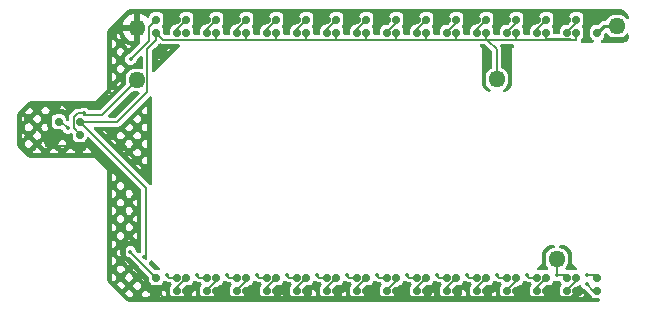
<source format=gtl>
%TF.GenerationSoftware,KiCad,Pcbnew,7.0.5-0*%
%TF.CreationDate,2023-06-16T22:13:25-07:00*%
%TF.ProjectId,JumperlessLEDboard,4a756d70-6572-46c6-9573-734c4544626f,rev?*%
%TF.SameCoordinates,Original*%
%TF.FileFunction,Copper,L1,Top*%
%TF.FilePolarity,Positive*%
%FSLAX46Y46*%
G04 Gerber Fmt 4.6, Leading zero omitted, Abs format (unit mm)*
G04 Created by KiCad (PCBNEW 7.0.5-0) date 2023-06-16 22:13:25*
%MOMM*%
%LPD*%
G01*
G04 APERTURE LIST*
G04 Aperture macros list*
%AMRoundRect*
0 Rectangle with rounded corners*
0 $1 Rounding radius*
0 $2 $3 $4 $5 $6 $7 $8 $9 X,Y pos of 4 corners*
0 Add a 4 corners polygon primitive as box body*
4,1,4,$2,$3,$4,$5,$6,$7,$8,$9,$2,$3,0*
0 Add four circle primitives for the rounded corners*
1,1,$1+$1,$2,$3*
1,1,$1+$1,$4,$5*
1,1,$1+$1,$6,$7*
1,1,$1+$1,$8,$9*
0 Add four rect primitives between the rounded corners*
20,1,$1+$1,$2,$3,$4,$5,0*
20,1,$1+$1,$4,$5,$6,$7,0*
20,1,$1+$1,$6,$7,$8,$9,0*
20,1,$1+$1,$8,$9,$2,$3,0*%
G04 Aperture macros list end*
%TA.AperFunction,SMDPad,CuDef*%
%ADD10RoundRect,0.150000X0.150000X0.200000X-0.150000X0.200000X-0.150000X-0.200000X0.150000X-0.200000X0*%
%TD*%
%TA.AperFunction,SMDPad,CuDef*%
%ADD11RoundRect,0.150000X-0.150000X-0.200000X0.150000X-0.200000X0.150000X0.200000X-0.150000X0.200000X0*%
%TD*%
%TA.AperFunction,ComponentPad*%
%ADD12RoundRect,0.455000X-0.195000X-0.195000X0.195000X-0.195000X0.195000X0.195000X-0.195000X0.195000X0*%
%TD*%
%TA.AperFunction,ViaPad*%
%ADD13C,0.350000*%
%TD*%
%TA.AperFunction,Conductor*%
%ADD14C,0.175000*%
%TD*%
%TA.AperFunction,Conductor*%
%ADD15C,0.250000*%
%TD*%
G04 APERTURE END LIST*
D10*
%TO.P,D110,1,DOUT*%
%TO.N,Net-(D110-DOUT)*%
X106172000Y-85894000D03*
%TO.P,D110,2,VSS*%
%TO.N,Net-(D100-VSS)*%
X106172000Y-84794000D03*
%TO.P,D110,3,DIN*%
%TO.N,Net-(D109-DOUT)*%
X104394000Y-84794000D03*
%TO.P,D110,4,VDD*%
%TO.N,Net-(D100-VDD)*%
X104394000Y-85894000D03*
%TD*%
%TO.P,D121,1,DOUT*%
%TO.N,Net-(D121-DOUT)*%
X134112000Y-85894000D03*
%TO.P,D121,2,VSS*%
%TO.N,Net-(D100-VSS)*%
X134112000Y-84794000D03*
%TO.P,D121,3,DIN*%
%TO.N,Net-(D120-DOUT)*%
X132334000Y-84794000D03*
%TO.P,D121,4,VDD*%
%TO.N,Net-(D100-VDD)*%
X132334000Y-85894000D03*
%TD*%
%TO.P,D116,1,DOUT*%
%TO.N,Net-(D116-DOUT)*%
X121412000Y-85894000D03*
%TO.P,D116,2,VSS*%
%TO.N,Net-(D100-VSS)*%
X121412000Y-84794000D03*
%TO.P,D116,3,DIN*%
%TO.N,Net-(D115-DOUT)*%
X119634000Y-84794000D03*
%TO.P,D116,4,VDD*%
%TO.N,Net-(D100-VDD)*%
X119634000Y-85894000D03*
%TD*%
%TO.P,D111,1,DOUT*%
%TO.N,Net-(D111-DOUT)*%
X108712000Y-85894000D03*
%TO.P,D111,2,VSS*%
%TO.N,Net-(D100-VSS)*%
X108712000Y-84794000D03*
%TO.P,D111,3,DIN*%
%TO.N,Net-(D110-DOUT)*%
X106934000Y-84794000D03*
%TO.P,D111,4,VDD*%
%TO.N,Net-(D100-VDD)*%
X106934000Y-85894000D03*
%TD*%
%TO.P,D114,1,DOUT*%
%TO.N,Net-(D114-DOUT)*%
X116332000Y-85894000D03*
%TO.P,D114,2,VSS*%
%TO.N,Net-(D100-VSS)*%
X116332000Y-84794000D03*
%TO.P,D114,3,DIN*%
%TO.N,Net-(D113-DOUT)*%
X114554000Y-84794000D03*
%TO.P,D114,4,VDD*%
%TO.N,Net-(D100-VDD)*%
X114554000Y-85894000D03*
%TD*%
%TO.P,D107,1,DOUT*%
%TO.N,Net-(D107-DOUT)*%
X98552000Y-85894000D03*
%TO.P,D107,2,VSS*%
%TO.N,Net-(D100-VSS)*%
X98552000Y-84794000D03*
%TO.P,D107,3,DIN*%
%TO.N,Net-(D106-DOUT)*%
X96774000Y-84794000D03*
%TO.P,D107,4,VDD*%
%TO.N,Net-(D100-VDD)*%
X96774000Y-85894000D03*
%TD*%
%TO.P,D112,1,DOUT*%
%TO.N,Net-(D112-DOUT)*%
X111252000Y-85894000D03*
%TO.P,D112,2,VSS*%
%TO.N,Net-(D100-VSS)*%
X111252000Y-84794000D03*
%TO.P,D112,3,DIN*%
%TO.N,Net-(D111-DOUT)*%
X109474000Y-84794000D03*
%TO.P,D112,4,VDD*%
%TO.N,Net-(D100-VDD)*%
X109474000Y-85894000D03*
%TD*%
%TO.P,D115,1,DOUT*%
%TO.N,Net-(D115-DOUT)*%
X118872000Y-85894000D03*
%TO.P,D115,2,VSS*%
%TO.N,Net-(D100-VSS)*%
X118872000Y-84794000D03*
%TO.P,D115,3,DIN*%
%TO.N,Net-(D114-DOUT)*%
X117094000Y-84794000D03*
%TO.P,D115,4,VDD*%
%TO.N,Net-(D100-VDD)*%
X117094000Y-85894000D03*
%TD*%
%TO.P,D117,1,DOUT*%
%TO.N,Net-(D117-DOUT)*%
X123952000Y-85894000D03*
%TO.P,D117,2,VSS*%
%TO.N,Net-(D100-VSS)*%
X123952000Y-84794000D03*
%TO.P,D117,3,DIN*%
%TO.N,Net-(D116-DOUT)*%
X122174000Y-84794000D03*
%TO.P,D117,4,VDD*%
%TO.N,Net-(D100-VDD)*%
X122174000Y-85894000D03*
%TD*%
%TO.P,D113,1,DOUT*%
%TO.N,Net-(D113-DOUT)*%
X113792000Y-85894000D03*
%TO.P,D113,2,VSS*%
%TO.N,Net-(D100-VSS)*%
X113792000Y-84794000D03*
%TO.P,D113,3,DIN*%
%TO.N,Net-(D112-DOUT)*%
X112014000Y-84794000D03*
%TO.P,D113,4,VDD*%
%TO.N,Net-(D100-VDD)*%
X112014000Y-85894000D03*
%TD*%
%TO.P,D108,1,DOUT*%
%TO.N,Net-(D108-DOUT)*%
X101092000Y-85894000D03*
%TO.P,D108,2,VSS*%
%TO.N,Net-(D100-VSS)*%
X101092000Y-84794000D03*
%TO.P,D108,3,DIN*%
%TO.N,Net-(D107-DOUT)*%
X99314000Y-84794000D03*
%TO.P,D108,4,VDD*%
%TO.N,Net-(D100-VDD)*%
X99314000Y-85894000D03*
%TD*%
%TO.P,D119,1,DOUT*%
%TO.N,Net-(D119-DOUT)*%
X129032000Y-85894000D03*
%TO.P,D119,2,VSS*%
%TO.N,Net-(D100-VSS)*%
X129032000Y-84794000D03*
%TO.P,D119,3,DIN*%
%TO.N,Net-(D118-DOUT)*%
X127254000Y-84794000D03*
%TO.P,D119,4,VDD*%
%TO.N,Net-(D100-VDD)*%
X127254000Y-85894000D03*
%TD*%
%TO.P,D120,1,DOUT*%
%TO.N,Net-(D120-DOUT)*%
X131572000Y-85894000D03*
%TO.P,D120,2,VSS*%
%TO.N,Net-(D100-VSS)*%
X131572000Y-84794000D03*
%TO.P,D120,3,DIN*%
%TO.N,Net-(D119-DOUT)*%
X129794000Y-84794000D03*
%TO.P,D120,4,VDD*%
%TO.N,Net-(D100-VDD)*%
X129794000Y-85894000D03*
%TD*%
%TO.P,D118,1,DOUT*%
%TO.N,Net-(D118-DOUT)*%
X126492000Y-85894000D03*
%TO.P,D118,2,VSS*%
%TO.N,Net-(D100-VSS)*%
X126492000Y-84794000D03*
%TO.P,D118,3,DIN*%
%TO.N,Net-(D117-DOUT)*%
X124714000Y-84794000D03*
%TO.P,D118,4,VDD*%
%TO.N,Net-(D100-VDD)*%
X124714000Y-85894000D03*
%TD*%
%TO.P,D109,1,DOUT*%
%TO.N,Net-(D109-DOUT)*%
X103632000Y-85894000D03*
%TO.P,D109,2,VSS*%
%TO.N,Net-(D100-VSS)*%
X103632000Y-84794000D03*
%TO.P,D109,3,DIN*%
%TO.N,Net-(D108-DOUT)*%
X101854000Y-84794000D03*
%TO.P,D109,4,VDD*%
%TO.N,Net-(D100-VDD)*%
X101854000Y-85894000D03*
%TD*%
D11*
%TO.P,D102,1,DOUT*%
%TO.N,Net-(D102-DOUT)*%
X106934000Y-62950000D03*
%TO.P,D102,2,VSS*%
%TO.N,Net-(D100-VSS)*%
X106934000Y-64050000D03*
%TO.P,D102,3,DIN*%
%TO.N,Net-(D101-DOUT)*%
X108712000Y-64050000D03*
%TO.P,D102,4,VDD*%
%TO.N,Net-(D100-VDD)*%
X108712000Y-62950000D03*
%TD*%
%TO.P,D100,1,DOUT*%
%TO.N,Net-(D100-DOUT)*%
X112014000Y-62950000D03*
%TO.P,D100,2,VSS*%
%TO.N,Net-(D100-VSS)*%
X112014000Y-64050000D03*
%TO.P,D100,3,DIN*%
%TO.N,Net-(D100-DIN)*%
X113792000Y-64050000D03*
%TO.P,D100,4,VDD*%
%TO.N,Net-(D100-VDD)*%
X113792000Y-62950000D03*
%TD*%
%TO.P,D104,1,DOUT*%
%TO.N,Net-(D104-DOUT)*%
X101854000Y-62950000D03*
%TO.P,D104,2,VSS*%
%TO.N,Net-(D100-VSS)*%
X101854000Y-64050000D03*
%TO.P,D104,3,DIN*%
%TO.N,Net-(D103-DOUT)*%
X103632000Y-64050000D03*
%TO.P,D104,4,VDD*%
%TO.N,Net-(D100-VDD)*%
X103632000Y-62950000D03*
%TD*%
%TO.P,D92,1,DOUT*%
%TO.N,Net-(D92-DOUT)*%
X132334000Y-62950000D03*
%TO.P,D92,2,VSS*%
%TO.N,Net-(D100-VSS)*%
X132334000Y-64050000D03*
%TO.P,D92,3,DIN*%
%TO.N,Net-(D92-DIN)*%
X134112000Y-64050000D03*
%TO.P,D92,4,VDD*%
%TO.N,Net-(D100-VDD)*%
X134112000Y-62950000D03*
%TD*%
%TO.P,D97,1,DOUT*%
%TO.N,Net-(D97-DOUT)*%
X119634000Y-62950000D03*
%TO.P,D97,2,VSS*%
%TO.N,Net-(D100-VSS)*%
X119634000Y-64050000D03*
%TO.P,D97,3,DIN*%
%TO.N,Net-(D96-DOUT)*%
X121412000Y-64050000D03*
%TO.P,D97,4,VDD*%
%TO.N,Net-(D100-VDD)*%
X121412000Y-62950000D03*
%TD*%
%TO.P,D103,1,DOUT*%
%TO.N,Net-(D103-DOUT)*%
X104394000Y-62950000D03*
%TO.P,D103,2,VSS*%
%TO.N,Net-(D100-VSS)*%
X104394000Y-64050000D03*
%TO.P,D103,3,DIN*%
%TO.N,Net-(D102-DOUT)*%
X106172000Y-64050000D03*
%TO.P,D103,4,VDD*%
%TO.N,Net-(D100-VDD)*%
X106172000Y-62950000D03*
%TD*%
D10*
%TO.P,D122,1,DOUT*%
%TO.N,Net-(D122-DOUT)*%
X90297000Y-72686000D03*
%TO.P,D122,2,VSS*%
%TO.N,Net-(D100-VSS)*%
X90297000Y-71586000D03*
%TO.P,D122,3,DIN*%
%TO.N,Net-(D121-DOUT)*%
X88519000Y-71586000D03*
%TO.P,D122,4,VDD*%
%TO.N,Net-(D100-VDD)*%
X88519000Y-72686000D03*
%TD*%
D11*
%TO.P,D93,1,DOUT*%
%TO.N,Net-(D93-DOUT)*%
X129794000Y-62950000D03*
%TO.P,D93,2,VSS*%
%TO.N,Net-(D100-VSS)*%
X129794000Y-64050000D03*
%TO.P,D93,3,DIN*%
%TO.N,Net-(D92-DOUT)*%
X131572000Y-64050000D03*
%TO.P,D93,4,VDD*%
%TO.N,Net-(D100-VDD)*%
X131572000Y-62950000D03*
%TD*%
%TO.P,D105,1,DOUT*%
%TO.N,Net-(D105-DOUT)*%
X99314000Y-62950000D03*
%TO.P,D105,2,VSS*%
%TO.N,Net-(D100-VSS)*%
X99314000Y-64050000D03*
%TO.P,D105,3,DIN*%
%TO.N,Net-(D104-DOUT)*%
X101092000Y-64050000D03*
%TO.P,D105,4,VDD*%
%TO.N,Net-(D100-VDD)*%
X101092000Y-62950000D03*
%TD*%
%TO.P,D96,1,DOUT*%
%TO.N,Net-(D96-DOUT)*%
X122174000Y-62950000D03*
%TO.P,D96,2,VSS*%
%TO.N,Net-(D100-VSS)*%
X122174000Y-64050000D03*
%TO.P,D96,3,DIN*%
%TO.N,Net-(D95-DOUT)*%
X123952000Y-64050000D03*
%TO.P,D96,4,VDD*%
%TO.N,Net-(D100-VDD)*%
X123952000Y-62950000D03*
%TD*%
%TO.P,D94,1,DOUT*%
%TO.N,Net-(D94-DOUT)*%
X127254000Y-62950000D03*
%TO.P,D94,2,VSS*%
%TO.N,Net-(D100-VSS)*%
X127254000Y-64050000D03*
%TO.P,D94,3,DIN*%
%TO.N,Net-(D93-DOUT)*%
X129032000Y-64050000D03*
%TO.P,D94,4,VDD*%
%TO.N,Net-(D100-VDD)*%
X129032000Y-62950000D03*
%TD*%
%TO.P,D101,1,DOUT*%
%TO.N,Net-(D101-DOUT)*%
X109474000Y-62950000D03*
%TO.P,D101,2,VSS*%
%TO.N,Net-(D100-VSS)*%
X109474000Y-64050000D03*
%TO.P,D101,3,DIN*%
%TO.N,Net-(D100-DOUT)*%
X111252000Y-64050000D03*
%TO.P,D101,4,VDD*%
%TO.N,Net-(D100-VDD)*%
X111252000Y-62950000D03*
%TD*%
%TO.P,D95,1,DOUT*%
%TO.N,Net-(D95-DOUT)*%
X124714000Y-62950000D03*
%TO.P,D95,2,VSS*%
%TO.N,Net-(D100-VSS)*%
X124714000Y-64050000D03*
%TO.P,D95,3,DIN*%
%TO.N,Net-(D94-DOUT)*%
X126492000Y-64050000D03*
%TO.P,D95,4,VDD*%
%TO.N,Net-(D100-VDD)*%
X126492000Y-62950000D03*
%TD*%
%TO.P,D99,1,DOUT*%
%TO.N,Net-(D100-DIN)*%
X114554000Y-62950000D03*
%TO.P,D99,2,VSS*%
%TO.N,Net-(D100-VSS)*%
X114554000Y-64050000D03*
%TO.P,D99,3,DIN*%
%TO.N,Net-(D98-DOUT)*%
X116332000Y-64050000D03*
%TO.P,D99,4,VDD*%
%TO.N,Net-(D100-VDD)*%
X116332000Y-62950000D03*
%TD*%
%TO.P,D106,1,DOUT*%
%TO.N,Net-(D106-DOUT)*%
X96774000Y-62950000D03*
%TO.P,D106,2,VSS*%
%TO.N,Net-(D100-VSS)*%
X96774000Y-64050000D03*
%TO.P,D106,3,DIN*%
%TO.N,Net-(D105-DOUT)*%
X98552000Y-64050000D03*
%TO.P,D106,4,VDD*%
%TO.N,Net-(D100-VDD)*%
X98552000Y-62950000D03*
%TD*%
%TO.P,D98,1,DOUT*%
%TO.N,Net-(D98-DOUT)*%
X117094000Y-62950000D03*
%TO.P,D98,2,VSS*%
%TO.N,Net-(D100-VSS)*%
X117094000Y-64050000D03*
%TO.P,D98,3,DIN*%
%TO.N,Net-(D97-DOUT)*%
X118872000Y-64050000D03*
%TO.P,D98,4,VDD*%
%TO.N,Net-(D100-VDD)*%
X118872000Y-62950000D03*
%TD*%
D12*
%TO.P,J9,1,Pin_1*%
%TO.N,Net-(D100-VSS)*%
X130683000Y-83235800D03*
%TD*%
%TO.P,J8,1,Pin_1*%
%TO.N,Net-(D100-VDD)*%
X95123000Y-63652400D03*
%TD*%
%TO.P,TP18,1,1*%
%TO.N,Net-(D92-DIN)*%
X135763000Y-63500000D03*
%TD*%
%TO.P,TP19,1,1*%
%TO.N,Net-(D122-DOUT)*%
X95123000Y-68072000D03*
%TD*%
%TO.P,J10,1,Pin_1*%
%TO.N,Net-(D100-VSS)*%
X125603000Y-67995800D03*
%TD*%
D13*
%TO.N,Net-(D106-DOUT)*%
X94615000Y-66294000D03*
X94572500Y-82592500D03*
%TO.N,Net-(D100-VDD)*%
X130683000Y-62865000D03*
X128143000Y-62865000D03*
X125603000Y-62865000D03*
X123063000Y-62865000D03*
X120523000Y-62865000D03*
X117983000Y-62865000D03*
X115443000Y-62865000D03*
X112903000Y-62865000D03*
X110363000Y-62865000D03*
X107950000Y-62865000D03*
X105410000Y-62865000D03*
X102743000Y-62865000D03*
X100203000Y-62865000D03*
X97663000Y-62865000D03*
X133096000Y-62865000D03*
%TO.N,Net-(D100-VSS)*%
X97663000Y-84582000D03*
X100203000Y-84582000D03*
X102743000Y-84582000D03*
X105283000Y-84582000D03*
X107823000Y-84582000D03*
X110363000Y-84582000D03*
X112903000Y-84582000D03*
X115443000Y-84582000D03*
X117983000Y-84582000D03*
X120523000Y-84582000D03*
X123063000Y-84582000D03*
X125603000Y-84582000D03*
X128143000Y-84582000D03*
X130683000Y-84582000D03*
X95758000Y-83058000D03*
X133223000Y-84582000D03*
%TO.N,Net-(D122-DOUT)*%
X90678000Y-70866000D03*
%TO.N,Net-(D100-VDD)*%
X87884000Y-73279000D03*
%TO.N,Net-(D121-DOUT)*%
X89281000Y-72136000D03*
X133223000Y-85344000D03*
%TD*%
D14*
%TO.N,Net-(D121-DOUT)*%
X89281000Y-72136000D02*
X89255600Y-72136000D01*
X89255600Y-72136000D02*
X88705600Y-71586000D01*
X88705600Y-71586000D02*
X88519000Y-71586000D01*
%TO.N,Net-(D100-VDD)*%
X96774000Y-85894000D02*
X94135000Y-83255000D01*
X94135000Y-83255000D02*
X94135000Y-76253400D01*
X94135000Y-76253400D02*
X91541600Y-73660000D01*
X91541600Y-73660000D02*
X88265000Y-73660000D01*
X88265000Y-73660000D02*
X87884000Y-73279000D01*
%TO.N,Net-(D106-DOUT)*%
X96774000Y-62950000D02*
X96139000Y-63585000D01*
X96139000Y-64770000D02*
X94615000Y-66294000D01*
X96139000Y-63585000D02*
X96139000Y-64770000D01*
X96774000Y-84794000D02*
X94572500Y-82592500D01*
%TO.N,Net-(D100-VSS)*%
X96774000Y-64643000D02*
X96647000Y-64770000D01*
X96774000Y-64643000D02*
X96010500Y-65406500D01*
X96010500Y-65406500D02*
X96010500Y-69089500D01*
X96010500Y-69089500D02*
X93472000Y-71628000D01*
X93472000Y-71628000D02*
X90339000Y-71628000D01*
X90339000Y-71628000D02*
X90297000Y-71586000D01*
X96774000Y-64050000D02*
X96774000Y-64643000D01*
X125603000Y-67995800D02*
X125603000Y-65476500D01*
X125603000Y-65476500D02*
X124769500Y-64643000D01*
%TO.N,Net-(D100-VDD)*%
X134112000Y-62950000D02*
X133181000Y-62950000D01*
X133181000Y-62950000D02*
X133096000Y-62865000D01*
X131572000Y-62950000D02*
X130768000Y-62950000D01*
X130768000Y-62950000D02*
X130683000Y-62865000D01*
X128228000Y-62950000D02*
X128143000Y-62865000D01*
X129032000Y-62950000D02*
X128228000Y-62950000D01*
X126492000Y-62950000D02*
X125688000Y-62950000D01*
X125688000Y-62950000D02*
X125603000Y-62865000D01*
X123952000Y-62950000D02*
X123148000Y-62950000D01*
X123148000Y-62950000D02*
X123063000Y-62865000D01*
X121412000Y-62950000D02*
X120608000Y-62950000D01*
X120608000Y-62950000D02*
X120523000Y-62865000D01*
X118872000Y-62950000D02*
X118068000Y-62950000D01*
X118068000Y-62950000D02*
X117983000Y-62865000D01*
X116332000Y-62950000D02*
X115528000Y-62950000D01*
X115528000Y-62950000D02*
X115443000Y-62865000D01*
X112988000Y-62950000D02*
X112903000Y-62865000D01*
X113792000Y-62950000D02*
X112988000Y-62950000D01*
X110448000Y-62950000D02*
X110363000Y-62865000D01*
X111252000Y-62950000D02*
X110448000Y-62950000D01*
X108712000Y-62950000D02*
X108035000Y-62950000D01*
X108035000Y-62950000D02*
X107950000Y-62865000D01*
X105495000Y-62950000D02*
X105410000Y-62865000D01*
X106172000Y-62950000D02*
X105495000Y-62950000D01*
X103632000Y-62950000D02*
X102828000Y-62950000D01*
X102828000Y-62950000D02*
X102743000Y-62865000D01*
X101092000Y-62950000D02*
X100288000Y-62950000D01*
X100288000Y-62950000D02*
X100203000Y-62865000D01*
X97748000Y-62950000D02*
X97663000Y-62865000D01*
X98552000Y-62950000D02*
X97748000Y-62950000D01*
%TO.N,Net-(D100-VSS)*%
X132334000Y-64050000D02*
X132334000Y-64643000D01*
X132334000Y-64643000D02*
X129738500Y-64643000D01*
X127254000Y-64587500D02*
X127309500Y-64643000D01*
X127309500Y-64643000D02*
X129738500Y-64643000D01*
X129738500Y-64643000D02*
X129794000Y-64587500D01*
X124714000Y-64587500D02*
X124769500Y-64643000D01*
X124769500Y-64643000D02*
X127198500Y-64643000D01*
X127198500Y-64643000D02*
X127254000Y-64587500D01*
X122174000Y-64587500D02*
X122229500Y-64643000D01*
X122229500Y-64643000D02*
X124658500Y-64643000D01*
X124658500Y-64643000D02*
X124714000Y-64587500D01*
X119634000Y-64587500D02*
X119689500Y-64643000D01*
X122118500Y-64643000D02*
X122174000Y-64587500D01*
X119689500Y-64643000D02*
X122118500Y-64643000D01*
X117094000Y-64587500D02*
X117149500Y-64643000D01*
X117149500Y-64643000D02*
X119578500Y-64643000D01*
X119578500Y-64643000D02*
X119634000Y-64587500D01*
X114554000Y-64587500D02*
X114609500Y-64643000D01*
X114609500Y-64643000D02*
X117038500Y-64643000D01*
X117038500Y-64643000D02*
X117094000Y-64587500D01*
X112014000Y-64587500D02*
X112069500Y-64643000D01*
X112069500Y-64643000D02*
X114498500Y-64643000D01*
X114498500Y-64643000D02*
X114554000Y-64587500D01*
X109474000Y-64587500D02*
X109529500Y-64643000D01*
X109529500Y-64643000D02*
X111958500Y-64643000D01*
X111958500Y-64643000D02*
X112014000Y-64587500D01*
X106934000Y-64587500D02*
X106989500Y-64643000D01*
X106989500Y-64643000D02*
X109418500Y-64643000D01*
X109418500Y-64643000D02*
X109474000Y-64587500D01*
X104394000Y-64587500D02*
X104449500Y-64643000D01*
X104449500Y-64643000D02*
X106878500Y-64643000D01*
X106878500Y-64643000D02*
X106934000Y-64587500D01*
X101854000Y-64587500D02*
X101909500Y-64643000D01*
X101909500Y-64643000D02*
X104338500Y-64643000D01*
X104338500Y-64643000D02*
X104394000Y-64587500D01*
X96774000Y-64050000D02*
X97361500Y-64637500D01*
X97361500Y-64637500D02*
X101804000Y-64637500D01*
X101804000Y-64637500D02*
X101854000Y-64587500D01*
X130683000Y-84582000D02*
X130683000Y-83235800D01*
%TO.N,Net-(D100-VDD)*%
X127254000Y-86431500D02*
X129794000Y-86431500D01*
X129794000Y-86431500D02*
X131861797Y-86431500D01*
X129794000Y-85894000D02*
X129794000Y-86431500D01*
X124714000Y-86431500D02*
X127254000Y-86431500D01*
X127254000Y-85894000D02*
X127254000Y-86431500D01*
X122174000Y-86431500D02*
X124714000Y-86431500D01*
X124714000Y-85894000D02*
X124714000Y-86431500D01*
X119634000Y-86431500D02*
X122174000Y-86431500D01*
X122174000Y-85894000D02*
X122174000Y-86431500D01*
X117094000Y-86431500D02*
X119634000Y-86431500D01*
X119634000Y-85894000D02*
X119634000Y-86431500D01*
X114554000Y-86431500D02*
X117094000Y-86431500D01*
X117094000Y-85894000D02*
X117094000Y-86431500D01*
X112014000Y-86431500D02*
X114554000Y-86431500D01*
X114554000Y-85894000D02*
X114554000Y-86431500D01*
X109474000Y-86431500D02*
X112014000Y-86431500D01*
X112014000Y-85894000D02*
X112014000Y-86431500D01*
X106934000Y-86431500D02*
X109474000Y-86431500D01*
X109474000Y-85894000D02*
X109474000Y-86431500D01*
X104394000Y-86431500D02*
X106934000Y-86431500D01*
X106934000Y-85894000D02*
X106934000Y-86431500D01*
X101854000Y-86431500D02*
X104394000Y-86431500D01*
X104394000Y-85894000D02*
X104394000Y-86431500D01*
X99314000Y-86431500D02*
X101854000Y-86431500D01*
X101854000Y-85894000D02*
X101854000Y-86431500D01*
X97311500Y-86431500D02*
X99314000Y-86431500D01*
X99314000Y-85894000D02*
X99314000Y-86431500D01*
%TO.N,Net-(D100-VSS)*%
X98552000Y-84794000D02*
X97875000Y-84794000D01*
X97875000Y-84794000D02*
X97663000Y-84582000D01*
X101092000Y-84794000D02*
X100415000Y-84794000D01*
X100415000Y-84794000D02*
X100203000Y-84582000D01*
X103632000Y-84794000D02*
X102955000Y-84794000D01*
X102955000Y-84794000D02*
X102743000Y-84582000D01*
X105495000Y-84794000D02*
X105283000Y-84582000D01*
X106172000Y-84794000D02*
X105495000Y-84794000D01*
X108712000Y-84794000D02*
X108035000Y-84794000D01*
X108035000Y-84794000D02*
X107823000Y-84582000D01*
X111252000Y-84794000D02*
X110575000Y-84794000D01*
X110575000Y-84794000D02*
X110363000Y-84582000D01*
X113792000Y-84794000D02*
X113115000Y-84794000D01*
X113115000Y-84794000D02*
X112903000Y-84582000D01*
X116332000Y-84794000D02*
X115655000Y-84794000D01*
X115655000Y-84794000D02*
X115443000Y-84582000D01*
X118195000Y-84794000D02*
X117983000Y-84582000D01*
X118872000Y-84794000D02*
X118195000Y-84794000D01*
X121412000Y-84794000D02*
X120735000Y-84794000D01*
X120735000Y-84794000D02*
X120523000Y-84582000D01*
X123952000Y-84794000D02*
X123275000Y-84794000D01*
X123275000Y-84794000D02*
X123063000Y-84582000D01*
X126492000Y-84794000D02*
X125815000Y-84794000D01*
X125815000Y-84794000D02*
X125603000Y-84582000D01*
X129032000Y-84794000D02*
X128355000Y-84794000D01*
X128355000Y-84794000D02*
X128143000Y-84582000D01*
X130683000Y-84582000D02*
X131360000Y-84582000D01*
X131360000Y-84582000D02*
X131572000Y-84794000D01*
X95885000Y-83185000D02*
X95758000Y-83058000D01*
X133223000Y-84582000D02*
X133900000Y-84582000D01*
X133900000Y-84582000D02*
X134112000Y-84794000D01*
X90297000Y-71586000D02*
X95885000Y-77174000D01*
X95885000Y-77174000D02*
X95885000Y-83185000D01*
%TO.N,Net-(D122-DOUT)*%
X90678000Y-70866000D02*
X90118992Y-70866000D01*
X89759500Y-71225492D02*
X89759500Y-72148500D01*
X89759500Y-72148500D02*
X90297000Y-72686000D01*
X90118992Y-70866000D02*
X89759500Y-71225492D01*
X90678000Y-70993000D02*
X90678000Y-70866000D01*
X92202000Y-70993000D02*
X90678000Y-70993000D01*
X95123000Y-68072000D02*
X92202000Y-70993000D01*
%TO.N,Net-(D100-VDD)*%
X88519000Y-72686000D02*
X88477000Y-72686000D01*
X88477000Y-72686000D02*
X87884000Y-73279000D01*
%TO.N,Net-(D121-DOUT)*%
X133773000Y-85894000D02*
X133223000Y-85344000D01*
X134112000Y-85894000D02*
X133773000Y-85894000D01*
%TO.N,Net-(D100-VSS)*%
X130556000Y-83362800D02*
X130683000Y-83235800D01*
%TO.N,Net-(D120-DOUT)*%
X131572000Y-85894000D02*
X131572000Y-85828703D01*
X132334000Y-85066703D02*
X132334000Y-84794000D01*
X131572000Y-85828703D02*
X132334000Y-85066703D01*
%TO.N,Net-(D119-DOUT)*%
X129032000Y-85894000D02*
X129032000Y-85621297D01*
X129794000Y-84859297D02*
X129794000Y-84794000D01*
X129032000Y-85621297D02*
X129794000Y-84859297D01*
%TO.N,Net-(D118-DOUT)*%
X126492000Y-85894000D02*
X126492000Y-85828703D01*
X126492000Y-85828703D02*
X127254000Y-85066703D01*
X127254000Y-85066703D02*
X127254000Y-84794000D01*
%TO.N,Net-(D117-DOUT)*%
X123952000Y-85894000D02*
X123952000Y-85621297D01*
X124714000Y-84859297D02*
X124714000Y-84794000D01*
X123952000Y-85621297D02*
X124714000Y-84859297D01*
%TO.N,Net-(D116-DOUT)*%
X121412000Y-85894000D02*
X121412000Y-85621297D01*
X121412000Y-85621297D02*
X122174000Y-84859297D01*
X122174000Y-84859297D02*
X122174000Y-84794000D01*
%TO.N,Net-(D115-DOUT)*%
X118872000Y-85894000D02*
X118872000Y-85621297D01*
X118872000Y-85621297D02*
X119634000Y-84859297D01*
X119634000Y-84859297D02*
X119634000Y-84794000D01*
%TO.N,Net-(D114-DOUT)*%
X116332000Y-85894000D02*
X116332000Y-85828703D01*
X116332000Y-85828703D02*
X117094000Y-85066703D01*
X117094000Y-85066703D02*
X117094000Y-84794000D01*
%TO.N,Net-(D113-DOUT)*%
X113792000Y-85894000D02*
X113792000Y-85621297D01*
X113792000Y-85621297D02*
X114554000Y-84859297D01*
X114554000Y-84859297D02*
X114554000Y-84794000D01*
%TO.N,Net-(D112-DOUT)*%
X111252000Y-85894000D02*
X111252000Y-85621297D01*
X111252000Y-85621297D02*
X112014000Y-84859297D01*
X112014000Y-84859297D02*
X112014000Y-84794000D01*
%TO.N,Net-(D111-DOUT)*%
X108712000Y-85894000D02*
X108712000Y-85621297D01*
X108712000Y-85621297D02*
X109474000Y-84859297D01*
X109474000Y-84859297D02*
X109474000Y-84794000D01*
%TO.N,Net-(D110-DOUT)*%
X106172000Y-85894000D02*
X106172000Y-85621297D01*
X106172000Y-85621297D02*
X106934000Y-84859297D01*
X106934000Y-84859297D02*
X106934000Y-84794000D01*
%TO.N,Net-(D109-DOUT)*%
X103632000Y-85894000D02*
X103632000Y-85828703D01*
X104394000Y-85066703D02*
X104394000Y-84794000D01*
X103632000Y-85828703D02*
X104394000Y-85066703D01*
%TO.N,Net-(D108-DOUT)*%
X101092000Y-85894000D02*
X101092000Y-85828703D01*
X101854000Y-85066703D02*
X101854000Y-84794000D01*
X101092000Y-85828703D02*
X101854000Y-85066703D01*
%TO.N,Net-(D107-DOUT)*%
X99314000Y-84794000D02*
X99314000Y-84859297D01*
X99314000Y-84859297D02*
X98552000Y-85621297D01*
X98552000Y-85621297D02*
X98552000Y-85894000D01*
%TO.N,Net-(D100-VSS)*%
X98552000Y-84728703D02*
X98552000Y-84794000D01*
%TO.N,Net-(D100-VDD)*%
X96774000Y-85894000D02*
X97311500Y-86431500D01*
X132334000Y-85959297D02*
X132334000Y-85894000D01*
X131861797Y-86431500D02*
X132334000Y-85959297D01*
%TO.N,Net-(D100-VSS)*%
X101854000Y-64050000D02*
X101854000Y-64587500D01*
X104394000Y-64050000D02*
X104394000Y-64587500D01*
X106934000Y-64050000D02*
X106934000Y-64587500D01*
X109474000Y-64050000D02*
X109474000Y-64587500D01*
X112014000Y-64050000D02*
X112014000Y-64587500D01*
X114554000Y-64050000D02*
X114554000Y-64587500D01*
X117094000Y-64050000D02*
X117094000Y-64587500D01*
X119634000Y-64050000D02*
X119634000Y-64587500D01*
X122174000Y-64050000D02*
X122174000Y-64587500D01*
X124714000Y-64050000D02*
X124714000Y-64587500D01*
X127254000Y-64050000D02*
X127254000Y-64587500D01*
X129794000Y-64050000D02*
X129794000Y-64587500D01*
X129794000Y-64587500D02*
X131861797Y-64587500D01*
X132334000Y-64115297D02*
X132334000Y-64050000D01*
%TO.N,Net-(D105-DOUT)*%
X99314000Y-62950000D02*
X99314000Y-63015297D01*
X99314000Y-63015297D02*
X98552000Y-63777297D01*
X98552000Y-63777297D02*
X98552000Y-64050000D01*
%TO.N,Net-(D104-DOUT)*%
X101854000Y-62950000D02*
X101854000Y-63015297D01*
X101854000Y-63015297D02*
X101092000Y-63777297D01*
X101092000Y-63777297D02*
X101092000Y-64050000D01*
%TO.N,Net-(D103-DOUT)*%
X104394000Y-62950000D02*
X104394000Y-63015297D01*
X104394000Y-63015297D02*
X103632000Y-63777297D01*
X103632000Y-63777297D02*
X103632000Y-64050000D01*
%TO.N,Net-(D102-DOUT)*%
X106934000Y-62950000D02*
X106934000Y-63015297D01*
X106934000Y-63015297D02*
X106172000Y-63777297D01*
X106172000Y-63777297D02*
X106172000Y-64050000D01*
%TO.N,Net-(D101-DOUT)*%
X109474000Y-62950000D02*
X109474000Y-63015297D01*
X109474000Y-63015297D02*
X108712000Y-63777297D01*
X108712000Y-63777297D02*
X108712000Y-64050000D01*
%TO.N,Net-(D100-DOUT)*%
X112014000Y-62950000D02*
X112014000Y-63015297D01*
X112014000Y-63015297D02*
X111252000Y-63777297D01*
X111252000Y-63777297D02*
X111252000Y-64050000D01*
%TO.N,Net-(D100-DIN)*%
X114554000Y-62950000D02*
X114554000Y-63015297D01*
X114554000Y-63015297D02*
X113792000Y-63777297D01*
X113792000Y-63777297D02*
X113792000Y-64050000D01*
%TO.N,Net-(D98-DOUT)*%
X117094000Y-62950000D02*
X117094000Y-63222703D01*
X117094000Y-63222703D02*
X116332000Y-63984703D01*
X116332000Y-63984703D02*
X116332000Y-64050000D01*
%TO.N,Net-(D97-DOUT)*%
X119634000Y-62950000D02*
X119634000Y-63015297D01*
X119634000Y-63015297D02*
X118872000Y-63777297D01*
X118872000Y-63777297D02*
X118872000Y-64050000D01*
%TO.N,Net-(D96-DOUT)*%
X122174000Y-62950000D02*
X122174000Y-63222703D01*
X122174000Y-63222703D02*
X121412000Y-63984703D01*
X121412000Y-63984703D02*
X121412000Y-64050000D01*
%TO.N,Net-(D95-DOUT)*%
X124714000Y-62950000D02*
X124714000Y-63015297D01*
X124714000Y-63015297D02*
X123952000Y-63777297D01*
X123952000Y-63777297D02*
X123952000Y-64050000D01*
%TO.N,Net-(D94-DOUT)*%
X127254000Y-62950000D02*
X127254000Y-63222703D01*
X127254000Y-63222703D02*
X126492000Y-63984703D01*
X126492000Y-63984703D02*
X126492000Y-64050000D01*
%TO.N,Net-(D93-DOUT)*%
X129794000Y-62950000D02*
X129794000Y-63015297D01*
X129032000Y-63777297D02*
X129032000Y-64050000D01*
X129794000Y-63015297D02*
X129032000Y-63777297D01*
%TO.N,Net-(D92-DOUT)*%
X132334000Y-62950000D02*
X132334000Y-63222703D01*
X132334000Y-63222703D02*
X131572000Y-63984703D01*
X131572000Y-63984703D02*
X131572000Y-64050000D01*
D15*
%TO.N,Net-(D92-DIN)*%
X135763000Y-63500000D02*
X134662000Y-63500000D01*
X134662000Y-63500000D02*
X134112000Y-64050000D01*
%TO.N,Net-(D100-VDD)*%
X95123000Y-63652400D02*
X95123000Y-63579249D01*
%TD*%
%TA.AperFunction,Conductor*%
%TO.N,Net-(D100-VDD)*%
G36*
X136071722Y-62043167D02*
G01*
X136161120Y-62054937D01*
X136177116Y-62057043D01*
X136208383Y-62065421D01*
X136298808Y-62102876D01*
X136326843Y-62119061D01*
X136411182Y-62183777D01*
X136417280Y-62189124D01*
X136632016Y-62403860D01*
X136637360Y-62409954D01*
X136702074Y-62494292D01*
X136718259Y-62522325D01*
X136755715Y-62612752D01*
X136764093Y-62644019D01*
X136777122Y-62742979D01*
X136766357Y-62812014D01*
X136719977Y-62864270D01*
X136652708Y-62883156D01*
X136585908Y-62862676D01*
X136556919Y-62836079D01*
X136554658Y-62833220D01*
X136429778Y-62708340D01*
X136429774Y-62708337D01*
X136279470Y-62615627D01*
X136279464Y-62615624D01*
X136279462Y-62615623D01*
X136270798Y-62612752D01*
X136111816Y-62560071D01*
X136008349Y-62549500D01*
X136008342Y-62549500D01*
X135517658Y-62549500D01*
X135517650Y-62549500D01*
X135414183Y-62560071D01*
X135246540Y-62615622D01*
X135246529Y-62615627D01*
X135096225Y-62708337D01*
X135096221Y-62708340D01*
X134971340Y-62833221D01*
X134971337Y-62833225D01*
X134878622Y-62983537D01*
X134878621Y-62983539D01*
X134876647Y-62989500D01*
X134836877Y-63046946D01*
X134772362Y-63073771D01*
X134758940Y-63074500D01*
X134594604Y-63074500D01*
X134571639Y-63081962D01*
X134552722Y-63086503D01*
X134528873Y-63090280D01*
X134507358Y-63101243D01*
X134489386Y-63108688D01*
X134466418Y-63116151D01*
X134466413Y-63116153D01*
X134446881Y-63130344D01*
X134430301Y-63140505D01*
X134408781Y-63151471D01*
X134408775Y-63151475D01*
X134348605Y-63211640D01*
X134348486Y-63211766D01*
X134197069Y-63363182D01*
X134135748Y-63396666D01*
X134109390Y-63399500D01*
X133907730Y-63399500D01*
X133877300Y-63402353D01*
X133877298Y-63402353D01*
X133749119Y-63447206D01*
X133749117Y-63447207D01*
X133639850Y-63527850D01*
X133559207Y-63637117D01*
X133559206Y-63637119D01*
X133514353Y-63765298D01*
X133514353Y-63765300D01*
X133511500Y-63795730D01*
X133511500Y-64304269D01*
X133514353Y-64334699D01*
X133514353Y-64334701D01*
X133551175Y-64439928D01*
X133559207Y-64462882D01*
X133639850Y-64572150D01*
X133749118Y-64652793D01*
X133756738Y-64655459D01*
X133813514Y-64696181D01*
X133839260Y-64761134D01*
X133825803Y-64829696D01*
X133777415Y-64880098D01*
X133715782Y-64896500D01*
X132831871Y-64896500D01*
X132764832Y-64876815D01*
X132719077Y-64824011D01*
X132709133Y-64754853D01*
X132709397Y-64753104D01*
X132721094Y-64679248D01*
X132751022Y-64616117D01*
X132769933Y-64598877D01*
X132792461Y-64582253D01*
X132806149Y-64572151D01*
X132806150Y-64572150D01*
X132886793Y-64462882D01*
X132914265Y-64384372D01*
X132931646Y-64334701D01*
X132931646Y-64334699D01*
X132934500Y-64304269D01*
X132934500Y-63795730D01*
X132931646Y-63765300D01*
X132931646Y-63765298D01*
X132886793Y-63637119D01*
X132886792Y-63637117D01*
X132886789Y-63637113D01*
X132839938Y-63573631D01*
X132815968Y-63508005D01*
X132831283Y-63439835D01*
X132839932Y-63426375D01*
X132886793Y-63362882D01*
X132922072Y-63262060D01*
X132931646Y-63234701D01*
X132931646Y-63234699D01*
X132934500Y-63204269D01*
X132934500Y-62695730D01*
X132931646Y-62665300D01*
X132931646Y-62665298D01*
X132896886Y-62565962D01*
X132886793Y-62537118D01*
X132806150Y-62427850D01*
X132696882Y-62347207D01*
X132696880Y-62347206D01*
X132568700Y-62302353D01*
X132538270Y-62299500D01*
X132538266Y-62299500D01*
X132129734Y-62299500D01*
X132129730Y-62299500D01*
X132099300Y-62302353D01*
X132099298Y-62302353D01*
X131971119Y-62347206D01*
X131971117Y-62347207D01*
X131861850Y-62427850D01*
X131781207Y-62537117D01*
X131781206Y-62537119D01*
X131736353Y-62665298D01*
X131736353Y-62665300D01*
X131733500Y-62695730D01*
X131733500Y-63204265D01*
X131734078Y-63210432D01*
X131720736Y-63279016D01*
X131698302Y-63309684D01*
X131644808Y-63363180D01*
X131583485Y-63396666D01*
X131557125Y-63399500D01*
X131367730Y-63399500D01*
X131337300Y-63402353D01*
X131337298Y-63402353D01*
X131209119Y-63447206D01*
X131209117Y-63447207D01*
X131099850Y-63527850D01*
X131019207Y-63637117D01*
X131019206Y-63637119D01*
X130974353Y-63765298D01*
X130974353Y-63765300D01*
X130971500Y-63795730D01*
X130971500Y-64075500D01*
X130951815Y-64142539D01*
X130899011Y-64188294D01*
X130847500Y-64199500D01*
X130518500Y-64199500D01*
X130451461Y-64179815D01*
X130405706Y-64127011D01*
X130394500Y-64075500D01*
X130394500Y-63795730D01*
X130391646Y-63765300D01*
X130391646Y-63765298D01*
X130346793Y-63637119D01*
X130346792Y-63637117D01*
X130346789Y-63637113D01*
X130299938Y-63573631D01*
X130275968Y-63508005D01*
X130291283Y-63439835D01*
X130299932Y-63426375D01*
X130346793Y-63362882D01*
X130382072Y-63262060D01*
X130391646Y-63234701D01*
X130391646Y-63234699D01*
X130394500Y-63204269D01*
X130394500Y-62695730D01*
X130391646Y-62665300D01*
X130391646Y-62665298D01*
X130356886Y-62565962D01*
X130346793Y-62537118D01*
X130266150Y-62427850D01*
X130156882Y-62347207D01*
X130156880Y-62347206D01*
X130028700Y-62302353D01*
X129998270Y-62299500D01*
X129998266Y-62299500D01*
X129589734Y-62299500D01*
X129589730Y-62299500D01*
X129559300Y-62302353D01*
X129559298Y-62302353D01*
X129431119Y-62347206D01*
X129431117Y-62347207D01*
X129321850Y-62427850D01*
X129241207Y-62537117D01*
X129241206Y-62537119D01*
X129196353Y-62665298D01*
X129196353Y-62665300D01*
X129193500Y-62695730D01*
X129193500Y-63015720D01*
X129173815Y-63082759D01*
X129157181Y-63103401D01*
X128896137Y-63364444D01*
X128834814Y-63397929D01*
X128820036Y-63400221D01*
X128797300Y-63402353D01*
X128797298Y-63402353D01*
X128669119Y-63447206D01*
X128669117Y-63447207D01*
X128559850Y-63527850D01*
X128479207Y-63637117D01*
X128479206Y-63637119D01*
X128434353Y-63765298D01*
X128434353Y-63765300D01*
X128431499Y-63795730D01*
X128431500Y-64131000D01*
X128411815Y-64198039D01*
X128359011Y-64243794D01*
X128307500Y-64255000D01*
X127978500Y-64255000D01*
X127911461Y-64235315D01*
X127865706Y-64182511D01*
X127854500Y-64131000D01*
X127854500Y-63795730D01*
X127851646Y-63765300D01*
X127851646Y-63765298D01*
X127806793Y-63637119D01*
X127806792Y-63637117D01*
X127806789Y-63637113D01*
X127759938Y-63573631D01*
X127735968Y-63508005D01*
X127751283Y-63439835D01*
X127759932Y-63426375D01*
X127806793Y-63362882D01*
X127842072Y-63262060D01*
X127851646Y-63234701D01*
X127851646Y-63234699D01*
X127854500Y-63204269D01*
X127854500Y-62695730D01*
X127851646Y-62665300D01*
X127851646Y-62665298D01*
X127816886Y-62565962D01*
X127806793Y-62537118D01*
X127726150Y-62427850D01*
X127616882Y-62347207D01*
X127616880Y-62347206D01*
X127488700Y-62302353D01*
X127458270Y-62299500D01*
X127458266Y-62299500D01*
X127049734Y-62299500D01*
X127049730Y-62299500D01*
X127019300Y-62302353D01*
X127019298Y-62302353D01*
X126891119Y-62347206D01*
X126891117Y-62347207D01*
X126781850Y-62427850D01*
X126701207Y-62537117D01*
X126701206Y-62537119D01*
X126656353Y-62665298D01*
X126656353Y-62665300D01*
X126653500Y-62695730D01*
X126653500Y-63204265D01*
X126654078Y-63210432D01*
X126640736Y-63279016D01*
X126618302Y-63309684D01*
X126564808Y-63363180D01*
X126503485Y-63396666D01*
X126477125Y-63399500D01*
X126287730Y-63399500D01*
X126257300Y-63402353D01*
X126257298Y-63402353D01*
X126129119Y-63447206D01*
X126129117Y-63447207D01*
X126019850Y-63527850D01*
X125939207Y-63637117D01*
X125939206Y-63637119D01*
X125894353Y-63765298D01*
X125894353Y-63765300D01*
X125891499Y-63795730D01*
X125891500Y-64131000D01*
X125871815Y-64198039D01*
X125819011Y-64243794D01*
X125767500Y-64255000D01*
X125438500Y-64255000D01*
X125371461Y-64235315D01*
X125325706Y-64182511D01*
X125314500Y-64131000D01*
X125314500Y-63795730D01*
X125311646Y-63765300D01*
X125311646Y-63765298D01*
X125266793Y-63637119D01*
X125266792Y-63637117D01*
X125266789Y-63637113D01*
X125219938Y-63573631D01*
X125195968Y-63508005D01*
X125211283Y-63439835D01*
X125219932Y-63426375D01*
X125266793Y-63362882D01*
X125302072Y-63262060D01*
X125311646Y-63234701D01*
X125311646Y-63234699D01*
X125314500Y-63204269D01*
X125314500Y-62695730D01*
X125311646Y-62665300D01*
X125311646Y-62665298D01*
X125276886Y-62565962D01*
X125266793Y-62537118D01*
X125186150Y-62427850D01*
X125076882Y-62347207D01*
X125076880Y-62347206D01*
X124948700Y-62302353D01*
X124918270Y-62299500D01*
X124918266Y-62299500D01*
X124509734Y-62299500D01*
X124509730Y-62299500D01*
X124479300Y-62302353D01*
X124479298Y-62302353D01*
X124351119Y-62347206D01*
X124351117Y-62347207D01*
X124241850Y-62427850D01*
X124161207Y-62537117D01*
X124161206Y-62537119D01*
X124116353Y-62665298D01*
X124116353Y-62665300D01*
X124113500Y-62695730D01*
X124113500Y-63015719D01*
X124093815Y-63082758D01*
X124077181Y-63103400D01*
X123816137Y-63364444D01*
X123754814Y-63397929D01*
X123740036Y-63400221D01*
X123717300Y-63402353D01*
X123717298Y-63402353D01*
X123589119Y-63447206D01*
X123589117Y-63447207D01*
X123479850Y-63527850D01*
X123399207Y-63637117D01*
X123399206Y-63637119D01*
X123354353Y-63765298D01*
X123354353Y-63765300D01*
X123351499Y-63795730D01*
X123351500Y-64131000D01*
X123331815Y-64198039D01*
X123279011Y-64243794D01*
X123227500Y-64255000D01*
X122898500Y-64255000D01*
X122831461Y-64235315D01*
X122785706Y-64182511D01*
X122774500Y-64131000D01*
X122774500Y-63795730D01*
X122771646Y-63765300D01*
X122771646Y-63765298D01*
X122726793Y-63637119D01*
X122726792Y-63637117D01*
X122726789Y-63637113D01*
X122679938Y-63573631D01*
X122655968Y-63508005D01*
X122671283Y-63439835D01*
X122679932Y-63426375D01*
X122726793Y-63362882D01*
X122762072Y-63262060D01*
X122771646Y-63234701D01*
X122771646Y-63234699D01*
X122774500Y-63204269D01*
X122774500Y-62695730D01*
X122771646Y-62665300D01*
X122771646Y-62665298D01*
X122736886Y-62565962D01*
X122726793Y-62537118D01*
X122646150Y-62427850D01*
X122536882Y-62347207D01*
X122536880Y-62347206D01*
X122408700Y-62302353D01*
X122378270Y-62299500D01*
X122378266Y-62299500D01*
X121969734Y-62299500D01*
X121969730Y-62299500D01*
X121939300Y-62302353D01*
X121939298Y-62302353D01*
X121811119Y-62347206D01*
X121811117Y-62347207D01*
X121701850Y-62427850D01*
X121621207Y-62537117D01*
X121621206Y-62537119D01*
X121576353Y-62665298D01*
X121576353Y-62665300D01*
X121573500Y-62695730D01*
X121573500Y-63204265D01*
X121574078Y-63210432D01*
X121560736Y-63279016D01*
X121538302Y-63309684D01*
X121484808Y-63363180D01*
X121423485Y-63396666D01*
X121397125Y-63399500D01*
X121207730Y-63399500D01*
X121177300Y-63402353D01*
X121177298Y-63402353D01*
X121049119Y-63447206D01*
X121049117Y-63447207D01*
X120939850Y-63527850D01*
X120859207Y-63637117D01*
X120859206Y-63637119D01*
X120814353Y-63765298D01*
X120814353Y-63765300D01*
X120811499Y-63795730D01*
X120811500Y-64131000D01*
X120791815Y-64198039D01*
X120739011Y-64243794D01*
X120687500Y-64255000D01*
X120358500Y-64255000D01*
X120291461Y-64235315D01*
X120245706Y-64182511D01*
X120234500Y-64131000D01*
X120234500Y-63795730D01*
X120231646Y-63765300D01*
X120231646Y-63765298D01*
X120186793Y-63637119D01*
X120186792Y-63637117D01*
X120186789Y-63637113D01*
X120139938Y-63573631D01*
X120115968Y-63508005D01*
X120131283Y-63439835D01*
X120139932Y-63426375D01*
X120186793Y-63362882D01*
X120222072Y-63262060D01*
X120231646Y-63234701D01*
X120231646Y-63234699D01*
X120234500Y-63204269D01*
X120234500Y-62695730D01*
X120231646Y-62665300D01*
X120231646Y-62665298D01*
X120196886Y-62565962D01*
X120186793Y-62537118D01*
X120106150Y-62427850D01*
X119996882Y-62347207D01*
X119996880Y-62347206D01*
X119868700Y-62302353D01*
X119838270Y-62299500D01*
X119838266Y-62299500D01*
X119429734Y-62299500D01*
X119429730Y-62299500D01*
X119399300Y-62302353D01*
X119399298Y-62302353D01*
X119271119Y-62347206D01*
X119271117Y-62347207D01*
X119161850Y-62427850D01*
X119081207Y-62537117D01*
X119081206Y-62537119D01*
X119036353Y-62665298D01*
X119036353Y-62665300D01*
X119033500Y-62695730D01*
X119033500Y-63015719D01*
X119013815Y-63082758D01*
X118997181Y-63103400D01*
X118736137Y-63364444D01*
X118674814Y-63397929D01*
X118660036Y-63400221D01*
X118637300Y-63402353D01*
X118637298Y-63402353D01*
X118509119Y-63447206D01*
X118509117Y-63447207D01*
X118399850Y-63527850D01*
X118319207Y-63637117D01*
X118319206Y-63637119D01*
X118274353Y-63765298D01*
X118274353Y-63765300D01*
X118271499Y-63795730D01*
X118271500Y-64131000D01*
X118251815Y-64198039D01*
X118199011Y-64243794D01*
X118147500Y-64255000D01*
X117818500Y-64255000D01*
X117751461Y-64235315D01*
X117705706Y-64182511D01*
X117694500Y-64131000D01*
X117694500Y-63795730D01*
X117691646Y-63765300D01*
X117691646Y-63765298D01*
X117646793Y-63637119D01*
X117646790Y-63637113D01*
X117599939Y-63573632D01*
X117575968Y-63508003D01*
X117591284Y-63439833D01*
X117599930Y-63426378D01*
X117646793Y-63362882D01*
X117682072Y-63262060D01*
X117691646Y-63234701D01*
X117691646Y-63234699D01*
X117694500Y-63204269D01*
X117694500Y-62695730D01*
X117691646Y-62665300D01*
X117691646Y-62665298D01*
X117656886Y-62565962D01*
X117646793Y-62537118D01*
X117566150Y-62427850D01*
X117456882Y-62347207D01*
X117456880Y-62347206D01*
X117328700Y-62302353D01*
X117298270Y-62299500D01*
X117298266Y-62299500D01*
X116889734Y-62299500D01*
X116889730Y-62299500D01*
X116859300Y-62302353D01*
X116859298Y-62302353D01*
X116731119Y-62347206D01*
X116731117Y-62347207D01*
X116621850Y-62427850D01*
X116541207Y-62537117D01*
X116541206Y-62537119D01*
X116496353Y-62665298D01*
X116496353Y-62665300D01*
X116493500Y-62695730D01*
X116493500Y-63204265D01*
X116494078Y-63210432D01*
X116480736Y-63279016D01*
X116458302Y-63309684D01*
X116404808Y-63363180D01*
X116343485Y-63396666D01*
X116317125Y-63399500D01*
X116127730Y-63399500D01*
X116097300Y-63402353D01*
X116097298Y-63402353D01*
X115969119Y-63447206D01*
X115969117Y-63447207D01*
X115859850Y-63527850D01*
X115779207Y-63637117D01*
X115779206Y-63637119D01*
X115734353Y-63765298D01*
X115734353Y-63765300D01*
X115731499Y-63795730D01*
X115731500Y-64131000D01*
X115711815Y-64198039D01*
X115659011Y-64243794D01*
X115607500Y-64255000D01*
X115278500Y-64255000D01*
X115211461Y-64235315D01*
X115165706Y-64182511D01*
X115154500Y-64131000D01*
X115154500Y-63795730D01*
X115151646Y-63765300D01*
X115151646Y-63765298D01*
X115106793Y-63637119D01*
X115106792Y-63637117D01*
X115106789Y-63637113D01*
X115059938Y-63573631D01*
X115035968Y-63508005D01*
X115051283Y-63439835D01*
X115059932Y-63426375D01*
X115106793Y-63362882D01*
X115142072Y-63262060D01*
X115151646Y-63234701D01*
X115151646Y-63234699D01*
X115154500Y-63204269D01*
X115154500Y-62695730D01*
X115151646Y-62665300D01*
X115151646Y-62665298D01*
X115116886Y-62565962D01*
X115106793Y-62537118D01*
X115026150Y-62427850D01*
X114916882Y-62347207D01*
X114916880Y-62347206D01*
X114788700Y-62302353D01*
X114758270Y-62299500D01*
X114758266Y-62299500D01*
X114349734Y-62299500D01*
X114349730Y-62299500D01*
X114319300Y-62302353D01*
X114319298Y-62302353D01*
X114191119Y-62347206D01*
X114191117Y-62347207D01*
X114081850Y-62427850D01*
X114001207Y-62537117D01*
X114001206Y-62537119D01*
X113956353Y-62665298D01*
X113956353Y-62665300D01*
X113953500Y-62695730D01*
X113953500Y-63015719D01*
X113933815Y-63082758D01*
X113917181Y-63103400D01*
X113656137Y-63364444D01*
X113594814Y-63397929D01*
X113580036Y-63400221D01*
X113557300Y-63402353D01*
X113557298Y-63402353D01*
X113429119Y-63447206D01*
X113429117Y-63447207D01*
X113319850Y-63527850D01*
X113239207Y-63637117D01*
X113239206Y-63637119D01*
X113194353Y-63765298D01*
X113194353Y-63765300D01*
X113191499Y-63795730D01*
X113191500Y-64131000D01*
X113171815Y-64198039D01*
X113119011Y-64243794D01*
X113067500Y-64255000D01*
X112738500Y-64255000D01*
X112671461Y-64235315D01*
X112625706Y-64182511D01*
X112614500Y-64131000D01*
X112614500Y-63795730D01*
X112611646Y-63765300D01*
X112611646Y-63765298D01*
X112566793Y-63637119D01*
X112566792Y-63637117D01*
X112566789Y-63637113D01*
X112519938Y-63573631D01*
X112495968Y-63508005D01*
X112511283Y-63439835D01*
X112519932Y-63426375D01*
X112566793Y-63362882D01*
X112602072Y-63262060D01*
X112611646Y-63234701D01*
X112611646Y-63234699D01*
X112614500Y-63204269D01*
X112614500Y-62695730D01*
X112611646Y-62665300D01*
X112611646Y-62665298D01*
X112576886Y-62565962D01*
X112566793Y-62537118D01*
X112486150Y-62427850D01*
X112376882Y-62347207D01*
X112376880Y-62347206D01*
X112248700Y-62302353D01*
X112218270Y-62299500D01*
X112218266Y-62299500D01*
X111809734Y-62299500D01*
X111809730Y-62299500D01*
X111779300Y-62302353D01*
X111779298Y-62302353D01*
X111651119Y-62347206D01*
X111651117Y-62347207D01*
X111541850Y-62427850D01*
X111461207Y-62537117D01*
X111461206Y-62537119D01*
X111416353Y-62665298D01*
X111416353Y-62665300D01*
X111413500Y-62695730D01*
X111413500Y-63015719D01*
X111393815Y-63082758D01*
X111377181Y-63103400D01*
X111116137Y-63364444D01*
X111054814Y-63397929D01*
X111040036Y-63400221D01*
X111017300Y-63402353D01*
X111017298Y-63402353D01*
X110889119Y-63447206D01*
X110889117Y-63447207D01*
X110779850Y-63527850D01*
X110699207Y-63637117D01*
X110699206Y-63637119D01*
X110654353Y-63765298D01*
X110654353Y-63765300D01*
X110651500Y-63795730D01*
X110651500Y-64131000D01*
X110631815Y-64198039D01*
X110579011Y-64243794D01*
X110527500Y-64255000D01*
X110198500Y-64255000D01*
X110131461Y-64235315D01*
X110085706Y-64182511D01*
X110074500Y-64131000D01*
X110074500Y-63795730D01*
X110071646Y-63765300D01*
X110071646Y-63765298D01*
X110026793Y-63637119D01*
X110026792Y-63637117D01*
X110026789Y-63637113D01*
X109979938Y-63573631D01*
X109955968Y-63508005D01*
X109971283Y-63439835D01*
X109979932Y-63426375D01*
X110026793Y-63362882D01*
X110062072Y-63262060D01*
X110071646Y-63234701D01*
X110071646Y-63234699D01*
X110074500Y-63204269D01*
X110074500Y-62695730D01*
X110071646Y-62665300D01*
X110071646Y-62665298D01*
X110036886Y-62565962D01*
X110026793Y-62537118D01*
X109946150Y-62427850D01*
X109836882Y-62347207D01*
X109836880Y-62347206D01*
X109708700Y-62302353D01*
X109678270Y-62299500D01*
X109678266Y-62299500D01*
X109269734Y-62299500D01*
X109269730Y-62299500D01*
X109239300Y-62302353D01*
X109239298Y-62302353D01*
X109111119Y-62347206D01*
X109111117Y-62347207D01*
X109001850Y-62427850D01*
X108921207Y-62537117D01*
X108921206Y-62537119D01*
X108876353Y-62665298D01*
X108876353Y-62665300D01*
X108873500Y-62695730D01*
X108873500Y-63015720D01*
X108853815Y-63082759D01*
X108837181Y-63103401D01*
X108576137Y-63364444D01*
X108514814Y-63397929D01*
X108500036Y-63400221D01*
X108477300Y-63402353D01*
X108477298Y-63402353D01*
X108349119Y-63447206D01*
X108349117Y-63447207D01*
X108239850Y-63527850D01*
X108159207Y-63637117D01*
X108159206Y-63637119D01*
X108114353Y-63765298D01*
X108114353Y-63765300D01*
X108111500Y-63795730D01*
X108111500Y-64131000D01*
X108091815Y-64198039D01*
X108039011Y-64243794D01*
X107987500Y-64255000D01*
X107658500Y-64255000D01*
X107591461Y-64235315D01*
X107545706Y-64182511D01*
X107534500Y-64131000D01*
X107534500Y-63795730D01*
X107531646Y-63765300D01*
X107531646Y-63765298D01*
X107486793Y-63637119D01*
X107486792Y-63637117D01*
X107486789Y-63637113D01*
X107439938Y-63573631D01*
X107415968Y-63508005D01*
X107431283Y-63439835D01*
X107439932Y-63426375D01*
X107486793Y-63362882D01*
X107522072Y-63262060D01*
X107531646Y-63234701D01*
X107531646Y-63234699D01*
X107534500Y-63204269D01*
X107534500Y-62695730D01*
X107531646Y-62665300D01*
X107531646Y-62665298D01*
X107496886Y-62565962D01*
X107486793Y-62537118D01*
X107406150Y-62427850D01*
X107296882Y-62347207D01*
X107296880Y-62347206D01*
X107168700Y-62302353D01*
X107138270Y-62299500D01*
X107138266Y-62299500D01*
X106729734Y-62299500D01*
X106729730Y-62299500D01*
X106699300Y-62302353D01*
X106699298Y-62302353D01*
X106571119Y-62347206D01*
X106571117Y-62347207D01*
X106461850Y-62427850D01*
X106381207Y-62537117D01*
X106381206Y-62537119D01*
X106336353Y-62665298D01*
X106336353Y-62665300D01*
X106333500Y-62695730D01*
X106333500Y-63015719D01*
X106313815Y-63082758D01*
X106297181Y-63103400D01*
X106036137Y-63364444D01*
X105974814Y-63397929D01*
X105960036Y-63400221D01*
X105937300Y-63402353D01*
X105937298Y-63402353D01*
X105809119Y-63447206D01*
X105809117Y-63447207D01*
X105699850Y-63527850D01*
X105619207Y-63637117D01*
X105619206Y-63637119D01*
X105574353Y-63765298D01*
X105574353Y-63765300D01*
X105571500Y-63795730D01*
X105571500Y-64131000D01*
X105551815Y-64198039D01*
X105499011Y-64243794D01*
X105447500Y-64255000D01*
X105118500Y-64255000D01*
X105051461Y-64235315D01*
X105005706Y-64182511D01*
X104994500Y-64131000D01*
X104994500Y-63795730D01*
X104991646Y-63765300D01*
X104991646Y-63765298D01*
X104946793Y-63637119D01*
X104946792Y-63637117D01*
X104946789Y-63637113D01*
X104899938Y-63573631D01*
X104875968Y-63508005D01*
X104891283Y-63439835D01*
X104899932Y-63426375D01*
X104946793Y-63362882D01*
X104982072Y-63262060D01*
X104991646Y-63234701D01*
X104991646Y-63234699D01*
X104994500Y-63204269D01*
X104994500Y-62695730D01*
X104991646Y-62665300D01*
X104991646Y-62665298D01*
X104956886Y-62565962D01*
X104946793Y-62537118D01*
X104866150Y-62427850D01*
X104756882Y-62347207D01*
X104756880Y-62347206D01*
X104628700Y-62302353D01*
X104598270Y-62299500D01*
X104598266Y-62299500D01*
X104189734Y-62299500D01*
X104189730Y-62299500D01*
X104159300Y-62302353D01*
X104159298Y-62302353D01*
X104031119Y-62347206D01*
X104031117Y-62347207D01*
X103921850Y-62427850D01*
X103841207Y-62537117D01*
X103841206Y-62537119D01*
X103796353Y-62665298D01*
X103796353Y-62665300D01*
X103793500Y-62695730D01*
X103793500Y-63015719D01*
X103773815Y-63082758D01*
X103757181Y-63103400D01*
X103496137Y-63364444D01*
X103434814Y-63397929D01*
X103420036Y-63400221D01*
X103397300Y-63402353D01*
X103397298Y-63402353D01*
X103269119Y-63447206D01*
X103269117Y-63447207D01*
X103159850Y-63527850D01*
X103079207Y-63637117D01*
X103079206Y-63637119D01*
X103034353Y-63765298D01*
X103034353Y-63765300D01*
X103031500Y-63795730D01*
X103031500Y-64131000D01*
X103011815Y-64198039D01*
X102959011Y-64243794D01*
X102907500Y-64255000D01*
X102578500Y-64255000D01*
X102511461Y-64235315D01*
X102465706Y-64182511D01*
X102454500Y-64131000D01*
X102454500Y-63795730D01*
X102451646Y-63765300D01*
X102451646Y-63765298D01*
X102406793Y-63637119D01*
X102406792Y-63637117D01*
X102406789Y-63637113D01*
X102359938Y-63573631D01*
X102335968Y-63508005D01*
X102351283Y-63439835D01*
X102359932Y-63426375D01*
X102406793Y-63362882D01*
X102442072Y-63262060D01*
X102451646Y-63234701D01*
X102451646Y-63234699D01*
X102454500Y-63204269D01*
X102454500Y-62695730D01*
X102451646Y-62665300D01*
X102451646Y-62665298D01*
X102416886Y-62565962D01*
X102406793Y-62537118D01*
X102326150Y-62427850D01*
X102216882Y-62347207D01*
X102216880Y-62347206D01*
X102088700Y-62302353D01*
X102058270Y-62299500D01*
X102058266Y-62299500D01*
X101649734Y-62299500D01*
X101649730Y-62299500D01*
X101619300Y-62302353D01*
X101619298Y-62302353D01*
X101491119Y-62347206D01*
X101491117Y-62347207D01*
X101381850Y-62427850D01*
X101301207Y-62537117D01*
X101301206Y-62537119D01*
X101256353Y-62665298D01*
X101256353Y-62665300D01*
X101253499Y-62695730D01*
X101253499Y-63015719D01*
X101233814Y-63082759D01*
X101217180Y-63103400D01*
X100956137Y-63364444D01*
X100894814Y-63397929D01*
X100880036Y-63400221D01*
X100857300Y-63402353D01*
X100857298Y-63402353D01*
X100729119Y-63447206D01*
X100729117Y-63447207D01*
X100619850Y-63527850D01*
X100539207Y-63637117D01*
X100539206Y-63637119D01*
X100494353Y-63765298D01*
X100494353Y-63765300D01*
X100491500Y-63795730D01*
X100491500Y-64125500D01*
X100471815Y-64192539D01*
X100419011Y-64238294D01*
X100367500Y-64249500D01*
X100038500Y-64249500D01*
X99971461Y-64229815D01*
X99925706Y-64177011D01*
X99914500Y-64125500D01*
X99914500Y-63795730D01*
X99911646Y-63765300D01*
X99911646Y-63765298D01*
X99866793Y-63637119D01*
X99866792Y-63637117D01*
X99866789Y-63637113D01*
X99819938Y-63573631D01*
X99795968Y-63508005D01*
X99811283Y-63439835D01*
X99819932Y-63426375D01*
X99866793Y-63362882D01*
X99902072Y-63262060D01*
X99911646Y-63234701D01*
X99911646Y-63234699D01*
X99914500Y-63204269D01*
X99914500Y-62695730D01*
X99911646Y-62665300D01*
X99911646Y-62665298D01*
X99876886Y-62565962D01*
X99866793Y-62537118D01*
X99786150Y-62427850D01*
X99676882Y-62347207D01*
X99676880Y-62347206D01*
X99548700Y-62302353D01*
X99518270Y-62299500D01*
X99518266Y-62299500D01*
X99109734Y-62299500D01*
X99109730Y-62299500D01*
X99079300Y-62302353D01*
X99079298Y-62302353D01*
X98951119Y-62347206D01*
X98951117Y-62347207D01*
X98841850Y-62427850D01*
X98761207Y-62537117D01*
X98761206Y-62537119D01*
X98716353Y-62665298D01*
X98716353Y-62665300D01*
X98713499Y-62695730D01*
X98713499Y-63015719D01*
X98693814Y-63082759D01*
X98677180Y-63103400D01*
X98416137Y-63364444D01*
X98354814Y-63397929D01*
X98340036Y-63400221D01*
X98317300Y-63402353D01*
X98317298Y-63402353D01*
X98189119Y-63447206D01*
X98189117Y-63447207D01*
X98079850Y-63527850D01*
X97999207Y-63637117D01*
X97999206Y-63637119D01*
X97954353Y-63765298D01*
X97954353Y-63765300D01*
X97951500Y-63795730D01*
X97951500Y-64125500D01*
X97931815Y-64192539D01*
X97879011Y-64238294D01*
X97827500Y-64249500D01*
X97573578Y-64249500D01*
X97506539Y-64229815D01*
X97485896Y-64213181D01*
X97410818Y-64138102D01*
X97377334Y-64076778D01*
X97374500Y-64050421D01*
X97374500Y-63925500D01*
X97374500Y-63795734D01*
X97371646Y-63765301D01*
X97371646Y-63765300D01*
X97371646Y-63765298D01*
X97326793Y-63637119D01*
X97326792Y-63637117D01*
X97326789Y-63637113D01*
X97279938Y-63573631D01*
X97255968Y-63508005D01*
X97271283Y-63439835D01*
X97279932Y-63426375D01*
X97326793Y-63362882D01*
X97362072Y-63262060D01*
X97371646Y-63234701D01*
X97371646Y-63234699D01*
X97374500Y-63204269D01*
X97374500Y-62695730D01*
X97371646Y-62665300D01*
X97371646Y-62665298D01*
X97336886Y-62565962D01*
X97326793Y-62537118D01*
X97246150Y-62427850D01*
X97136882Y-62347207D01*
X97136880Y-62347206D01*
X97008700Y-62302353D01*
X96978270Y-62299500D01*
X96978266Y-62299500D01*
X96569734Y-62299500D01*
X96569730Y-62299500D01*
X96539300Y-62302353D01*
X96539298Y-62302353D01*
X96411119Y-62347206D01*
X96411117Y-62347207D01*
X96301850Y-62427850D01*
X96221207Y-62537117D01*
X96221206Y-62537119D01*
X96176353Y-62665298D01*
X96176353Y-62665299D01*
X96175423Y-62675221D01*
X96149563Y-62740129D01*
X96092716Y-62780752D01*
X96022931Y-62784193D01*
X95973604Y-62759742D01*
X95846238Y-62655889D01*
X95674083Y-62565962D01*
X95487346Y-62512530D01*
X95373394Y-62502400D01*
X95373000Y-62502400D01*
X95372999Y-63364179D01*
X95306843Y-63312687D01*
X95186578Y-63271400D01*
X95091431Y-63271400D01*
X94997579Y-63287061D01*
X94885749Y-63347580D01*
X94873000Y-63361429D01*
X94873000Y-62502400D01*
X94872605Y-62502400D01*
X94758653Y-62512530D01*
X94571916Y-62565962D01*
X94399761Y-62655889D01*
X94249230Y-62778630D01*
X94126489Y-62929161D01*
X94036562Y-63101316D01*
X93983130Y-63288053D01*
X93973000Y-63402005D01*
X93973000Y-63402400D01*
X94835283Y-63402400D01*
X94799629Y-63441131D01*
X94748552Y-63557577D01*
X94738051Y-63684298D01*
X94769266Y-63807562D01*
X94831227Y-63902400D01*
X93973000Y-63902400D01*
X93973000Y-63902794D01*
X93983130Y-64016746D01*
X94036562Y-64203483D01*
X94126489Y-64375638D01*
X94249230Y-64526169D01*
X94399761Y-64648910D01*
X94571916Y-64738837D01*
X94758653Y-64792269D01*
X94872605Y-64802399D01*
X94872612Y-64802400D01*
X94873000Y-64802400D01*
X94873000Y-63940620D01*
X94939157Y-63992113D01*
X95059422Y-64033400D01*
X95154569Y-64033400D01*
X95248421Y-64017739D01*
X95360251Y-63957220D01*
X95373000Y-63943370D01*
X95373000Y-64802400D01*
X95377761Y-64807161D01*
X95411246Y-64868484D01*
X95406262Y-64938176D01*
X95377761Y-64982523D01*
X94562148Y-65798135D01*
X94509403Y-65829431D01*
X94489709Y-65835214D01*
X94415439Y-65857022D01*
X94415435Y-65857024D01*
X94415434Y-65857025D01*
X94300413Y-65930942D01*
X94300409Y-65930946D01*
X94210872Y-66034278D01*
X94210867Y-66034285D01*
X94154070Y-66158654D01*
X94154068Y-66158662D01*
X94134610Y-66293999D01*
X94154068Y-66429337D01*
X94154070Y-66429345D01*
X94210867Y-66553714D01*
X94210872Y-66553721D01*
X94300409Y-66657053D01*
X94300413Y-66657057D01*
X94339872Y-66682415D01*
X94415439Y-66730978D01*
X94481036Y-66750238D01*
X94546632Y-66769500D01*
X94546633Y-66769500D01*
X94683367Y-66769500D01*
X94814561Y-66730978D01*
X94929589Y-66657055D01*
X95019130Y-66553718D01*
X95075931Y-66429342D01*
X95078042Y-66414651D01*
X95107065Y-66351094D01*
X95113086Y-66344627D01*
X95410819Y-66046895D01*
X95472142Y-66013410D01*
X95541834Y-66018394D01*
X95597767Y-66060266D01*
X95622184Y-66125730D01*
X95622500Y-66134576D01*
X95622500Y-67010973D01*
X95602815Y-67078012D01*
X95550011Y-67123767D01*
X95480853Y-67133711D01*
X95472559Y-67132229D01*
X95471825Y-67132072D01*
X95368349Y-67121500D01*
X95368342Y-67121500D01*
X94877658Y-67121500D01*
X94877650Y-67121500D01*
X94774183Y-67132071D01*
X94606540Y-67187622D01*
X94606529Y-67187627D01*
X94456225Y-67280337D01*
X94456221Y-67280340D01*
X94331340Y-67405221D01*
X94331337Y-67405225D01*
X94238627Y-67555529D01*
X94238622Y-67555540D01*
X94183071Y-67723183D01*
X94172500Y-67826650D01*
X94172500Y-68317351D01*
X94181012Y-68400665D01*
X94168243Y-68469358D01*
X94145335Y-68500948D01*
X92077604Y-70568681D01*
X92016281Y-70602166D01*
X91989923Y-70605000D01*
X91137648Y-70605000D01*
X91070609Y-70585315D01*
X91043934Y-70562201D01*
X90992589Y-70502945D01*
X90992590Y-70502945D01*
X90877559Y-70429021D01*
X90746368Y-70390500D01*
X90746367Y-70390500D01*
X90609633Y-70390500D01*
X90609632Y-70390500D01*
X90478442Y-70429020D01*
X90478438Y-70429022D01*
X90478439Y-70429022D01*
X90432855Y-70458316D01*
X90365818Y-70478000D01*
X90085926Y-70478000D01*
X90085902Y-70478001D01*
X90057538Y-70478001D01*
X90057536Y-70478001D01*
X90057530Y-70478002D01*
X90037407Y-70484540D01*
X90018501Y-70489079D01*
X89997604Y-70492389D01*
X89997595Y-70492392D01*
X89978747Y-70501996D01*
X89960778Y-70509439D01*
X89940651Y-70515979D01*
X89940643Y-70515983D01*
X89923523Y-70528421D01*
X89906943Y-70538581D01*
X89888089Y-70548188D01*
X89888086Y-70548191D01*
X89463549Y-70972727D01*
X89463549Y-70972728D01*
X89452618Y-70983659D01*
X89441686Y-70994591D01*
X89441686Y-70994592D01*
X89432079Y-71013446D01*
X89421919Y-71030026D01*
X89409482Y-71047145D01*
X89409479Y-71047150D01*
X89402941Y-71067273D01*
X89395498Y-71085242D01*
X89385890Y-71104099D01*
X89385889Y-71104101D01*
X89382580Y-71124999D01*
X89378038Y-71143918D01*
X89371502Y-71164033D01*
X89371501Y-71164041D01*
X89371501Y-71192607D01*
X89371500Y-71192637D01*
X89371500Y-71403823D01*
X89351815Y-71470862D01*
X89299011Y-71516617D01*
X89229853Y-71526561D01*
X89166297Y-71497536D01*
X89159819Y-71491504D01*
X89155819Y-71487504D01*
X89122334Y-71426181D01*
X89119500Y-71399823D01*
X89119500Y-71331730D01*
X89116646Y-71301300D01*
X89116646Y-71301298D01*
X89071793Y-71173119D01*
X89071792Y-71173117D01*
X89065088Y-71164033D01*
X88991150Y-71063850D01*
X88881882Y-70983207D01*
X88881880Y-70983206D01*
X88753700Y-70938353D01*
X88723270Y-70935500D01*
X88723266Y-70935500D01*
X88314734Y-70935500D01*
X88314730Y-70935500D01*
X88284300Y-70938353D01*
X88284298Y-70938353D01*
X88156119Y-70983206D01*
X88156117Y-70983207D01*
X88046850Y-71063850D01*
X87966207Y-71173117D01*
X87966206Y-71173119D01*
X87921353Y-71301298D01*
X87921353Y-71301300D01*
X87918500Y-71331730D01*
X87918500Y-71840269D01*
X87921353Y-71870699D01*
X87921353Y-71870701D01*
X87963800Y-71992004D01*
X87966207Y-71998882D01*
X88046850Y-72108150D01*
X88156118Y-72188793D01*
X88188372Y-72200079D01*
X88284299Y-72233646D01*
X88314730Y-72236500D01*
X88724468Y-72236500D01*
X88791507Y-72256185D01*
X88837262Y-72308989D01*
X88876870Y-72395718D01*
X88876871Y-72395719D01*
X88876872Y-72395721D01*
X88966409Y-72499053D01*
X88966413Y-72499057D01*
X89026979Y-72537979D01*
X89081439Y-72572978D01*
X89115949Y-72583111D01*
X89212632Y-72611500D01*
X89212633Y-72611500D01*
X89349367Y-72611500D01*
X89480561Y-72572978D01*
X89490677Y-72566476D01*
X89557712Y-72546792D01*
X89624752Y-72566475D01*
X89645396Y-72583111D01*
X89660181Y-72597896D01*
X89693666Y-72659219D01*
X89696500Y-72685577D01*
X89696500Y-72940269D01*
X89699353Y-72970699D01*
X89699353Y-72970701D01*
X89741421Y-73090921D01*
X89744207Y-73098882D01*
X89824850Y-73208150D01*
X89934118Y-73288793D01*
X89956564Y-73296647D01*
X90062299Y-73333646D01*
X90092730Y-73336500D01*
X90092734Y-73336500D01*
X90501270Y-73336500D01*
X90531699Y-73333646D01*
X90531701Y-73333646D01*
X90595790Y-73311219D01*
X90659882Y-73288793D01*
X90769150Y-73208150D01*
X90849793Y-73098882D01*
X90891247Y-72980411D01*
X90931969Y-72923635D01*
X90996922Y-72897888D01*
X91065484Y-72911344D01*
X91095970Y-72933685D01*
X95460682Y-77298397D01*
X95494166Y-77359718D01*
X95497000Y-77386076D01*
X95497000Y-82592796D01*
X95477315Y-82659835D01*
X95449137Y-82688015D01*
X95450111Y-82689140D01*
X95443405Y-82694950D01*
X95428611Y-82712024D01*
X95369833Y-82749799D01*
X95299964Y-82749799D01*
X95247217Y-82718503D01*
X95070600Y-82541886D01*
X95037115Y-82480563D01*
X95035543Y-82471849D01*
X95033431Y-82457157D01*
X95000131Y-82384242D01*
X94976630Y-82332782D01*
X94962213Y-82316144D01*
X94887090Y-82229446D01*
X94887086Y-82229442D01*
X94772059Y-82155521D01*
X94640868Y-82117000D01*
X94640867Y-82117000D01*
X94504133Y-82117000D01*
X94504132Y-82117000D01*
X94372940Y-82155521D01*
X94257913Y-82229442D01*
X94257909Y-82229446D01*
X94168372Y-82332778D01*
X94168367Y-82332785D01*
X94111570Y-82457154D01*
X94111568Y-82457162D01*
X94092110Y-82592500D01*
X94111568Y-82727837D01*
X94111570Y-82727845D01*
X94168367Y-82852214D01*
X94168372Y-82852221D01*
X94198495Y-82886985D01*
X94257911Y-82955555D01*
X94372939Y-83029478D01*
X94466903Y-83057067D01*
X94519648Y-83088363D01*
X95333863Y-83902578D01*
X96137181Y-84705895D01*
X96170666Y-84767218D01*
X96173500Y-84793576D01*
X96173500Y-85048269D01*
X96176353Y-85078699D01*
X96176353Y-85078701D01*
X96212500Y-85181999D01*
X96221207Y-85206882D01*
X96301850Y-85316150D01*
X96411118Y-85396793D01*
X96432189Y-85404166D01*
X96539299Y-85441646D01*
X96569730Y-85444500D01*
X96569734Y-85444500D01*
X96978270Y-85444500D01*
X97008699Y-85441646D01*
X97008701Y-85441646D01*
X97077330Y-85417631D01*
X97136882Y-85396793D01*
X97246150Y-85316150D01*
X97326793Y-85206882D01*
X97360060Y-85111811D01*
X97360232Y-85111319D01*
X97400953Y-85054543D01*
X97465906Y-85028796D01*
X97512204Y-85033296D01*
X97557401Y-85046567D01*
X97610147Y-85077863D01*
X97624127Y-85091843D01*
X97624147Y-85091861D01*
X97644092Y-85111807D01*
X97644094Y-85111808D01*
X97644097Y-85111811D01*
X97662953Y-85121418D01*
X97679536Y-85131581D01*
X97696656Y-85144019D01*
X97716779Y-85150557D01*
X97734749Y-85158000D01*
X97753607Y-85167609D01*
X97774510Y-85170919D01*
X97793428Y-85175461D01*
X97813547Y-85181999D01*
X97841910Y-85181999D01*
X97841934Y-85182000D01*
X97844467Y-85182000D01*
X97918245Y-85182000D01*
X97985284Y-85201685D01*
X98018015Y-85232367D01*
X98046060Y-85270367D01*
X98070031Y-85335996D01*
X98054715Y-85404166D01*
X98046062Y-85417630D01*
X98024141Y-85447333D01*
X97999207Y-85481118D01*
X97999206Y-85481119D01*
X97954353Y-85609298D01*
X97954353Y-85609300D01*
X97951500Y-85639730D01*
X97951500Y-86148269D01*
X97954353Y-86178699D01*
X97954353Y-86178701D01*
X97999206Y-86306880D01*
X97999207Y-86306882D01*
X98079850Y-86416150D01*
X98189118Y-86496793D01*
X98231845Y-86511744D01*
X98317299Y-86541646D01*
X98347730Y-86544500D01*
X98347734Y-86544500D01*
X98756270Y-86544500D01*
X98786699Y-86541646D01*
X98786701Y-86541646D01*
X98850790Y-86519219D01*
X98914882Y-86496793D01*
X99024150Y-86416150D01*
X99104793Y-86306882D01*
X99135368Y-86219504D01*
X99146107Y-86188814D01*
X99765430Y-86188814D01*
X99778642Y-86255235D01*
X99823187Y-86321901D01*
X99970786Y-86469500D01*
X100175546Y-86469500D01*
X100170924Y-86458906D01*
X100169230Y-86454589D01*
X100114068Y-86296947D01*
X100112932Y-86293354D01*
X100109422Y-86280951D01*
X100108506Y-86277295D01*
X100102536Y-86249961D01*
X100101844Y-86246258D01*
X100099864Y-86233525D01*
X100099398Y-86229785D01*
X100094737Y-86180074D01*
X100094619Y-86178637D01*
X100094272Y-86173695D01*
X100094187Y-86172242D01*
X100093684Y-86161497D01*
X100093633Y-86160048D01*
X100093517Y-86155093D01*
X100093500Y-86153643D01*
X100093500Y-85842898D01*
X100049357Y-85851678D01*
X99982689Y-85896224D01*
X99823187Y-86055726D01*
X99778642Y-86122392D01*
X99765430Y-86188814D01*
X99146107Y-86188814D01*
X99149646Y-86178701D01*
X99149646Y-86178699D01*
X99152500Y-86148269D01*
X99152500Y-85639736D01*
X99152500Y-85639734D01*
X99151922Y-85633573D01*
X99165259Y-85564990D01*
X99187696Y-85534315D01*
X99241194Y-85480817D01*
X99302519Y-85447333D01*
X99328875Y-85444500D01*
X99518270Y-85444500D01*
X99548699Y-85441646D01*
X99548701Y-85441646D01*
X99617330Y-85417631D01*
X99676882Y-85396793D01*
X99786150Y-85316150D01*
X99866793Y-85206882D01*
X99900060Y-85111811D01*
X99900232Y-85111319D01*
X99940953Y-85054543D01*
X100005906Y-85028796D01*
X100052204Y-85033296D01*
X100097401Y-85046567D01*
X100150147Y-85077863D01*
X100164127Y-85091843D01*
X100164147Y-85091861D01*
X100184092Y-85111807D01*
X100184094Y-85111808D01*
X100184097Y-85111811D01*
X100202953Y-85121418D01*
X100219536Y-85131581D01*
X100236656Y-85144019D01*
X100256779Y-85150557D01*
X100274749Y-85158000D01*
X100293607Y-85167609D01*
X100314510Y-85170919D01*
X100333428Y-85175461D01*
X100353547Y-85181999D01*
X100381910Y-85181999D01*
X100381934Y-85182000D01*
X100384467Y-85182000D01*
X100458245Y-85182000D01*
X100525284Y-85201685D01*
X100558015Y-85232367D01*
X100586060Y-85270367D01*
X100610031Y-85335996D01*
X100594715Y-85404166D01*
X100586062Y-85417630D01*
X100564141Y-85447333D01*
X100539207Y-85481118D01*
X100539206Y-85481119D01*
X100494353Y-85609298D01*
X100494353Y-85609300D01*
X100491500Y-85639730D01*
X100491500Y-86148269D01*
X100494353Y-86178699D01*
X100494353Y-86178701D01*
X100539206Y-86306880D01*
X100539207Y-86306882D01*
X100619850Y-86416150D01*
X100729118Y-86496793D01*
X100771845Y-86511744D01*
X100857299Y-86541646D01*
X100887730Y-86544500D01*
X100887734Y-86544500D01*
X101296270Y-86544500D01*
X101326699Y-86541646D01*
X101326701Y-86541646D01*
X101390790Y-86519219D01*
X101454882Y-86496793D01*
X101564150Y-86416150D01*
X101644793Y-86306882D01*
X101675368Y-86219504D01*
X101689646Y-86178701D01*
X101689646Y-86178699D01*
X101692500Y-86148269D01*
X101692500Y-85828279D01*
X101712185Y-85761240D01*
X101728814Y-85740603D01*
X101989864Y-85479553D01*
X102051185Y-85446070D01*
X102065967Y-85443778D01*
X102081393Y-85442331D01*
X102088699Y-85441646D01*
X102088701Y-85441646D01*
X102157330Y-85417631D01*
X102216882Y-85396793D01*
X102326150Y-85316150D01*
X102406793Y-85206882D01*
X102440060Y-85111811D01*
X102440232Y-85111319D01*
X102480953Y-85054543D01*
X102545906Y-85028796D01*
X102592204Y-85033296D01*
X102637401Y-85046567D01*
X102690147Y-85077863D01*
X102704127Y-85091843D01*
X102704147Y-85091861D01*
X102724092Y-85111807D01*
X102724094Y-85111808D01*
X102724097Y-85111811D01*
X102742953Y-85121418D01*
X102759536Y-85131581D01*
X102776656Y-85144019D01*
X102796779Y-85150557D01*
X102814749Y-85158000D01*
X102833607Y-85167609D01*
X102854510Y-85170919D01*
X102873428Y-85175461D01*
X102893547Y-85181999D01*
X102921910Y-85181999D01*
X102921934Y-85182000D01*
X102924467Y-85182000D01*
X102998245Y-85182000D01*
X103065284Y-85201685D01*
X103098015Y-85232367D01*
X103126060Y-85270367D01*
X103150031Y-85335996D01*
X103134715Y-85404166D01*
X103126062Y-85417630D01*
X103104141Y-85447333D01*
X103079207Y-85481118D01*
X103079206Y-85481119D01*
X103034353Y-85609298D01*
X103034353Y-85609300D01*
X103031500Y-85639730D01*
X103031500Y-86148269D01*
X103034353Y-86178699D01*
X103034353Y-86178701D01*
X103079206Y-86306880D01*
X103079207Y-86306882D01*
X103159850Y-86416150D01*
X103269118Y-86496793D01*
X103311845Y-86511744D01*
X103397299Y-86541646D01*
X103427730Y-86544500D01*
X103427734Y-86544500D01*
X103836270Y-86544500D01*
X103866699Y-86541646D01*
X103866701Y-86541646D01*
X103930790Y-86519219D01*
X103994882Y-86496793D01*
X104104150Y-86416150D01*
X104184793Y-86306882D01*
X104215368Y-86219504D01*
X104229646Y-86178701D01*
X104229646Y-86178699D01*
X104230115Y-86173695D01*
X104232500Y-86148266D01*
X104232499Y-85828278D01*
X104252183Y-85761240D01*
X104268813Y-85740603D01*
X104529863Y-85479553D01*
X104591185Y-85446070D01*
X104605967Y-85443778D01*
X104621393Y-85442331D01*
X104628699Y-85441646D01*
X104628701Y-85441646D01*
X104697330Y-85417631D01*
X104756882Y-85396793D01*
X104866150Y-85316150D01*
X104946793Y-85206882D01*
X104980060Y-85111811D01*
X104980232Y-85111319D01*
X105020953Y-85054543D01*
X105085906Y-85028796D01*
X105132204Y-85033296D01*
X105177401Y-85046567D01*
X105230147Y-85077863D01*
X105244127Y-85091843D01*
X105244147Y-85091861D01*
X105264092Y-85111807D01*
X105264094Y-85111808D01*
X105264097Y-85111811D01*
X105282953Y-85121418D01*
X105299536Y-85131581D01*
X105316656Y-85144019D01*
X105336779Y-85150557D01*
X105354749Y-85158000D01*
X105373607Y-85167609D01*
X105394510Y-85170919D01*
X105413428Y-85175461D01*
X105433547Y-85181999D01*
X105461910Y-85181999D01*
X105461934Y-85182000D01*
X105464467Y-85182000D01*
X105538245Y-85182000D01*
X105605284Y-85201685D01*
X105638015Y-85232367D01*
X105666060Y-85270367D01*
X105690031Y-85335996D01*
X105674715Y-85404166D01*
X105666062Y-85417630D01*
X105644141Y-85447333D01*
X105619207Y-85481118D01*
X105619206Y-85481119D01*
X105574353Y-85609298D01*
X105574353Y-85609300D01*
X105571500Y-85639730D01*
X105571500Y-86148269D01*
X105574353Y-86178699D01*
X105574353Y-86178701D01*
X105619206Y-86306880D01*
X105619207Y-86306882D01*
X105699850Y-86416150D01*
X105809118Y-86496793D01*
X105851845Y-86511744D01*
X105937299Y-86541646D01*
X105967730Y-86544500D01*
X105967734Y-86544500D01*
X106376270Y-86544500D01*
X106406699Y-86541646D01*
X106406701Y-86541646D01*
X106470790Y-86519219D01*
X106534882Y-86496793D01*
X106571863Y-86469500D01*
X107088454Y-86469500D01*
X107331840Y-86469500D01*
X107479437Y-86321902D01*
X107523982Y-86255235D01*
X107537194Y-86188814D01*
X107523982Y-86122392D01*
X107479437Y-86055725D01*
X107383000Y-85959288D01*
X107383000Y-86111234D01*
X107380617Y-86135425D01*
X107370463Y-86186472D01*
X107351949Y-86231171D01*
X107313271Y-86289058D01*
X107279058Y-86323271D01*
X107221171Y-86361949D01*
X107176472Y-86380463D01*
X107125425Y-86390617D01*
X107116859Y-86391460D01*
X107094770Y-86454589D01*
X107093076Y-86458906D01*
X107088454Y-86469500D01*
X106571863Y-86469500D01*
X106644150Y-86416150D01*
X106724793Y-86306882D01*
X106755368Y-86219504D01*
X106769646Y-86178701D01*
X106769646Y-86178699D01*
X106772500Y-86148269D01*
X106772500Y-85639736D01*
X106772500Y-85639734D01*
X106771922Y-85633573D01*
X106785259Y-85564990D01*
X106807696Y-85534315D01*
X106861194Y-85480817D01*
X106922519Y-85447333D01*
X106948875Y-85444500D01*
X107138270Y-85444500D01*
X107168699Y-85441646D01*
X107168701Y-85441646D01*
X107237330Y-85417631D01*
X107296882Y-85396793D01*
X107406150Y-85316150D01*
X107486793Y-85206882D01*
X107520060Y-85111811D01*
X107520232Y-85111319D01*
X107560953Y-85054543D01*
X107625906Y-85028796D01*
X107672204Y-85033296D01*
X107717401Y-85046567D01*
X107770147Y-85077863D01*
X107784127Y-85091843D01*
X107784147Y-85091861D01*
X107804092Y-85111807D01*
X107804094Y-85111808D01*
X107804097Y-85111811D01*
X107822953Y-85121418D01*
X107839536Y-85131581D01*
X107856656Y-85144019D01*
X107876779Y-85150557D01*
X107894749Y-85158000D01*
X107913607Y-85167609D01*
X107934510Y-85170919D01*
X107953428Y-85175461D01*
X107973547Y-85181999D01*
X108001910Y-85181999D01*
X108001934Y-85182000D01*
X108004467Y-85182000D01*
X108078245Y-85182000D01*
X108145284Y-85201685D01*
X108178015Y-85232367D01*
X108206060Y-85270367D01*
X108230031Y-85335996D01*
X108214715Y-85404166D01*
X108206062Y-85417630D01*
X108184141Y-85447333D01*
X108159207Y-85481118D01*
X108159206Y-85481119D01*
X108114353Y-85609298D01*
X108114353Y-85609300D01*
X108111500Y-85639730D01*
X108111500Y-86148269D01*
X108114353Y-86178699D01*
X108114353Y-86178701D01*
X108159206Y-86306880D01*
X108159207Y-86306882D01*
X108239850Y-86416150D01*
X108349118Y-86496793D01*
X108391845Y-86511744D01*
X108477299Y-86541646D01*
X108507730Y-86544500D01*
X108507734Y-86544500D01*
X108916270Y-86544500D01*
X108946699Y-86541646D01*
X108946701Y-86541646D01*
X109010790Y-86519219D01*
X109074882Y-86496793D01*
X109184150Y-86416150D01*
X109224613Y-86361324D01*
X109762105Y-86361324D01*
X109870281Y-86469500D01*
X110160267Y-86469500D01*
X110289297Y-86340468D01*
X110274068Y-86296946D01*
X110272932Y-86293354D01*
X110269422Y-86280951D01*
X110268506Y-86277295D01*
X110262536Y-86249961D01*
X110261844Y-86246258D01*
X110259864Y-86233525D01*
X110259398Y-86229785D01*
X110254737Y-86180074D01*
X110254619Y-86178637D01*
X110254272Y-86173695D01*
X110254187Y-86172242D01*
X110253684Y-86161497D01*
X110253633Y-86160048D01*
X110253517Y-86155093D01*
X110253500Y-86153643D01*
X110253500Y-86001361D01*
X110148363Y-85896224D01*
X110081695Y-85851678D01*
X110015273Y-85838466D01*
X109948850Y-85851678D01*
X109923000Y-85868952D01*
X109923000Y-86111234D01*
X109920617Y-86135425D01*
X109910463Y-86186472D01*
X109891949Y-86231171D01*
X109853271Y-86289058D01*
X109819058Y-86323271D01*
X109762105Y-86361324D01*
X109224613Y-86361324D01*
X109264793Y-86306882D01*
X109295368Y-86219504D01*
X109309646Y-86178701D01*
X109309646Y-86178699D01*
X109312500Y-86148269D01*
X109312500Y-85639736D01*
X109312500Y-85639734D01*
X109311922Y-85633573D01*
X109325259Y-85564990D01*
X109347696Y-85534315D01*
X109401194Y-85480817D01*
X109462519Y-85447333D01*
X109488875Y-85444500D01*
X109678270Y-85444500D01*
X109708699Y-85441646D01*
X109708701Y-85441646D01*
X109777330Y-85417631D01*
X109836882Y-85396793D01*
X109946150Y-85316150D01*
X110026793Y-85206882D01*
X110060060Y-85111811D01*
X110060232Y-85111319D01*
X110100953Y-85054543D01*
X110165906Y-85028796D01*
X110212204Y-85033296D01*
X110257401Y-85046567D01*
X110310147Y-85077863D01*
X110324127Y-85091843D01*
X110324147Y-85091861D01*
X110344092Y-85111807D01*
X110344094Y-85111808D01*
X110344097Y-85111811D01*
X110362953Y-85121418D01*
X110379536Y-85131581D01*
X110396656Y-85144019D01*
X110416779Y-85150557D01*
X110434749Y-85158000D01*
X110453607Y-85167609D01*
X110474510Y-85170919D01*
X110493428Y-85175461D01*
X110513547Y-85181999D01*
X110541910Y-85181999D01*
X110541934Y-85182000D01*
X110544467Y-85182000D01*
X110618245Y-85182000D01*
X110685284Y-85201685D01*
X110718015Y-85232367D01*
X110746060Y-85270367D01*
X110770031Y-85335996D01*
X110754715Y-85404166D01*
X110746062Y-85417630D01*
X110724141Y-85447333D01*
X110699207Y-85481118D01*
X110699206Y-85481119D01*
X110654353Y-85609298D01*
X110654353Y-85609300D01*
X110651500Y-85639730D01*
X110651500Y-86148269D01*
X110654353Y-86178699D01*
X110654353Y-86178701D01*
X110699206Y-86306880D01*
X110699207Y-86306882D01*
X110779850Y-86416150D01*
X110889118Y-86496793D01*
X110931845Y-86511744D01*
X111017299Y-86541646D01*
X111047730Y-86544500D01*
X111047734Y-86544500D01*
X111456270Y-86544500D01*
X111486699Y-86541646D01*
X111486701Y-86541646D01*
X111550790Y-86519219D01*
X111614882Y-86496793D01*
X111724150Y-86416150D01*
X111804793Y-86306882D01*
X111835368Y-86219504D01*
X111846107Y-86188814D01*
X112493352Y-86188814D01*
X112506564Y-86255235D01*
X112551109Y-86321901D01*
X112698708Y-86469500D01*
X112875546Y-86469500D01*
X112870924Y-86458906D01*
X112869230Y-86454589D01*
X112814068Y-86296947D01*
X112812932Y-86293354D01*
X112809422Y-86280951D01*
X112808506Y-86277295D01*
X112802536Y-86249961D01*
X112801844Y-86246258D01*
X112799864Y-86233525D01*
X112799398Y-86229785D01*
X112794737Y-86180074D01*
X112794619Y-86178637D01*
X112794272Y-86173695D01*
X112794187Y-86172242D01*
X112793684Y-86161497D01*
X112793633Y-86160048D01*
X112793517Y-86155093D01*
X112793500Y-86153643D01*
X112793500Y-85848452D01*
X112777279Y-85851678D01*
X112710611Y-85896224D01*
X112551109Y-86055726D01*
X112506564Y-86122392D01*
X112493352Y-86188814D01*
X111846107Y-86188814D01*
X111849646Y-86178701D01*
X111849646Y-86178699D01*
X111852500Y-86148269D01*
X111852500Y-85639736D01*
X111852500Y-85639734D01*
X111851922Y-85633573D01*
X111865259Y-85564990D01*
X111887696Y-85534315D01*
X111941194Y-85480817D01*
X112002519Y-85447333D01*
X112028875Y-85444500D01*
X112218270Y-85444500D01*
X112248699Y-85441646D01*
X112248701Y-85441646D01*
X112317330Y-85417631D01*
X112376882Y-85396793D01*
X112486150Y-85316150D01*
X112566793Y-85206882D01*
X112600060Y-85111811D01*
X112600232Y-85111319D01*
X112640953Y-85054543D01*
X112705906Y-85028796D01*
X112752204Y-85033296D01*
X112797401Y-85046567D01*
X112850147Y-85077863D01*
X112864127Y-85091843D01*
X112864147Y-85091861D01*
X112884092Y-85111807D01*
X112884094Y-85111808D01*
X112884097Y-85111811D01*
X112902953Y-85121418D01*
X112919536Y-85131581D01*
X112936656Y-85144019D01*
X112956779Y-85150557D01*
X112974749Y-85158000D01*
X112993607Y-85167609D01*
X113014510Y-85170919D01*
X113033428Y-85175461D01*
X113053547Y-85181999D01*
X113081910Y-85181999D01*
X113081934Y-85182000D01*
X113084467Y-85182000D01*
X113158245Y-85182000D01*
X113225284Y-85201685D01*
X113258014Y-85232365D01*
X113286060Y-85270366D01*
X113310031Y-85335993D01*
X113294716Y-85404164D01*
X113286061Y-85417631D01*
X113239209Y-85481114D01*
X113239206Y-85481119D01*
X113194353Y-85609298D01*
X113194353Y-85609300D01*
X113191500Y-85639730D01*
X113191500Y-86148269D01*
X113194353Y-86178699D01*
X113194353Y-86178701D01*
X113239206Y-86306880D01*
X113239207Y-86306882D01*
X113319850Y-86416150D01*
X113429118Y-86496793D01*
X113471845Y-86511744D01*
X113557299Y-86541646D01*
X113587730Y-86544500D01*
X113587734Y-86544500D01*
X113996270Y-86544500D01*
X114026699Y-86541646D01*
X114026701Y-86541646D01*
X114090790Y-86519219D01*
X114154882Y-86496793D01*
X114264150Y-86416150D01*
X114344793Y-86306882D01*
X114375368Y-86219504D01*
X114389646Y-86178701D01*
X114389646Y-86178699D01*
X114392500Y-86148269D01*
X114392500Y-85639736D01*
X114392500Y-85639734D01*
X114391922Y-85633573D01*
X114405259Y-85564990D01*
X114427696Y-85534315D01*
X114481194Y-85480817D01*
X114542519Y-85447333D01*
X114568875Y-85444500D01*
X114758270Y-85444500D01*
X114788699Y-85441646D01*
X114788701Y-85441646D01*
X114857330Y-85417631D01*
X114916882Y-85396793D01*
X115026150Y-85316150D01*
X115106793Y-85206882D01*
X115140060Y-85111811D01*
X115140232Y-85111319D01*
X115180953Y-85054543D01*
X115245906Y-85028796D01*
X115292204Y-85033296D01*
X115337401Y-85046567D01*
X115390147Y-85077863D01*
X115404127Y-85091843D01*
X115404147Y-85091861D01*
X115424092Y-85111807D01*
X115424094Y-85111808D01*
X115424097Y-85111811D01*
X115442953Y-85121418D01*
X115459536Y-85131581D01*
X115476656Y-85144019D01*
X115496779Y-85150557D01*
X115514749Y-85158000D01*
X115533607Y-85167609D01*
X115554510Y-85170919D01*
X115573428Y-85175461D01*
X115593547Y-85181999D01*
X115621910Y-85181999D01*
X115621934Y-85182000D01*
X115624467Y-85182000D01*
X115698245Y-85182000D01*
X115765284Y-85201685D01*
X115798015Y-85232367D01*
X115826060Y-85270367D01*
X115850031Y-85335996D01*
X115834715Y-85404166D01*
X115826062Y-85417630D01*
X115804141Y-85447333D01*
X115779207Y-85481118D01*
X115779206Y-85481119D01*
X115734353Y-85609298D01*
X115734353Y-85609300D01*
X115731500Y-85639730D01*
X115731500Y-86148269D01*
X115734353Y-86178699D01*
X115734353Y-86178701D01*
X115779206Y-86306880D01*
X115779207Y-86306882D01*
X115859850Y-86416150D01*
X115969118Y-86496793D01*
X116011845Y-86511744D01*
X116097299Y-86541646D01*
X116127730Y-86544500D01*
X116127734Y-86544500D01*
X116536270Y-86544500D01*
X116566699Y-86541646D01*
X116566701Y-86541646D01*
X116630790Y-86519219D01*
X116694882Y-86496793D01*
X116804150Y-86416150D01*
X116884793Y-86306882D01*
X116915368Y-86219504D01*
X116929646Y-86178701D01*
X116929646Y-86178699D01*
X116930115Y-86173695D01*
X116932500Y-86148266D01*
X116932499Y-85828278D01*
X116952183Y-85761240D01*
X116968813Y-85740603D01*
X117229863Y-85479553D01*
X117291185Y-85446070D01*
X117305967Y-85443778D01*
X117321393Y-85442331D01*
X117328699Y-85441646D01*
X117328701Y-85441646D01*
X117397330Y-85417631D01*
X117456882Y-85396793D01*
X117566150Y-85316150D01*
X117646793Y-85206882D01*
X117680060Y-85111811D01*
X117680232Y-85111319D01*
X117720953Y-85054543D01*
X117785906Y-85028796D01*
X117832204Y-85033296D01*
X117877401Y-85046567D01*
X117930147Y-85077863D01*
X117944127Y-85091843D01*
X117944147Y-85091861D01*
X117964092Y-85111807D01*
X117964094Y-85111808D01*
X117964097Y-85111811D01*
X117982953Y-85121418D01*
X117999536Y-85131581D01*
X118016656Y-85144019D01*
X118036779Y-85150557D01*
X118054749Y-85158000D01*
X118073607Y-85167609D01*
X118094510Y-85170919D01*
X118113428Y-85175461D01*
X118133547Y-85181999D01*
X118161910Y-85181999D01*
X118161934Y-85182000D01*
X118164467Y-85182000D01*
X118238245Y-85182000D01*
X118305284Y-85201685D01*
X118338015Y-85232367D01*
X118366060Y-85270367D01*
X118390031Y-85335996D01*
X118374715Y-85404166D01*
X118366062Y-85417630D01*
X118344141Y-85447333D01*
X118319207Y-85481118D01*
X118319206Y-85481119D01*
X118274353Y-85609298D01*
X118274353Y-85609300D01*
X118271500Y-85639730D01*
X118271500Y-86148269D01*
X118274353Y-86178699D01*
X118274353Y-86178701D01*
X118319206Y-86306880D01*
X118319207Y-86306882D01*
X118399850Y-86416150D01*
X118509118Y-86496793D01*
X118551845Y-86511744D01*
X118637299Y-86541646D01*
X118667730Y-86544500D01*
X118667734Y-86544500D01*
X119076270Y-86544500D01*
X119106699Y-86541646D01*
X119106701Y-86541646D01*
X119170790Y-86519219D01*
X119234882Y-86496793D01*
X119271863Y-86469500D01*
X119788454Y-86469500D01*
X120059762Y-86469500D01*
X120207359Y-86321902D01*
X120251904Y-86255235D01*
X120265116Y-86188814D01*
X120251904Y-86122392D01*
X120207359Y-86055725D01*
X120082999Y-85931365D01*
X120083000Y-86111234D01*
X120080617Y-86135425D01*
X120070463Y-86186472D01*
X120051949Y-86231171D01*
X120013271Y-86289058D01*
X119979058Y-86323271D01*
X119921171Y-86361949D01*
X119876472Y-86380463D01*
X119825425Y-86390617D01*
X119816859Y-86391460D01*
X119794770Y-86454589D01*
X119793076Y-86458906D01*
X119788454Y-86469500D01*
X119271863Y-86469500D01*
X119344150Y-86416150D01*
X119424793Y-86306882D01*
X119455368Y-86219504D01*
X119469646Y-86178701D01*
X119469646Y-86178699D01*
X119472500Y-86148269D01*
X119472500Y-85639736D01*
X119472500Y-85639734D01*
X119471922Y-85633573D01*
X119485259Y-85564990D01*
X119507696Y-85534315D01*
X119561194Y-85480817D01*
X119622519Y-85447333D01*
X119648875Y-85444500D01*
X119838270Y-85444500D01*
X119868699Y-85441646D01*
X119868701Y-85441646D01*
X119937330Y-85417631D01*
X119996882Y-85396793D01*
X120106150Y-85316150D01*
X120186793Y-85206882D01*
X120220060Y-85111811D01*
X120220232Y-85111319D01*
X120260953Y-85054543D01*
X120325906Y-85028796D01*
X120372204Y-85033296D01*
X120417401Y-85046567D01*
X120470147Y-85077863D01*
X120484127Y-85091843D01*
X120484147Y-85091861D01*
X120504092Y-85111807D01*
X120504094Y-85111808D01*
X120504097Y-85111811D01*
X120522953Y-85121418D01*
X120539536Y-85131581D01*
X120556656Y-85144019D01*
X120576779Y-85150557D01*
X120594749Y-85158000D01*
X120613607Y-85167609D01*
X120634510Y-85170919D01*
X120653428Y-85175461D01*
X120673547Y-85181999D01*
X120701910Y-85181999D01*
X120701934Y-85182000D01*
X120704467Y-85182000D01*
X120778245Y-85182000D01*
X120845284Y-85201685D01*
X120878015Y-85232367D01*
X120906060Y-85270367D01*
X120930031Y-85335996D01*
X120914715Y-85404166D01*
X120906062Y-85417630D01*
X120884141Y-85447333D01*
X120859207Y-85481118D01*
X120859206Y-85481119D01*
X120814353Y-85609298D01*
X120814353Y-85609300D01*
X120811500Y-85639730D01*
X120811500Y-86148269D01*
X120814353Y-86178699D01*
X120814353Y-86178701D01*
X120859206Y-86306880D01*
X120859207Y-86306882D01*
X120939850Y-86416150D01*
X121049118Y-86496793D01*
X121091845Y-86511744D01*
X121177299Y-86541646D01*
X121207730Y-86544500D01*
X121207734Y-86544500D01*
X121616270Y-86544500D01*
X121646699Y-86541646D01*
X121646701Y-86541646D01*
X121710790Y-86519219D01*
X121774882Y-86496793D01*
X121884150Y-86416150D01*
X121932867Y-86350140D01*
X122478843Y-86350140D01*
X122598203Y-86469500D01*
X122888189Y-86469500D01*
X122996534Y-86361153D01*
X122974068Y-86296946D01*
X122972932Y-86293354D01*
X122969422Y-86280951D01*
X122968506Y-86277295D01*
X122962536Y-86249961D01*
X122961844Y-86246258D01*
X122959864Y-86233525D01*
X122959398Y-86229785D01*
X122954737Y-86180074D01*
X122954619Y-86178637D01*
X122954272Y-86173695D01*
X122954187Y-86172242D01*
X122953684Y-86161497D01*
X122953633Y-86160048D01*
X122953517Y-86155093D01*
X122953500Y-86153643D01*
X122953500Y-85973439D01*
X122876285Y-85896224D01*
X122809617Y-85851678D01*
X122743195Y-85838466D01*
X122676774Y-85851678D01*
X122623000Y-85887609D01*
X122623000Y-86111234D01*
X122620617Y-86135425D01*
X122610463Y-86186472D01*
X122591949Y-86231171D01*
X122553271Y-86289058D01*
X122519058Y-86323271D01*
X122478843Y-86350140D01*
X121932867Y-86350140D01*
X121964793Y-86306882D01*
X121995368Y-86219504D01*
X122009646Y-86178701D01*
X122009646Y-86178699D01*
X122012500Y-86148269D01*
X122012500Y-85639736D01*
X122012500Y-85639734D01*
X122011922Y-85633573D01*
X122025259Y-85564990D01*
X122047696Y-85534315D01*
X122101194Y-85480817D01*
X122162519Y-85447333D01*
X122188875Y-85444500D01*
X122378270Y-85444500D01*
X122408699Y-85441646D01*
X122408701Y-85441646D01*
X122477330Y-85417631D01*
X122536882Y-85396793D01*
X122646150Y-85316150D01*
X122726793Y-85206882D01*
X122760060Y-85111811D01*
X122760232Y-85111319D01*
X122800953Y-85054543D01*
X122865906Y-85028796D01*
X122912204Y-85033296D01*
X122957401Y-85046567D01*
X123010147Y-85077863D01*
X123024127Y-85091843D01*
X123024147Y-85091861D01*
X123044092Y-85111807D01*
X123044094Y-85111808D01*
X123044097Y-85111811D01*
X123062953Y-85121418D01*
X123079536Y-85131581D01*
X123096656Y-85144019D01*
X123116779Y-85150557D01*
X123134749Y-85158000D01*
X123153607Y-85167609D01*
X123174510Y-85170919D01*
X123193428Y-85175461D01*
X123213547Y-85181999D01*
X123241910Y-85181999D01*
X123241934Y-85182000D01*
X123244467Y-85182000D01*
X123318245Y-85182000D01*
X123385284Y-85201685D01*
X123418015Y-85232367D01*
X123446060Y-85270367D01*
X123470031Y-85335996D01*
X123454715Y-85404166D01*
X123446062Y-85417630D01*
X123424141Y-85447333D01*
X123399207Y-85481118D01*
X123399206Y-85481119D01*
X123354353Y-85609298D01*
X123354353Y-85609300D01*
X123351500Y-85639730D01*
X123351500Y-86148269D01*
X123354353Y-86178699D01*
X123354353Y-86178701D01*
X123399206Y-86306880D01*
X123399207Y-86306882D01*
X123479850Y-86416150D01*
X123589118Y-86496793D01*
X123631845Y-86511744D01*
X123717299Y-86541646D01*
X123747730Y-86544500D01*
X123747734Y-86544500D01*
X124156270Y-86544500D01*
X124186699Y-86541646D01*
X124186701Y-86541646D01*
X124250790Y-86519219D01*
X124314882Y-86496793D01*
X124424150Y-86416150D01*
X124504793Y-86306882D01*
X124535368Y-86219504D01*
X124546107Y-86188814D01*
X125221274Y-86188814D01*
X125234486Y-86255235D01*
X125279031Y-86321901D01*
X125426630Y-86469500D01*
X125575546Y-86469500D01*
X125570924Y-86458906D01*
X125569230Y-86454589D01*
X125514068Y-86296947D01*
X125512932Y-86293354D01*
X125509422Y-86280951D01*
X125508506Y-86277295D01*
X125502536Y-86249961D01*
X125501844Y-86246258D01*
X125499864Y-86233525D01*
X125499398Y-86229785D01*
X125494737Y-86180074D01*
X125494619Y-86178637D01*
X125494272Y-86173695D01*
X125494187Y-86172242D01*
X125493684Y-86161497D01*
X125493633Y-86160048D01*
X125493517Y-86155093D01*
X125493500Y-86153643D01*
X125493499Y-85859497D01*
X125438533Y-85896224D01*
X125279031Y-86055726D01*
X125234486Y-86122392D01*
X125221274Y-86188814D01*
X124546107Y-86188814D01*
X124549646Y-86178701D01*
X124549646Y-86178699D01*
X124552500Y-86148269D01*
X124552500Y-85639736D01*
X124552500Y-85639734D01*
X124551922Y-85633573D01*
X124565259Y-85564990D01*
X124587696Y-85534315D01*
X124641194Y-85480817D01*
X124702519Y-85447333D01*
X124728875Y-85444500D01*
X124918270Y-85444500D01*
X124948699Y-85441646D01*
X124948701Y-85441646D01*
X125017330Y-85417631D01*
X125076882Y-85396793D01*
X125186150Y-85316150D01*
X125266793Y-85206882D01*
X125300060Y-85111811D01*
X125300232Y-85111319D01*
X125340953Y-85054543D01*
X125405906Y-85028796D01*
X125452204Y-85033296D01*
X125497401Y-85046567D01*
X125550147Y-85077863D01*
X125564127Y-85091843D01*
X125564147Y-85091861D01*
X125584092Y-85111807D01*
X125584094Y-85111808D01*
X125584097Y-85111811D01*
X125602953Y-85121418D01*
X125619536Y-85131581D01*
X125636656Y-85144019D01*
X125656779Y-85150557D01*
X125674749Y-85158000D01*
X125693607Y-85167609D01*
X125714510Y-85170919D01*
X125733428Y-85175461D01*
X125753547Y-85181999D01*
X125781910Y-85181999D01*
X125781934Y-85182000D01*
X125784467Y-85182000D01*
X125858245Y-85182000D01*
X125925284Y-85201685D01*
X125958015Y-85232367D01*
X125986060Y-85270367D01*
X126010031Y-85335996D01*
X125994715Y-85404166D01*
X125986062Y-85417630D01*
X125964141Y-85447333D01*
X125939207Y-85481118D01*
X125939206Y-85481119D01*
X125894353Y-85609298D01*
X125894353Y-85609300D01*
X125891500Y-85639730D01*
X125891500Y-86148269D01*
X125894353Y-86178699D01*
X125894353Y-86178701D01*
X125939206Y-86306880D01*
X125939207Y-86306882D01*
X126019850Y-86416150D01*
X126129118Y-86496793D01*
X126171845Y-86511744D01*
X126257299Y-86541646D01*
X126287730Y-86544500D01*
X126287734Y-86544500D01*
X126696270Y-86544500D01*
X126726699Y-86541646D01*
X126726701Y-86541646D01*
X126790790Y-86519219D01*
X126854882Y-86496793D01*
X126964150Y-86416150D01*
X127044793Y-86306882D01*
X127075368Y-86219504D01*
X127089646Y-86178701D01*
X127089646Y-86178699D01*
X127092500Y-86148269D01*
X127092500Y-85828280D01*
X127112185Y-85761241D01*
X127128819Y-85740599D01*
X127254624Y-85614794D01*
X127389864Y-85479553D01*
X127451185Y-85446070D01*
X127465967Y-85443778D01*
X127481393Y-85442331D01*
X127488699Y-85441646D01*
X127488701Y-85441646D01*
X127557330Y-85417631D01*
X127616882Y-85396793D01*
X127726150Y-85316150D01*
X127806793Y-85206882D01*
X127840060Y-85111811D01*
X127840232Y-85111319D01*
X127880953Y-85054543D01*
X127945906Y-85028796D01*
X127992204Y-85033296D01*
X128037401Y-85046567D01*
X128090147Y-85077863D01*
X128104127Y-85091843D01*
X128104147Y-85091861D01*
X128124092Y-85111807D01*
X128124094Y-85111808D01*
X128124097Y-85111811D01*
X128142953Y-85121418D01*
X128159536Y-85131581D01*
X128176656Y-85144019D01*
X128196779Y-85150557D01*
X128214749Y-85158000D01*
X128233607Y-85167609D01*
X128254510Y-85170919D01*
X128273428Y-85175461D01*
X128293547Y-85181999D01*
X128321910Y-85181999D01*
X128321934Y-85182000D01*
X128324467Y-85182000D01*
X128398245Y-85182000D01*
X128465284Y-85201685D01*
X128498015Y-85232367D01*
X128526060Y-85270367D01*
X128550031Y-85335996D01*
X128534715Y-85404166D01*
X128526062Y-85417630D01*
X128504141Y-85447333D01*
X128479207Y-85481118D01*
X128479206Y-85481119D01*
X128434353Y-85609298D01*
X128434353Y-85609300D01*
X128431500Y-85639730D01*
X128431500Y-86148269D01*
X128434353Y-86178699D01*
X128434353Y-86178701D01*
X128479206Y-86306880D01*
X128479207Y-86306882D01*
X128559850Y-86416150D01*
X128669118Y-86496793D01*
X128711845Y-86511744D01*
X128797299Y-86541646D01*
X128827730Y-86544500D01*
X128827734Y-86544500D01*
X129236270Y-86544500D01*
X129266699Y-86541646D01*
X129266701Y-86541646D01*
X129330790Y-86519219D01*
X129394882Y-86496793D01*
X129504150Y-86416150D01*
X129584793Y-86306882D01*
X129615368Y-86219504D01*
X129629646Y-86178701D01*
X129629646Y-86178699D01*
X129632500Y-86148269D01*
X129632500Y-85639736D01*
X129632500Y-85639734D01*
X129631922Y-85633573D01*
X129645259Y-85564990D01*
X129667696Y-85534315D01*
X129721194Y-85480817D01*
X129782519Y-85447333D01*
X129808875Y-85444500D01*
X129998270Y-85444500D01*
X130028699Y-85441646D01*
X130028701Y-85441646D01*
X130097330Y-85417631D01*
X130156882Y-85396793D01*
X130266150Y-85316150D01*
X130346793Y-85206882D01*
X130380232Y-85111317D01*
X130420952Y-85054545D01*
X130485904Y-85028797D01*
X130532207Y-85033298D01*
X130614632Y-85057500D01*
X130614633Y-85057500D01*
X130751367Y-85057500D01*
X130833792Y-85033298D01*
X130903662Y-85033298D01*
X130962440Y-85071072D01*
X130985768Y-85111320D01*
X131010500Y-85181999D01*
X131019207Y-85206882D01*
X131066060Y-85270366D01*
X131090031Y-85335994D01*
X131074716Y-85404164D01*
X131066061Y-85417631D01*
X131019209Y-85481114D01*
X131019206Y-85481119D01*
X130974353Y-85609298D01*
X130974353Y-85609300D01*
X130971500Y-85639730D01*
X130971500Y-86148269D01*
X130974353Y-86178699D01*
X130974353Y-86178701D01*
X131019206Y-86306880D01*
X131019207Y-86306882D01*
X131099850Y-86416150D01*
X131209118Y-86496793D01*
X131251845Y-86511744D01*
X131337299Y-86541646D01*
X131367730Y-86544500D01*
X131367734Y-86544500D01*
X131776270Y-86544500D01*
X131806699Y-86541646D01*
X131806701Y-86541646D01*
X131870790Y-86519219D01*
X131934882Y-86496793D01*
X131980585Y-86463063D01*
X132491261Y-86463063D01*
X132497698Y-86469500D01*
X132787684Y-86469500D01*
X132935281Y-86321902D01*
X132979826Y-86255235D01*
X132986933Y-86219504D01*
X132938172Y-86170743D01*
X132895541Y-86158226D01*
X132891343Y-86156829D01*
X132877155Y-86151538D01*
X132873061Y-86149843D01*
X132843153Y-86136184D01*
X132839196Y-86134204D01*
X132825906Y-86126947D01*
X132822096Y-86124687D01*
X132783000Y-86099561D01*
X132783000Y-86111234D01*
X132780617Y-86135425D01*
X132770463Y-86186472D01*
X132751949Y-86231171D01*
X132713271Y-86289058D01*
X132679058Y-86323271D01*
X132621171Y-86361949D01*
X132576472Y-86380463D01*
X132525425Y-86390617D01*
X132516859Y-86391460D01*
X132494770Y-86454589D01*
X132493076Y-86458906D01*
X132491261Y-86463063D01*
X131980585Y-86463063D01*
X132044150Y-86416150D01*
X132124793Y-86306882D01*
X132155368Y-86219504D01*
X132169646Y-86178701D01*
X132169646Y-86178699D01*
X132172500Y-86148269D01*
X132172500Y-85828279D01*
X132192185Y-85761240D01*
X132208819Y-85740598D01*
X132334623Y-85614794D01*
X132469863Y-85479553D01*
X132531185Y-85446070D01*
X132545967Y-85443778D01*
X132555357Y-85442897D01*
X132568699Y-85441646D01*
X132613822Y-85425856D01*
X132683596Y-85422294D01*
X132744225Y-85457021D01*
X132767569Y-85491386D01*
X132818869Y-85603716D01*
X132818872Y-85603721D01*
X132850079Y-85639736D01*
X132908411Y-85707055D01*
X133023439Y-85780978D01*
X133117403Y-85808567D01*
X133170148Y-85839863D01*
X133497231Y-86166946D01*
X133526591Y-86213672D01*
X133559206Y-86306880D01*
X133559207Y-86306882D01*
X133639850Y-86416150D01*
X133749118Y-86496793D01*
X133791845Y-86511744D01*
X133877299Y-86541646D01*
X133907730Y-86544500D01*
X134250895Y-86544500D01*
X134317934Y-86564185D01*
X134363689Y-86616989D01*
X134373633Y-86686147D01*
X134344608Y-86749703D01*
X134326381Y-86766875D01*
X134316271Y-86774633D01*
X134294842Y-86791076D01*
X134266811Y-86807259D01*
X134176384Y-86844715D01*
X134145117Y-86853093D01*
X134060640Y-86864215D01*
X134039722Y-86866969D01*
X134031625Y-86867500D01*
X94568375Y-86867500D01*
X94560277Y-86866969D01*
X94536610Y-86863853D01*
X94454882Y-86853093D01*
X94423616Y-86844715D01*
X94333191Y-86807260D01*
X94305156Y-86791075D01*
X94220813Y-86726356D01*
X94214717Y-86721010D01*
X93581830Y-86088123D01*
X94144686Y-86088123D01*
X94480566Y-86424003D01*
X94518825Y-86453360D01*
X94542593Y-86463205D01*
X94590399Y-86469500D01*
X94603917Y-86469500D01*
X94751515Y-86321901D01*
X94796060Y-86255235D01*
X94809272Y-86188814D01*
X94809272Y-86188813D01*
X95522789Y-86188813D01*
X95536001Y-86255235D01*
X95580546Y-86321901D01*
X95728145Y-86469500D01*
X96018131Y-86469500D01*
X96117960Y-86369670D01*
X97042529Y-86369670D01*
X97142359Y-86469500D01*
X97432345Y-86469500D01*
X97579942Y-86321901D01*
X97581817Y-86319094D01*
X97574068Y-86296946D01*
X97572932Y-86293353D01*
X97569422Y-86280951D01*
X97568506Y-86277295D01*
X97562536Y-86249961D01*
X97561844Y-86246258D01*
X97559864Y-86233525D01*
X97559398Y-86229785D01*
X97554737Y-86180074D01*
X97554619Y-86178637D01*
X97554272Y-86173695D01*
X97554187Y-86172242D01*
X97553684Y-86161497D01*
X97553633Y-86160048D01*
X97553517Y-86155093D01*
X97553500Y-86153643D01*
X97553500Y-86029283D01*
X97420441Y-85896224D01*
X97353773Y-85851678D01*
X97287351Y-85838466D01*
X97223000Y-85851267D01*
X97223000Y-86111234D01*
X97220617Y-86135425D01*
X97210463Y-86186472D01*
X97191949Y-86231171D01*
X97153271Y-86289058D01*
X97119058Y-86323271D01*
X97061171Y-86361949D01*
X97042529Y-86369670D01*
X96117960Y-86369670D01*
X96165729Y-86321901D01*
X96210274Y-86255235D01*
X96223486Y-86188814D01*
X96210274Y-86122392D01*
X96165729Y-86055726D01*
X96006227Y-85896224D01*
X95939559Y-85851678D01*
X95873138Y-85838466D01*
X95806716Y-85851678D01*
X95740048Y-85896224D01*
X95580546Y-86055726D01*
X95536001Y-86122392D01*
X95522789Y-86188813D01*
X94809272Y-86188813D01*
X94796060Y-86122392D01*
X94751515Y-86055726D01*
X94592011Y-85896222D01*
X94525347Y-85851678D01*
X94458924Y-85838466D01*
X94392502Y-85851678D01*
X94325834Y-85896224D01*
X94166333Y-86055725D01*
X94144686Y-86088123D01*
X93581830Y-86088123D01*
X92874723Y-85381015D01*
X93437579Y-85381015D01*
X93852509Y-85795945D01*
X93884905Y-85774298D01*
X94044408Y-85614794D01*
X94088953Y-85548129D01*
X94102165Y-85481707D01*
X94815683Y-85481707D01*
X94828895Y-85548130D01*
X94873439Y-85614794D01*
X95032943Y-85774298D01*
X95099609Y-85818843D01*
X95166031Y-85832055D01*
X95232452Y-85818843D01*
X95299118Y-85774298D01*
X95458622Y-85614794D01*
X95503167Y-85548129D01*
X95516379Y-85481707D01*
X95503167Y-85415285D01*
X95458622Y-85348619D01*
X95299119Y-85189116D01*
X95232452Y-85144571D01*
X95166031Y-85131359D01*
X95099609Y-85144571D01*
X95032942Y-85189116D01*
X94873441Y-85348617D01*
X94828895Y-85415285D01*
X94815683Y-85481707D01*
X94102165Y-85481707D01*
X94088953Y-85415285D01*
X94044408Y-85348619D01*
X93884905Y-85189116D01*
X93818239Y-85144571D01*
X93751817Y-85131359D01*
X93685395Y-85144571D01*
X93618730Y-85189116D01*
X93459226Y-85348619D01*
X93437579Y-85381015D01*
X92874723Y-85381015D01*
X92729985Y-85236277D01*
X92724639Y-85230181D01*
X92659924Y-85145842D01*
X92643739Y-85117808D01*
X92606284Y-85027383D01*
X92597906Y-84996116D01*
X92584031Y-84890724D01*
X92583500Y-84882623D01*
X92583500Y-84860605D01*
X92981500Y-84860605D01*
X92987791Y-84908401D01*
X92997639Y-84932176D01*
X93026988Y-84970424D01*
X93145402Y-85088838D01*
X93177799Y-85067191D01*
X93337300Y-84907690D01*
X93381846Y-84841022D01*
X93395058Y-84774601D01*
X94108576Y-84774601D01*
X94121788Y-84841022D01*
X94166333Y-84907688D01*
X94325836Y-85067191D01*
X94392502Y-85111736D01*
X94458924Y-85124948D01*
X94525346Y-85111736D01*
X94592011Y-85067191D01*
X94751515Y-84907688D01*
X94796060Y-84841022D01*
X94809272Y-84774600D01*
X95522789Y-84774600D01*
X95536001Y-84841022D01*
X95580546Y-84907688D01*
X95740049Y-85067191D01*
X95777900Y-85092481D01*
X95776737Y-85080074D01*
X95776619Y-85078637D01*
X95776272Y-85073695D01*
X95776187Y-85072242D01*
X95775684Y-85061497D01*
X95775633Y-85060048D01*
X95775517Y-85055093D01*
X95775500Y-85053643D01*
X95775500Y-84907070D01*
X95552266Y-84683837D01*
X95536001Y-84708179D01*
X95522789Y-84774600D01*
X94809272Y-84774600D01*
X94796060Y-84708179D01*
X94751515Y-84641513D01*
X94592011Y-84482009D01*
X94525346Y-84437464D01*
X94458924Y-84424252D01*
X94392502Y-84437464D01*
X94325836Y-84482009D01*
X94166333Y-84641512D01*
X94121788Y-84708179D01*
X94108576Y-84774601D01*
X93395058Y-84774601D01*
X93381846Y-84708179D01*
X93337300Y-84641511D01*
X93177798Y-84482009D01*
X93111132Y-84437464D01*
X93044711Y-84424252D01*
X92981500Y-84436826D01*
X92981500Y-84860605D01*
X92583500Y-84860605D01*
X92583500Y-84067493D01*
X93401469Y-84067493D01*
X93414681Y-84133915D01*
X93459226Y-84200581D01*
X93618730Y-84360085D01*
X93685395Y-84404630D01*
X93751817Y-84417842D01*
X93818239Y-84404630D01*
X93884905Y-84360085D01*
X94044408Y-84200582D01*
X94088953Y-84133915D01*
X94102165Y-84067494D01*
X94815683Y-84067494D01*
X94828895Y-84133915D01*
X94873441Y-84200583D01*
X95032943Y-84360085D01*
X95099609Y-84404630D01*
X95166030Y-84417842D01*
X95232452Y-84404630D01*
X95256794Y-84388365D01*
X94845160Y-83976731D01*
X94828895Y-84001072D01*
X94815683Y-84067494D01*
X94102165Y-84067494D01*
X94088953Y-84001072D01*
X94044408Y-83934405D01*
X93884905Y-83774902D01*
X93818239Y-83730357D01*
X93751817Y-83717145D01*
X93685395Y-83730357D01*
X93618730Y-83774902D01*
X93459226Y-83934406D01*
X93414681Y-84001072D01*
X93401469Y-84067493D01*
X92583500Y-84067493D01*
X92583500Y-83698161D01*
X92981500Y-83698161D01*
X93044710Y-83710735D01*
X93111132Y-83697523D01*
X93177798Y-83652978D01*
X93337300Y-83493476D01*
X93381846Y-83426808D01*
X93395058Y-83360387D01*
X94108576Y-83360387D01*
X94121788Y-83426808D01*
X94166333Y-83493475D01*
X94325836Y-83652978D01*
X94392502Y-83697523D01*
X94458924Y-83710735D01*
X94525346Y-83697523D01*
X94549687Y-83681258D01*
X94287672Y-83419243D01*
X94245041Y-83406726D01*
X94240843Y-83405329D01*
X94226655Y-83400038D01*
X94222561Y-83398343D01*
X94192653Y-83384684D01*
X94188696Y-83382704D01*
X94175406Y-83375447D01*
X94171596Y-83373187D01*
X94113462Y-83335827D01*
X94108576Y-83360387D01*
X93395058Y-83360387D01*
X93395058Y-83360386D01*
X93381846Y-83293965D01*
X93337300Y-83227297D01*
X93177798Y-83067795D01*
X93111132Y-83023250D01*
X93044710Y-83010038D01*
X92981500Y-83022612D01*
X92981500Y-83698161D01*
X92583500Y-83698161D01*
X92583500Y-82653280D01*
X93401469Y-82653280D01*
X93414681Y-82719701D01*
X93459226Y-82786367D01*
X93618730Y-82945871D01*
X93685395Y-82990416D01*
X93751817Y-83003628D01*
X93795966Y-82994846D01*
X93742707Y-82878224D01*
X93741013Y-82874135D01*
X93735723Y-82859953D01*
X93734326Y-82855753D01*
X93725062Y-82824207D01*
X93723967Y-82819919D01*
X93720746Y-82805119D01*
X93719959Y-82800758D01*
X93695821Y-82632868D01*
X93695348Y-82628464D01*
X93694268Y-82613361D01*
X93694110Y-82608939D01*
X93694110Y-82576061D01*
X93694268Y-82571639D01*
X93695348Y-82556536D01*
X93695821Y-82552132D01*
X93719959Y-82384242D01*
X93720746Y-82379881D01*
X93723967Y-82365081D01*
X93725062Y-82360793D01*
X93734326Y-82329247D01*
X93735723Y-82325047D01*
X93741013Y-82310865D01*
X93742707Y-82306776D01*
X93743727Y-82304542D01*
X93685395Y-82316144D01*
X93618730Y-82360689D01*
X93459226Y-82520192D01*
X93414681Y-82586858D01*
X93401469Y-82653280D01*
X92583500Y-82653280D01*
X92583500Y-82283947D01*
X92981500Y-82283947D01*
X93044710Y-82296521D01*
X93111132Y-82283309D01*
X93177799Y-82238764D01*
X93337300Y-82079263D01*
X93381846Y-82012595D01*
X93395058Y-81946173D01*
X93381846Y-81879751D01*
X93339772Y-81816783D01*
X94163862Y-81816783D01*
X94171595Y-81811815D01*
X94175404Y-81809555D01*
X94188689Y-81802301D01*
X94192644Y-81800322D01*
X94222548Y-81786663D01*
X94226638Y-81784969D01*
X94240830Y-81779675D01*
X94245033Y-81778276D01*
X94407777Y-81730490D01*
X94412065Y-81729396D01*
X94426861Y-81726177D01*
X94431220Y-81725390D01*
X94463766Y-81720711D01*
X94468169Y-81720238D01*
X94483271Y-81719158D01*
X94487694Y-81719000D01*
X94657306Y-81719000D01*
X94657433Y-81719004D01*
X94592011Y-81653582D01*
X94525346Y-81609037D01*
X94458924Y-81595825D01*
X94392502Y-81609037D01*
X94325836Y-81653582D01*
X94166333Y-81813086D01*
X94163862Y-81816783D01*
X93339772Y-81816783D01*
X93337302Y-81813086D01*
X93177798Y-81653582D01*
X93111132Y-81609037D01*
X93044711Y-81595825D01*
X92981500Y-81608399D01*
X92981500Y-82283947D01*
X92583500Y-82283947D01*
X92583500Y-81239067D01*
X93401469Y-81239067D01*
X93414681Y-81305488D01*
X93459226Y-81372154D01*
X93618730Y-81531657D01*
X93685395Y-81576202D01*
X93751817Y-81589414D01*
X93818239Y-81576202D01*
X93884905Y-81531657D01*
X94044408Y-81372154D01*
X94088953Y-81305488D01*
X94102165Y-81239066D01*
X94815683Y-81239066D01*
X94828895Y-81305488D01*
X94873441Y-81372156D01*
X95032942Y-81531657D01*
X95099000Y-81575795D01*
X95099000Y-80902337D01*
X95032943Y-80946475D01*
X94873441Y-81105977D01*
X94828895Y-81172645D01*
X94815683Y-81239066D01*
X94102165Y-81239066D01*
X94088953Y-81172645D01*
X94044408Y-81105978D01*
X93884905Y-80946475D01*
X93818239Y-80901930D01*
X93751817Y-80888718D01*
X93685395Y-80901930D01*
X93618730Y-80946475D01*
X93459226Y-81105979D01*
X93414681Y-81172645D01*
X93401469Y-81239067D01*
X92583500Y-81239067D01*
X92583500Y-80869734D01*
X92981500Y-80869734D01*
X93044710Y-80882308D01*
X93111132Y-80869096D01*
X93177798Y-80824551D01*
X93337300Y-80665049D01*
X93381846Y-80598381D01*
X93395058Y-80531960D01*
X94108576Y-80531960D01*
X94121788Y-80598381D01*
X94166333Y-80665048D01*
X94325836Y-80824551D01*
X94392502Y-80869096D01*
X94458924Y-80882308D01*
X94525346Y-80869096D01*
X94592011Y-80824551D01*
X94751515Y-80665047D01*
X94796060Y-80598381D01*
X94809272Y-80531959D01*
X94796060Y-80465538D01*
X94751515Y-80398872D01*
X94592011Y-80239368D01*
X94525346Y-80194823D01*
X94458924Y-80181611D01*
X94392502Y-80194823D01*
X94325836Y-80239368D01*
X94166333Y-80398871D01*
X94121788Y-80465538D01*
X94108576Y-80531960D01*
X93395058Y-80531960D01*
X93395058Y-80531959D01*
X93381846Y-80465538D01*
X93337300Y-80398870D01*
X93177798Y-80239368D01*
X93111132Y-80194823D01*
X93044711Y-80181611D01*
X92981500Y-80194185D01*
X92981500Y-80869734D01*
X92583500Y-80869734D01*
X92583500Y-79824852D01*
X93401469Y-79824852D01*
X93414681Y-79891274D01*
X93459226Y-79957940D01*
X93618730Y-80117444D01*
X93685395Y-80161989D01*
X93751817Y-80175201D01*
X93818239Y-80161989D01*
X93884905Y-80117444D01*
X94044408Y-79957941D01*
X94088953Y-79891274D01*
X94102165Y-79824853D01*
X94815683Y-79824853D01*
X94828895Y-79891274D01*
X94873441Y-79957942D01*
X95032943Y-80117444D01*
X95099000Y-80161582D01*
X95099000Y-79488125D01*
X95032941Y-79532263D01*
X94873441Y-79691763D01*
X94828895Y-79758431D01*
X94815683Y-79824853D01*
X94102165Y-79824853D01*
X94088953Y-79758431D01*
X94044408Y-79691764D01*
X93884907Y-79532263D01*
X93818239Y-79487717D01*
X93751817Y-79474505D01*
X93685394Y-79487717D01*
X93618730Y-79532261D01*
X93459226Y-79691765D01*
X93414681Y-79758431D01*
X93401469Y-79824852D01*
X92583500Y-79824852D01*
X92583500Y-79455520D01*
X92981500Y-79455520D01*
X93044710Y-79468094D01*
X93111132Y-79454882D01*
X93177798Y-79410337D01*
X93337302Y-79250833D01*
X93381846Y-79184168D01*
X93395058Y-79117746D01*
X94108576Y-79117746D01*
X94121788Y-79184168D01*
X94166333Y-79250833D01*
X94325836Y-79410337D01*
X94392502Y-79454882D01*
X94458924Y-79468094D01*
X94525346Y-79454882D01*
X94592011Y-79410337D01*
X94751515Y-79250833D01*
X94796060Y-79184168D01*
X94809272Y-79117746D01*
X94796060Y-79051324D01*
X94751515Y-78984658D01*
X94592011Y-78825155D01*
X94525346Y-78780610D01*
X94458924Y-78767398D01*
X94392502Y-78780610D01*
X94325836Y-78825155D01*
X94166333Y-78984658D01*
X94121788Y-79051324D01*
X94108576Y-79117746D01*
X93395058Y-79117746D01*
X93381846Y-79051324D01*
X93337300Y-78984656D01*
X93177799Y-78825155D01*
X93111132Y-78780610D01*
X93044710Y-78767398D01*
X92981500Y-78779972D01*
X92981500Y-79455520D01*
X92583500Y-79455520D01*
X92583500Y-78410639D01*
X93401469Y-78410639D01*
X93414681Y-78477061D01*
X93459226Y-78543727D01*
X93618730Y-78703230D01*
X93685395Y-78747775D01*
X93751817Y-78760987D01*
X93818239Y-78747775D01*
X93884905Y-78703230D01*
X94044408Y-78543727D01*
X94088953Y-78477061D01*
X94102165Y-78410639D01*
X94815683Y-78410639D01*
X94828895Y-78477061D01*
X94873441Y-78543729D01*
X95032942Y-78703230D01*
X95099000Y-78747368D01*
X95099000Y-78073910D01*
X95032943Y-78118048D01*
X94873439Y-78277552D01*
X94828895Y-78344216D01*
X94815683Y-78410639D01*
X94102165Y-78410639D01*
X94088953Y-78344217D01*
X94044408Y-78277552D01*
X93884905Y-78118048D01*
X93818239Y-78073503D01*
X93751817Y-78060291D01*
X93685395Y-78073503D01*
X93618730Y-78118048D01*
X93459226Y-78277552D01*
X93414681Y-78344217D01*
X93401469Y-78410639D01*
X92583500Y-78410639D01*
X92583500Y-78041306D01*
X92981500Y-78041306D01*
X93044710Y-78053880D01*
X93111132Y-78040668D01*
X93177800Y-77996122D01*
X93337300Y-77836622D01*
X93381846Y-77769954D01*
X93395058Y-77703533D01*
X93395058Y-77703532D01*
X94108576Y-77703532D01*
X94121788Y-77769954D01*
X94166333Y-77836621D01*
X94325834Y-77996122D01*
X94392502Y-78040668D01*
X94458924Y-78053880D01*
X94525347Y-78040668D01*
X94592011Y-77996124D01*
X94751515Y-77836620D01*
X94796060Y-77769954D01*
X94809272Y-77703533D01*
X94796060Y-77637111D01*
X94751515Y-77570445D01*
X94592011Y-77410941D01*
X94525346Y-77366396D01*
X94458924Y-77353184D01*
X94392502Y-77366396D01*
X94325836Y-77410941D01*
X94166333Y-77570444D01*
X94121788Y-77637111D01*
X94108576Y-77703532D01*
X93395058Y-77703532D01*
X93381846Y-77637111D01*
X93337300Y-77570443D01*
X93177798Y-77410941D01*
X93111132Y-77366396D01*
X93044710Y-77353184D01*
X92981500Y-77365758D01*
X92981500Y-78041306D01*
X92583500Y-78041306D01*
X92583500Y-76996426D01*
X93401469Y-76996426D01*
X93414681Y-77062847D01*
X93459226Y-77129513D01*
X93618730Y-77289017D01*
X93685395Y-77333562D01*
X93751817Y-77346774D01*
X93818239Y-77333562D01*
X93884905Y-77289017D01*
X94044408Y-77129514D01*
X94088953Y-77062847D01*
X94102165Y-76996425D01*
X94088953Y-76930004D01*
X94044408Y-76863337D01*
X93884905Y-76703834D01*
X93818239Y-76659289D01*
X93751817Y-76646077D01*
X93685395Y-76659289D01*
X93618730Y-76703834D01*
X93459226Y-76863338D01*
X93414681Y-76930004D01*
X93401469Y-76996426D01*
X92583500Y-76996426D01*
X92583500Y-76627093D01*
X92981500Y-76627093D01*
X93044711Y-76639667D01*
X93111132Y-76626455D01*
X93177798Y-76581910D01*
X93337300Y-76422408D01*
X93381846Y-76355740D01*
X93395058Y-76289319D01*
X93381846Y-76222897D01*
X93337300Y-76156229D01*
X93177799Y-75996728D01*
X93111132Y-75952183D01*
X93044710Y-75938971D01*
X92991086Y-75949638D01*
X93002864Y-76039094D01*
X92992098Y-76108129D01*
X92981500Y-76124892D01*
X92981500Y-76627093D01*
X92583500Y-76627093D01*
X92583500Y-76011382D01*
X92593360Y-75977801D01*
X92584031Y-75906939D01*
X92583500Y-75898837D01*
X92583500Y-75716855D01*
X92583538Y-75716665D01*
X92583540Y-75692002D01*
X92583542Y-75692000D01*
X92583424Y-75691716D01*
X92583423Y-75691715D01*
X92583383Y-75691617D01*
X92583381Y-75691616D01*
X92583381Y-75691615D01*
X92566279Y-75674425D01*
X92565839Y-75674131D01*
X92540342Y-75648634D01*
X92437085Y-75545377D01*
X92431741Y-75539282D01*
X92394925Y-75491303D01*
X92394352Y-75491225D01*
X92357518Y-75465810D01*
X91793187Y-74901479D01*
X91776415Y-74870765D01*
X91719714Y-74827256D01*
X91713618Y-74821910D01*
X91578587Y-74686879D01*
X91567381Y-74675615D01*
X91567218Y-74675548D01*
X91567001Y-74675458D01*
X91567000Y-74675458D01*
X91566999Y-74675458D01*
X91542334Y-74675461D01*
X91542145Y-74675500D01*
X91360163Y-74675500D01*
X91352061Y-74674969D01*
X91292097Y-74667074D01*
X91291638Y-74667423D01*
X91247617Y-74675500D01*
X86186375Y-74675500D01*
X86178277Y-74674969D01*
X86154610Y-74671853D01*
X86072882Y-74661093D01*
X86041616Y-74652715D01*
X85951191Y-74615260D01*
X85923156Y-74599075D01*
X85838817Y-74534359D01*
X85832721Y-74529013D01*
X85471707Y-74167999D01*
X86330401Y-74167999D01*
X86343613Y-74234420D01*
X86372399Y-74277500D01*
X86989101Y-74277500D01*
X87017885Y-74234420D01*
X87031097Y-74167999D01*
X87744615Y-74167999D01*
X87757827Y-74234420D01*
X87786613Y-74277500D01*
X88403314Y-74277500D01*
X88432099Y-74234420D01*
X88445311Y-74167999D01*
X89158828Y-74167999D01*
X89172040Y-74234420D01*
X89200826Y-74277500D01*
X89817528Y-74277500D01*
X89846313Y-74234420D01*
X89859525Y-74167999D01*
X90573042Y-74167999D01*
X90586254Y-74234420D01*
X90615040Y-74277500D01*
X91138533Y-74277500D01*
X91189370Y-74255910D01*
X91219908Y-74256137D01*
X91243904Y-74259296D01*
X91260526Y-74234420D01*
X91273738Y-74167999D01*
X91260526Y-74101577D01*
X91215981Y-74034910D01*
X91056478Y-73875407D01*
X90989812Y-73830862D01*
X90923390Y-73817650D01*
X90856968Y-73830862D01*
X90790302Y-73875407D01*
X90630799Y-74034910D01*
X90586254Y-74101577D01*
X90573042Y-74167999D01*
X89859525Y-74167999D01*
X89846313Y-74101577D01*
X89801768Y-74034911D01*
X89642264Y-73875407D01*
X89575598Y-73830862D01*
X89509177Y-73817650D01*
X89442755Y-73830862D01*
X89376089Y-73875407D01*
X89216585Y-74034911D01*
X89172040Y-74101577D01*
X89158828Y-74167999D01*
X88445311Y-74167999D01*
X88445311Y-74167998D01*
X88432099Y-74101577D01*
X88387554Y-74034911D01*
X88228050Y-73875407D01*
X88170252Y-73836787D01*
X88160885Y-73842808D01*
X88128779Y-73857470D01*
X87990824Y-73897977D01*
X87955889Y-73903000D01*
X87934283Y-73903000D01*
X87802372Y-74034910D01*
X87757827Y-74101577D01*
X87744615Y-74167999D01*
X87031097Y-74167999D01*
X87031097Y-74167998D01*
X87017885Y-74101577D01*
X86973339Y-74034909D01*
X86813837Y-73875407D01*
X86747171Y-73830862D01*
X86680750Y-73817650D01*
X86614328Y-73830862D01*
X86547662Y-73875407D01*
X86388158Y-74034911D01*
X86343613Y-74101577D01*
X86330401Y-74167999D01*
X85471707Y-74167999D01*
X85109984Y-73806276D01*
X85104639Y-73800181D01*
X85039924Y-73715842D01*
X85023739Y-73687808D01*
X84986284Y-73597383D01*
X84977906Y-73566116D01*
X84964053Y-73460892D01*
X85623294Y-73460892D01*
X85636506Y-73527313D01*
X85681051Y-73593979D01*
X85840555Y-73753483D01*
X85907221Y-73798028D01*
X85973643Y-73811240D01*
X86040064Y-73798028D01*
X86106730Y-73753483D01*
X86266234Y-73593979D01*
X86310779Y-73527313D01*
X86323991Y-73460892D01*
X87037508Y-73460892D01*
X87050720Y-73527313D01*
X87095265Y-73593979D01*
X87254769Y-73753483D01*
X87321434Y-73798028D01*
X87387856Y-73811240D01*
X87454278Y-73798028D01*
X87495047Y-73770786D01*
X87486163Y-73765077D01*
X87459489Y-73741963D01*
X87365335Y-73633302D01*
X87346254Y-73603612D01*
X87305597Y-73514586D01*
X88462403Y-73514586D01*
X88464934Y-73527313D01*
X88509480Y-73593981D01*
X88668982Y-73753483D01*
X88735648Y-73798028D01*
X88802070Y-73811240D01*
X88868491Y-73798028D01*
X88935157Y-73753483D01*
X89094661Y-73593979D01*
X89139206Y-73527313D01*
X89152418Y-73460891D01*
X89139206Y-73394470D01*
X89094661Y-73327804D01*
X88935159Y-73168302D01*
X88868491Y-73123756D01*
X88855288Y-73121130D01*
X88806171Y-73153949D01*
X88761472Y-73172463D01*
X88710425Y-73182617D01*
X88686234Y-73185000D01*
X88652283Y-73185000D01*
X88509478Y-73327804D01*
X88506829Y-73331768D01*
X88491418Y-73438962D01*
X88481474Y-73472828D01*
X88462403Y-73514586D01*
X87305597Y-73514586D01*
X87286526Y-73472827D01*
X87276582Y-73438962D01*
X87256120Y-73296647D01*
X87256120Y-73261353D01*
X87271064Y-73157412D01*
X87254769Y-73168300D01*
X87095265Y-73327804D01*
X87050720Y-73394470D01*
X87037508Y-73460892D01*
X86323991Y-73460892D01*
X86323991Y-73460891D01*
X86310779Y-73394470D01*
X86266234Y-73327804D01*
X86106732Y-73168302D01*
X86040064Y-73123756D01*
X85973642Y-73110544D01*
X85907221Y-73123756D01*
X85840553Y-73168302D01*
X85681051Y-73327804D01*
X85636506Y-73394470D01*
X85623294Y-73460892D01*
X84964053Y-73460892D01*
X84964031Y-73460724D01*
X84963500Y-73452623D01*
X84963500Y-72435721D01*
X85361500Y-72435721D01*
X85361500Y-73071849D01*
X85399623Y-73046376D01*
X85559127Y-72886872D01*
X85603672Y-72820207D01*
X85616884Y-72753785D01*
X86330401Y-72753785D01*
X86343613Y-72820207D01*
X86388158Y-72886872D01*
X86547662Y-73046376D01*
X86614328Y-73090921D01*
X86680750Y-73104133D01*
X86747171Y-73090921D01*
X86813837Y-73046376D01*
X86973341Y-72886872D01*
X87017885Y-72820208D01*
X87031097Y-72753785D01*
X87017885Y-72687363D01*
X86973339Y-72620695D01*
X86813838Y-72461194D01*
X86747171Y-72416649D01*
X86680750Y-72403437D01*
X86614328Y-72416649D01*
X86547661Y-72461194D01*
X86388158Y-72620697D01*
X86343613Y-72687363D01*
X86330401Y-72753785D01*
X85616884Y-72753785D01*
X85603672Y-72687363D01*
X85559127Y-72620697D01*
X85399624Y-72461194D01*
X85361500Y-72435721D01*
X84963500Y-72435721D01*
X84963500Y-72046678D01*
X85623294Y-72046678D01*
X85636506Y-72113100D01*
X85681051Y-72179766D01*
X85840554Y-72339269D01*
X85907221Y-72383814D01*
X85973642Y-72397026D01*
X86040064Y-72383814D01*
X86106731Y-72339269D01*
X86266234Y-72179766D01*
X86310779Y-72113100D01*
X86323991Y-72046678D01*
X87037508Y-72046678D01*
X87050720Y-72113100D01*
X87095265Y-72179766D01*
X87254769Y-72339269D01*
X87321434Y-72383814D01*
X87387856Y-72397026D01*
X87454278Y-72383814D01*
X87520944Y-72339269D01*
X87637066Y-72223147D01*
X87635748Y-72221362D01*
X87633136Y-72217530D01*
X87624695Y-72204097D01*
X87622376Y-72200079D01*
X87606279Y-72169622D01*
X87604267Y-72165444D01*
X87597924Y-72150906D01*
X87596230Y-72146589D01*
X87541068Y-71988947D01*
X87539932Y-71985354D01*
X87536422Y-71972951D01*
X87535506Y-71969295D01*
X87529536Y-71941961D01*
X87528844Y-71938258D01*
X87526864Y-71925525D01*
X87526398Y-71921785D01*
X87521737Y-71872074D01*
X87521619Y-71870637D01*
X87521272Y-71865695D01*
X87521187Y-71864242D01*
X87520684Y-71853497D01*
X87520633Y-71852048D01*
X87520517Y-71847093D01*
X87520500Y-71845643D01*
X87520500Y-71753790D01*
X87454278Y-71709542D01*
X87387856Y-71696330D01*
X87321434Y-71709542D01*
X87254769Y-71754087D01*
X87095265Y-71913591D01*
X87050720Y-71980256D01*
X87037508Y-72046678D01*
X86323991Y-72046678D01*
X86310779Y-71980256D01*
X86266234Y-71913591D01*
X86106730Y-71754087D01*
X86040064Y-71709542D01*
X85973642Y-71696330D01*
X85907221Y-71709542D01*
X85840555Y-71754087D01*
X85681051Y-71913591D01*
X85636506Y-71980256D01*
X85623294Y-72046678D01*
X84963500Y-72046678D01*
X84963500Y-71657635D01*
X85361500Y-71657635D01*
X85399625Y-71632161D01*
X85559127Y-71472659D01*
X85603672Y-71405993D01*
X85616884Y-71339572D01*
X86330401Y-71339572D01*
X86343613Y-71405993D01*
X86388158Y-71472659D01*
X86547660Y-71632161D01*
X86614328Y-71676707D01*
X86680750Y-71689919D01*
X86747171Y-71676707D01*
X86813839Y-71632161D01*
X86973339Y-71472661D01*
X87017885Y-71405993D01*
X87031097Y-71339572D01*
X87017885Y-71273150D01*
X86973339Y-71206482D01*
X86813837Y-71046980D01*
X86747171Y-71002435D01*
X86680749Y-70989223D01*
X86614328Y-71002435D01*
X86547662Y-71046980D01*
X86388158Y-71206484D01*
X86343613Y-71273150D01*
X86330401Y-71339572D01*
X85616884Y-71339572D01*
X85603672Y-71273150D01*
X85559127Y-71206484D01*
X85399623Y-71046980D01*
X85374891Y-71030455D01*
X85367792Y-71047595D01*
X85361500Y-71095391D01*
X85361500Y-71657635D01*
X84963500Y-71657635D01*
X84963500Y-71073375D01*
X84964031Y-71065273D01*
X84964219Y-71063850D01*
X84977906Y-70959882D01*
X84986284Y-70928615D01*
X85023740Y-70838188D01*
X85039925Y-70810155D01*
X85099009Y-70733155D01*
X85659404Y-70733155D01*
X85681051Y-70765552D01*
X85840555Y-70925056D01*
X85907221Y-70969601D01*
X85973643Y-70982813D01*
X86040064Y-70969601D01*
X86106730Y-70925056D01*
X86266234Y-70765552D01*
X86310779Y-70698886D01*
X86323991Y-70632465D01*
X86323991Y-70632464D01*
X87037508Y-70632464D01*
X87050720Y-70698886D01*
X87095265Y-70765552D01*
X87254769Y-70925056D01*
X87321434Y-70969601D01*
X87387856Y-70982813D01*
X87454278Y-70969601D01*
X87520944Y-70925056D01*
X87680447Y-70765553D01*
X87724992Y-70698886D01*
X87738204Y-70632465D01*
X87724992Y-70566043D01*
X87705920Y-70537500D01*
X88484007Y-70537500D01*
X88728643Y-70537500D01*
X88730093Y-70537517D01*
X88735048Y-70537633D01*
X88736497Y-70537684D01*
X88747242Y-70538187D01*
X88748695Y-70538272D01*
X88753637Y-70538619D01*
X88755074Y-70538737D01*
X88804785Y-70543398D01*
X88808525Y-70543864D01*
X88821258Y-70545844D01*
X88824961Y-70546536D01*
X88852295Y-70552506D01*
X88855951Y-70553422D01*
X88868354Y-70556932D01*
X88871947Y-70558068D01*
X89029589Y-70613230D01*
X89033906Y-70614924D01*
X89048444Y-70621267D01*
X89052622Y-70623279D01*
X89083079Y-70639376D01*
X89087097Y-70641695D01*
X89100530Y-70650136D01*
X89104362Y-70652749D01*
X89142748Y-70681078D01*
X89152418Y-70632465D01*
X89139206Y-70566043D01*
X89094661Y-70499377D01*
X88935157Y-70339873D01*
X88868491Y-70295328D01*
X88802070Y-70282116D01*
X88735648Y-70295328D01*
X88668982Y-70339873D01*
X88509480Y-70499375D01*
X88484007Y-70537500D01*
X87705920Y-70537500D01*
X87680447Y-70499376D01*
X87520944Y-70339873D01*
X87454278Y-70295328D01*
X87387856Y-70282116D01*
X87321434Y-70295328D01*
X87254769Y-70339873D01*
X87095265Y-70499377D01*
X87050720Y-70566043D01*
X87037508Y-70632464D01*
X86323991Y-70632464D01*
X86310779Y-70566043D01*
X86266234Y-70499377D01*
X86106730Y-70339873D01*
X86074334Y-70318226D01*
X85659404Y-70733155D01*
X85099009Y-70733155D01*
X85104647Y-70725808D01*
X85109967Y-70719740D01*
X85832740Y-69996967D01*
X85838808Y-69991647D01*
X85846325Y-69985879D01*
X91999294Y-69985879D01*
X92000467Y-69991779D01*
X92036989Y-70046437D01*
X92458683Y-69624743D01*
X92404025Y-69588222D01*
X92394276Y-69586283D01*
X92151748Y-69828812D01*
X92131071Y-69880023D01*
X92109314Y-69901459D01*
X91999294Y-69985879D01*
X85846325Y-69985879D01*
X85923157Y-69926923D01*
X85951186Y-69910740D01*
X86041616Y-69873283D01*
X86072882Y-69864906D01*
X86178276Y-69851030D01*
X86186376Y-69850500D01*
X91247617Y-69850500D01*
X91281197Y-69860360D01*
X91352061Y-69851031D01*
X91360163Y-69850500D01*
X91542145Y-69850500D01*
X91542334Y-69850538D01*
X91566997Y-69850540D01*
X91567000Y-69850542D01*
X91567284Y-69850424D01*
X91567284Y-69850423D01*
X91567414Y-69850370D01*
X91569654Y-69849464D01*
X91575831Y-69841934D01*
X91585147Y-69832618D01*
X91585260Y-69832446D01*
X91713627Y-69704079D01*
X91719715Y-69698741D01*
X91767692Y-69661926D01*
X91767771Y-69661358D01*
X91793185Y-69624521D01*
X92135928Y-69281778D01*
X92706998Y-69281778D01*
X92707574Y-69284673D01*
X92744095Y-69339331D01*
X93165790Y-68917636D01*
X93111132Y-68881115D01*
X93044711Y-68867903D01*
X92980819Y-68880612D01*
X92979062Y-68898186D01*
X92974985Y-68918534D01*
X92971580Y-68917851D01*
X92970849Y-68926049D01*
X92973380Y-68926549D01*
X92973334Y-68926782D01*
X92969722Y-68938693D01*
X92969387Y-68942452D01*
X92968541Y-68944550D01*
X92966322Y-68949904D01*
X92966187Y-68950352D01*
X92951493Y-68985707D01*
X92951494Y-68985708D01*
X92935833Y-69023523D01*
X92924223Y-69045189D01*
X92907569Y-69069998D01*
X92891913Y-69088949D01*
X92857251Y-69123309D01*
X92734095Y-69246465D01*
X92706998Y-69281778D01*
X92135928Y-69281778D01*
X92357520Y-69060186D01*
X92388232Y-69043416D01*
X92431741Y-68986715D01*
X92437079Y-68980627D01*
X92576744Y-68840962D01*
X92583379Y-68834384D01*
X92583383Y-68834383D01*
X92583424Y-68834284D01*
X92583425Y-68834282D01*
X92583426Y-68834282D01*
X92583453Y-68834213D01*
X92583542Y-68834000D01*
X92583541Y-68833998D01*
X92583542Y-68833997D01*
X92583580Y-68809774D01*
X92583500Y-68809368D01*
X92583500Y-68627162D01*
X92584031Y-68619060D01*
X92591925Y-68559096D01*
X92591577Y-68558637D01*
X92583500Y-68514616D01*
X92583500Y-68511145D01*
X93401469Y-68511145D01*
X93414681Y-68577566D01*
X93451202Y-68632223D01*
X93774500Y-68308926D01*
X93774500Y-68165308D01*
X93751817Y-68160796D01*
X93685395Y-68174008D01*
X93618730Y-68218553D01*
X93459226Y-68378057D01*
X93414681Y-68444723D01*
X93401469Y-68511145D01*
X92583500Y-68511145D01*
X92583500Y-68141812D01*
X92981500Y-68141812D01*
X93044710Y-68154386D01*
X93111132Y-68141174D01*
X93177798Y-68096629D01*
X93337300Y-67937127D01*
X93381846Y-67870459D01*
X93395058Y-67804037D01*
X93381846Y-67737616D01*
X93337300Y-67670948D01*
X93177798Y-67511446D01*
X93111132Y-67466901D01*
X93044711Y-67453689D01*
X92981500Y-67466263D01*
X92981500Y-68141812D01*
X92583500Y-68141812D01*
X92583500Y-67096930D01*
X93401469Y-67096930D01*
X93414681Y-67163352D01*
X93459226Y-67230018D01*
X93618730Y-67389522D01*
X93685395Y-67434067D01*
X93751817Y-67447279D01*
X93818239Y-67434067D01*
X93873267Y-67397298D01*
X93883569Y-67375205D01*
X93885190Y-67371978D01*
X93891046Y-67361117D01*
X93892849Y-67357994D01*
X93999626Y-67184883D01*
X94001608Y-67181869D01*
X94008686Y-67171762D01*
X94010840Y-67168868D01*
X94027451Y-67147861D01*
X94029771Y-67145096D01*
X94037971Y-67135883D01*
X94040444Y-67133261D01*
X94097952Y-67075751D01*
X94088953Y-67030509D01*
X94044408Y-66963843D01*
X94029522Y-66948957D01*
X94027349Y-66947074D01*
X94024110Y-66944058D01*
X94013405Y-66933354D01*
X94010390Y-66930116D01*
X94008508Y-66927944D01*
X93884902Y-66804337D01*
X93818239Y-66759794D01*
X93751817Y-66746582D01*
X93685395Y-66759794D01*
X93618730Y-66804339D01*
X93459226Y-66963843D01*
X93414681Y-67030509D01*
X93401469Y-67096930D01*
X92583500Y-67096930D01*
X92583500Y-66727598D01*
X92981500Y-66727598D01*
X93044710Y-66740172D01*
X93111132Y-66726960D01*
X93177798Y-66682415D01*
X93337302Y-66522911D01*
X93381846Y-66456246D01*
X93395058Y-66389824D01*
X93381846Y-66323402D01*
X93337300Y-66256734D01*
X93177799Y-66097233D01*
X93111132Y-66052688D01*
X93044710Y-66039476D01*
X92981500Y-66052050D01*
X92981500Y-66727598D01*
X92583500Y-66727598D01*
X92583500Y-65682717D01*
X93401469Y-65682717D01*
X93414681Y-65749139D01*
X93459226Y-65815805D01*
X93618730Y-65975308D01*
X93685395Y-66019853D01*
X93751817Y-66033065D01*
X93777772Y-66027902D01*
X93778223Y-66026547D01*
X93783513Y-66012365D01*
X93785207Y-66008276D01*
X93855665Y-65853995D01*
X93857645Y-65850041D01*
X93864900Y-65836750D01*
X93867162Y-65832938D01*
X93884939Y-65805278D01*
X93887462Y-65801644D01*
X93896536Y-65789522D01*
X93899315Y-65786073D01*
X94010387Y-65657888D01*
X94013404Y-65654647D01*
X94024110Y-65643942D01*
X94027349Y-65640926D01*
X94052197Y-65619395D01*
X94055642Y-65616618D01*
X94067765Y-65607542D01*
X94071405Y-65605014D01*
X94078407Y-65600513D01*
X94044408Y-65549630D01*
X93884905Y-65390126D01*
X93818239Y-65345581D01*
X93751817Y-65332369D01*
X93685395Y-65345581D01*
X93618730Y-65390126D01*
X93459226Y-65549630D01*
X93414681Y-65616295D01*
X93401469Y-65682717D01*
X92583500Y-65682717D01*
X92583500Y-65313384D01*
X92981500Y-65313384D01*
X93044711Y-65325958D01*
X93111132Y-65312746D01*
X93177800Y-65268200D01*
X93337300Y-65108700D01*
X93381846Y-65042032D01*
X93395058Y-64975611D01*
X94108576Y-64975611D01*
X94121788Y-65042032D01*
X94166333Y-65108699D01*
X94325834Y-65268200D01*
X94392502Y-65312746D01*
X94458923Y-65325958D01*
X94474582Y-65322843D01*
X94628443Y-65168983D01*
X94451218Y-65118273D01*
X94448225Y-65117334D01*
X94438055Y-65113859D01*
X94435100Y-65112765D01*
X94413439Y-65104111D01*
X94410553Y-65102872D01*
X94400795Y-65098388D01*
X94397977Y-65097005D01*
X94205153Y-64996283D01*
X94202409Y-64994760D01*
X94193147Y-64989309D01*
X94190475Y-64987643D01*
X94171003Y-64974809D01*
X94168427Y-64973016D01*
X94159769Y-64966659D01*
X94157284Y-64964735D01*
X94117235Y-64932079D01*
X94108576Y-64975611D01*
X93395058Y-64975611D01*
X93395058Y-64975610D01*
X93381846Y-64909189D01*
X93337300Y-64842521D01*
X93177798Y-64683019D01*
X93111132Y-64638474D01*
X93044710Y-64625262D01*
X92981500Y-64637836D01*
X92981500Y-65313384D01*
X92583500Y-65313384D01*
X92583500Y-64268504D01*
X93401469Y-64268504D01*
X93414681Y-64334925D01*
X93459226Y-64401591D01*
X93618730Y-64561095D01*
X93685395Y-64605640D01*
X93751817Y-64618852D01*
X93803550Y-64608561D01*
X93802384Y-64606973D01*
X93800591Y-64604397D01*
X93787757Y-64584925D01*
X93786091Y-64582253D01*
X93780640Y-64572991D01*
X93779117Y-64570247D01*
X93678395Y-64377423D01*
X93677012Y-64374605D01*
X93672528Y-64364847D01*
X93671289Y-64361961D01*
X93662635Y-64340300D01*
X93661541Y-64337345D01*
X93658066Y-64327175D01*
X93657127Y-64324182D01*
X93597482Y-64115734D01*
X93596741Y-64112890D01*
X93594433Y-64103090D01*
X93593825Y-64100204D01*
X93589830Y-64078705D01*
X93589361Y-64075796D01*
X93587993Y-64065812D01*
X93587663Y-64062885D01*
X93583098Y-64011544D01*
X93459226Y-64135416D01*
X93414681Y-64202082D01*
X93401469Y-64268504D01*
X92583500Y-64268504D01*
X92583500Y-64027512D01*
X92584031Y-64019410D01*
X92597906Y-63914020D01*
X92606284Y-63882752D01*
X92643740Y-63792325D01*
X92659925Y-63764292D01*
X92724650Y-63679940D01*
X92729970Y-63673873D01*
X94214736Y-62189107D01*
X94220803Y-62183787D01*
X94305157Y-62119060D01*
X94333186Y-62102877D01*
X94423616Y-62065420D01*
X94454882Y-62057043D01*
X94560276Y-62043167D01*
X94568376Y-62042637D01*
X136063624Y-62042637D01*
X136071722Y-62043167D01*
G37*
%TD.AperFunction*%
%TD*%
%TA.AperFunction,NonConductor*%
G36*
X134917703Y-64090657D02*
G01*
X134942036Y-64119269D01*
X134968190Y-64161671D01*
X134971341Y-64166779D01*
X135096221Y-64291659D01*
X135096225Y-64291662D01*
X135246529Y-64384372D01*
X135246532Y-64384373D01*
X135246538Y-64384377D01*
X135414185Y-64439929D01*
X135517658Y-64450500D01*
X135517663Y-64450500D01*
X136008337Y-64450500D01*
X136008342Y-64450500D01*
X136111815Y-64439929D01*
X136279462Y-64384377D01*
X136429778Y-64291660D01*
X136554660Y-64166778D01*
X136554667Y-64166766D01*
X136557231Y-64163525D01*
X136559567Y-64161870D01*
X136559767Y-64161671D01*
X136559801Y-64161705D01*
X136614252Y-64123147D01*
X136684051Y-64120006D01*
X136744468Y-64155099D01*
X136776320Y-64217286D01*
X136778500Y-64240433D01*
X136778500Y-64396731D01*
X136777969Y-64404832D01*
X136764093Y-64510224D01*
X136755715Y-64541491D01*
X136718259Y-64631918D01*
X136702074Y-64659951D01*
X136642491Y-64737601D01*
X136619601Y-64760491D01*
X136541951Y-64820074D01*
X136513918Y-64836259D01*
X136423491Y-64873715D01*
X136392224Y-64882093D01*
X136307747Y-64893215D01*
X136286829Y-64895969D01*
X136278732Y-64896500D01*
X134508218Y-64896500D01*
X134441179Y-64876815D01*
X134395424Y-64824011D01*
X134385480Y-64754853D01*
X134414505Y-64691297D01*
X134467260Y-64655459D01*
X134474882Y-64652793D01*
X134584150Y-64572150D01*
X134664793Y-64462882D01*
X134692265Y-64384372D01*
X134709646Y-64334701D01*
X134709646Y-64334699D01*
X134712500Y-64304269D01*
X134712500Y-64184370D01*
X134732185Y-64117331D01*
X134784989Y-64071576D01*
X134854147Y-64061632D01*
X134917703Y-64090657D01*
G37*
%TD.AperFunction*%
%TA.AperFunction,NonConductor*%
G36*
X97118282Y-64949944D02*
G01*
X97131240Y-64955639D01*
X97149450Y-64964917D01*
X97166036Y-64975081D01*
X97183156Y-64987519D01*
X97203277Y-64994056D01*
X97221257Y-65001504D01*
X97240107Y-65011109D01*
X97261002Y-65014419D01*
X97279921Y-65018960D01*
X97284239Y-65020362D01*
X97300046Y-65025499D01*
X97328410Y-65025499D01*
X97328434Y-65025500D01*
X97330967Y-65025500D01*
X98631431Y-65025500D01*
X98698470Y-65045185D01*
X98744225Y-65097989D01*
X98754169Y-65167147D01*
X98725144Y-65230703D01*
X98719112Y-65237181D01*
X96618484Y-67337808D01*
X96557161Y-67371293D01*
X96487469Y-67366309D01*
X96449041Y-67343353D01*
X96440738Y-67336071D01*
X96403316Y-67277068D01*
X96398500Y-67242845D01*
X96398500Y-66389824D01*
X96937003Y-66389824D01*
X96948054Y-66445380D01*
X97342908Y-66050527D01*
X97287351Y-66039476D01*
X97220929Y-66052688D01*
X97154264Y-66097233D01*
X96994760Y-66256736D01*
X96950215Y-66323402D01*
X96937003Y-66389824D01*
X96398500Y-66389824D01*
X96398500Y-65682717D01*
X97644110Y-65682717D01*
X97655161Y-65738274D01*
X97969935Y-65423500D01*
X97827997Y-65423500D01*
X97701867Y-65549630D01*
X97657322Y-65616295D01*
X97644110Y-65682717D01*
X96398500Y-65682717D01*
X96398500Y-65618576D01*
X96418185Y-65551537D01*
X96434819Y-65530895D01*
X96652968Y-65312746D01*
X96895436Y-65070278D01*
X96895447Y-65070268D01*
X96940217Y-65025498D01*
X96987269Y-64978445D01*
X97048591Y-64944960D01*
X97118282Y-64949944D01*
G37*
%TD.AperFunction*%
%TA.AperFunction,NonConductor*%
G36*
X127009646Y-65050685D02*
G01*
X127055401Y-65103489D01*
X127065345Y-65172647D01*
X127040981Y-65230489D01*
X127024253Y-65252288D01*
X127018905Y-65258387D01*
X126951333Y-65325958D01*
X126889995Y-65387296D01*
X126889816Y-65387416D01*
X126872616Y-65404616D01*
X126872457Y-65404995D01*
X126872461Y-65429665D01*
X126872500Y-65429855D01*
X126872500Y-65611837D01*
X126871969Y-65619939D01*
X126864074Y-65679898D01*
X126864420Y-65680354D01*
X126872500Y-65724382D01*
X126872500Y-68372624D01*
X126871969Y-68380725D01*
X126858093Y-68486117D01*
X126849715Y-68517384D01*
X126812259Y-68607811D01*
X126796074Y-68635845D01*
X126731363Y-68720176D01*
X126726011Y-68726280D01*
X126511280Y-68941011D01*
X126505176Y-68946363D01*
X126420845Y-69011074D01*
X126392811Y-69027259D01*
X126302384Y-69064715D01*
X126271123Y-69073092D01*
X126254951Y-69075222D01*
X126185915Y-69064460D01*
X126133657Y-69018083D01*
X126114768Y-68950815D01*
X126135245Y-68884014D01*
X126173662Y-68846746D01*
X126212293Y-68822917D01*
X126269778Y-68787460D01*
X126394660Y-68662578D01*
X126487377Y-68512262D01*
X126542929Y-68344615D01*
X126553500Y-68241142D01*
X126553500Y-67750458D01*
X126542929Y-67646985D01*
X126487377Y-67479338D01*
X126487373Y-67479332D01*
X126487372Y-67479329D01*
X126394662Y-67329025D01*
X126394659Y-67329021D01*
X126269778Y-67204140D01*
X126269774Y-67204137D01*
X126119470Y-67111427D01*
X126119463Y-67111424D01*
X126119462Y-67111423D01*
X126119460Y-67111422D01*
X126119455Y-67111420D01*
X126075993Y-67097018D01*
X126018549Y-67057245D01*
X125991727Y-66992729D01*
X125990999Y-66979313D01*
X125990999Y-66293999D01*
X125991000Y-65445967D01*
X125990999Y-65445960D01*
X125990999Y-65429000D01*
X126388999Y-65429000D01*
X126388999Y-65438007D01*
X126389000Y-65438070D01*
X126388999Y-65990555D01*
X126411814Y-65975310D01*
X126474500Y-65912624D01*
X126474500Y-65833470D01*
X126452909Y-65782638D01*
X126453136Y-65752094D01*
X126474500Y-65589818D01*
X126474500Y-65452810D01*
X126450690Y-65429000D01*
X126388999Y-65429000D01*
X125990999Y-65429000D01*
X125990999Y-65415047D01*
X125984461Y-65394928D01*
X125979918Y-65376005D01*
X125976609Y-65355107D01*
X125967000Y-65336249D01*
X125959557Y-65318279D01*
X125953019Y-65298156D01*
X125940577Y-65281032D01*
X125930416Y-65264448D01*
X125920813Y-65245600D01*
X125920808Y-65245594D01*
X125917895Y-65242681D01*
X125915484Y-65238266D01*
X125915075Y-65237703D01*
X125915147Y-65237650D01*
X125884410Y-65181358D01*
X125889394Y-65111666D01*
X125931266Y-65055733D01*
X125996730Y-65031316D01*
X126005576Y-65031000D01*
X126942607Y-65031000D01*
X127009646Y-65050685D01*
G37*
%TD.AperFunction*%
%TA.AperFunction,NonConductor*%
G36*
X124624462Y-65050685D02*
G01*
X124645104Y-65067319D01*
X125178680Y-65600895D01*
X125212165Y-65662218D01*
X125214999Y-65688576D01*
X125215000Y-66979314D01*
X125195315Y-67046353D01*
X125142512Y-67092108D01*
X125130006Y-67097018D01*
X125114794Y-67102059D01*
X125086534Y-67111424D01*
X124936222Y-67204139D01*
X124811340Y-67329021D01*
X124811337Y-67329025D01*
X124718627Y-67479329D01*
X124718622Y-67479340D01*
X124663071Y-67646983D01*
X124652500Y-67750450D01*
X124652500Y-68241149D01*
X124663071Y-68344616D01*
X124718622Y-68512259D01*
X124718627Y-68512270D01*
X124811337Y-68662574D01*
X124811340Y-68662578D01*
X124936222Y-68787460D01*
X125032338Y-68846746D01*
X125079062Y-68898694D01*
X125090283Y-68967657D01*
X125062439Y-69031739D01*
X125004370Y-69070594D01*
X124951048Y-69075222D01*
X124934876Y-69073092D01*
X124903615Y-69064715D01*
X124813188Y-69027259D01*
X124785155Y-69011074D01*
X124700821Y-68946363D01*
X124700812Y-68946356D01*
X124694718Y-68941011D01*
X124479987Y-68726280D01*
X124474640Y-68720182D01*
X124409924Y-68635843D01*
X124393739Y-68607808D01*
X124356284Y-68517383D01*
X124347906Y-68486116D01*
X124334031Y-68380724D01*
X124333500Y-68372623D01*
X124333500Y-65724383D01*
X124343359Y-65690805D01*
X124334031Y-65619944D01*
X124333500Y-65611843D01*
X124333500Y-65427662D01*
X124333539Y-65405002D01*
X124333541Y-65405000D01*
X124333500Y-65404901D01*
X124333383Y-65404617D01*
X124333382Y-65404616D01*
X124316254Y-65387432D01*
X124315905Y-65387198D01*
X124187091Y-65258383D01*
X124181742Y-65252283D01*
X124165017Y-65230487D01*
X124139822Y-65165318D01*
X124153860Y-65096873D01*
X124202674Y-65046883D01*
X124263392Y-65031000D01*
X124557423Y-65031000D01*
X124624462Y-65050685D01*
G37*
%TD.AperFunction*%
%TA.AperFunction,NonConductor*%
G36*
X94877658Y-69022500D02*
G01*
X94877663Y-69022500D01*
X95229423Y-69022500D01*
X95296462Y-69042185D01*
X95342217Y-69094989D01*
X95352161Y-69164147D01*
X95323136Y-69227703D01*
X95317104Y-69234181D01*
X93347604Y-71203681D01*
X93286281Y-71237166D01*
X93259923Y-71240000D01*
X92803077Y-71240000D01*
X92736038Y-71220315D01*
X92690283Y-71167511D01*
X92680339Y-71098353D01*
X92709364Y-71034797D01*
X92715396Y-71028319D01*
X93209563Y-70534152D01*
X94694051Y-69049662D01*
X94755372Y-69016179D01*
X94794330Y-69013987D01*
X94877658Y-69022500D01*
G37*
%TD.AperFunction*%
%TA.AperFunction,NonConductor*%
G36*
X96311834Y-69439394D02*
G01*
X96367767Y-69481266D01*
X96392184Y-69546730D01*
X96392500Y-69555576D01*
X96392500Y-76833422D01*
X96372815Y-76900461D01*
X96320011Y-76946216D01*
X96250853Y-76956160D01*
X96187297Y-76927135D01*
X96180819Y-76921103D01*
X94517593Y-75257878D01*
X95080450Y-75257878D01*
X95490365Y-75667793D01*
X95503167Y-75648634D01*
X95516379Y-75582212D01*
X95503167Y-75515790D01*
X95458622Y-75449124D01*
X95299119Y-75289621D01*
X95232452Y-75245076D01*
X95166030Y-75231864D01*
X95099609Y-75245076D01*
X95080450Y-75257878D01*
X94517593Y-75257878D01*
X93810486Y-74550771D01*
X94373343Y-74550771D01*
X94783258Y-74960686D01*
X94796060Y-74941527D01*
X94809272Y-74875106D01*
X95522789Y-74875106D01*
X95536001Y-74941527D01*
X95580546Y-75008193D01*
X95740049Y-75167696D01*
X95806716Y-75212241D01*
X95873138Y-75225453D01*
X95939559Y-75212241D01*
X95994500Y-75175531D01*
X95994500Y-74574679D01*
X95939559Y-74537969D01*
X95873138Y-74524757D01*
X95806716Y-74537969D01*
X95740050Y-74582514D01*
X95580546Y-74742018D01*
X95536001Y-74808684D01*
X95522789Y-74875106D01*
X94809272Y-74875106D01*
X94796060Y-74808684D01*
X94751515Y-74742018D01*
X94592011Y-74582514D01*
X94525346Y-74537969D01*
X94458924Y-74524757D01*
X94392502Y-74537969D01*
X94373343Y-74550771D01*
X93810486Y-74550771D01*
X93103379Y-73843664D01*
X93666236Y-73843664D01*
X94076151Y-74253579D01*
X94088953Y-74234420D01*
X94102165Y-74167999D01*
X94815683Y-74167999D01*
X94828895Y-74234420D01*
X94873441Y-74301088D01*
X95032943Y-74460590D01*
X95099609Y-74505135D01*
X95166031Y-74518347D01*
X95232452Y-74505135D01*
X95299118Y-74460590D01*
X95458622Y-74301086D01*
X95503167Y-74234420D01*
X95516379Y-74167999D01*
X95503167Y-74101577D01*
X95458622Y-74034911D01*
X95299118Y-73875407D01*
X95232452Y-73830862D01*
X95166030Y-73817650D01*
X95099609Y-73830862D01*
X95032943Y-73875407D01*
X94873441Y-74034909D01*
X94828895Y-74101577D01*
X94815683Y-74167999D01*
X94102165Y-74167999D01*
X94088953Y-74101577D01*
X94044408Y-74034910D01*
X93884905Y-73875407D01*
X93818239Y-73830862D01*
X93751817Y-73817650D01*
X93685395Y-73830862D01*
X93666236Y-73843664D01*
X93103379Y-73843664D01*
X92396273Y-73136558D01*
X92959129Y-73136558D01*
X93369044Y-73546473D01*
X93381846Y-73527313D01*
X93395058Y-73460892D01*
X93395058Y-73460891D01*
X94108576Y-73460891D01*
X94121788Y-73527313D01*
X94166333Y-73593980D01*
X94325836Y-73753483D01*
X94392502Y-73798028D01*
X94458924Y-73811240D01*
X94525346Y-73798028D01*
X94592011Y-73753483D01*
X94751515Y-73593979D01*
X94796060Y-73527313D01*
X94809272Y-73460892D01*
X95522789Y-73460892D01*
X95536001Y-73527313D01*
X95580546Y-73593979D01*
X95740050Y-73753483D01*
X95806716Y-73798028D01*
X95873137Y-73811240D01*
X95939559Y-73798028D01*
X95994500Y-73761318D01*
X95994500Y-73160466D01*
X95939559Y-73123756D01*
X95873138Y-73110544D01*
X95806716Y-73123756D01*
X95740048Y-73168302D01*
X95580546Y-73327804D01*
X95536001Y-73394470D01*
X95522789Y-73460892D01*
X94809272Y-73460892D01*
X94796060Y-73394470D01*
X94751515Y-73327804D01*
X94592011Y-73168300D01*
X94525347Y-73123756D01*
X94458924Y-73110544D01*
X94392502Y-73123756D01*
X94325834Y-73168302D01*
X94166333Y-73327803D01*
X94121788Y-73394470D01*
X94108576Y-73460891D01*
X93395058Y-73460891D01*
X93381846Y-73394470D01*
X93337300Y-73327802D01*
X93177800Y-73168302D01*
X93111132Y-73123756D01*
X93044711Y-73110544D01*
X92978289Y-73123756D01*
X92959129Y-73136558D01*
X92396273Y-73136558D01*
X91689166Y-72429451D01*
X92252022Y-72429451D01*
X92661938Y-72839367D01*
X92674740Y-72820207D01*
X92687952Y-72753785D01*
X93401469Y-72753785D01*
X93414681Y-72820207D01*
X93459226Y-72886872D01*
X93618730Y-73046376D01*
X93685395Y-73090921D01*
X93751817Y-73104133D01*
X93818239Y-73090921D01*
X93884905Y-73046376D01*
X94044408Y-72886872D01*
X94088953Y-72820207D01*
X94102165Y-72753785D01*
X94815683Y-72753785D01*
X94828895Y-72820208D01*
X94873439Y-72886872D01*
X95032943Y-73046376D01*
X95099609Y-73090921D01*
X95166031Y-73104133D01*
X95232452Y-73090921D01*
X95299118Y-73046376D01*
X95458622Y-72886872D01*
X95503167Y-72820207D01*
X95516379Y-72753785D01*
X95503167Y-72687363D01*
X95458622Y-72620697D01*
X95299119Y-72461194D01*
X95232452Y-72416649D01*
X95166031Y-72403437D01*
X95099609Y-72416649D01*
X95032942Y-72461194D01*
X94873441Y-72620695D01*
X94828895Y-72687363D01*
X94815683Y-72753785D01*
X94102165Y-72753785D01*
X94088953Y-72687363D01*
X94044408Y-72620697D01*
X93884905Y-72461194D01*
X93818239Y-72416649D01*
X93751817Y-72403437D01*
X93685395Y-72416649D01*
X93618730Y-72461194D01*
X93459226Y-72620697D01*
X93414681Y-72687363D01*
X93401469Y-72753785D01*
X92687952Y-72753785D01*
X92674740Y-72687363D01*
X92630195Y-72620697D01*
X92470692Y-72461194D01*
X92404025Y-72416649D01*
X92390704Y-72414000D01*
X92284504Y-72414000D01*
X92271182Y-72416649D01*
X92252022Y-72429451D01*
X91689166Y-72429451D01*
X91487396Y-72227681D01*
X91453911Y-72166358D01*
X91458895Y-72096666D01*
X91461153Y-72093650D01*
X94117919Y-72093650D01*
X94121788Y-72113100D01*
X94166333Y-72179766D01*
X94325836Y-72339269D01*
X94392502Y-72383814D01*
X94458924Y-72397026D01*
X94525346Y-72383814D01*
X94592011Y-72339269D01*
X94751515Y-72179766D01*
X94796060Y-72113100D01*
X94809272Y-72046678D01*
X95522789Y-72046678D01*
X95536001Y-72113100D01*
X95580546Y-72179766D01*
X95740049Y-72339269D01*
X95806716Y-72383814D01*
X95873138Y-72397026D01*
X95939559Y-72383814D01*
X95994500Y-72347104D01*
X95994500Y-71746252D01*
X95939559Y-71709542D01*
X95873138Y-71696330D01*
X95806716Y-71709542D01*
X95740050Y-71754087D01*
X95580546Y-71913591D01*
X95536001Y-71980256D01*
X95522789Y-72046678D01*
X94809272Y-72046678D01*
X94796060Y-71980256D01*
X94751515Y-71913591D01*
X94592011Y-71754087D01*
X94525346Y-71709542D01*
X94505895Y-71705673D01*
X94117919Y-72093650D01*
X91461153Y-72093650D01*
X91500767Y-72040733D01*
X91566231Y-72016316D01*
X91575077Y-72016000D01*
X93505066Y-72016000D01*
X93505090Y-72015999D01*
X93533452Y-72015999D01*
X93533453Y-72015999D01*
X93553574Y-72009460D01*
X93572493Y-72004918D01*
X93593393Y-72001609D01*
X93612247Y-71992001D01*
X93630215Y-71984558D01*
X93650344Y-71978019D01*
X93667467Y-71965577D01*
X93684044Y-71955419D01*
X93702903Y-71945811D01*
X93717692Y-71931021D01*
X93717699Y-71931016D01*
X94262173Y-71386542D01*
X94825026Y-71386542D01*
X94828895Y-71405993D01*
X94873441Y-71472661D01*
X95032941Y-71632161D01*
X95099609Y-71676707D01*
X95166031Y-71689919D01*
X95232452Y-71676707D01*
X95299120Y-71632161D01*
X95458622Y-71472659D01*
X95503167Y-71405993D01*
X95516379Y-71339572D01*
X95503167Y-71273150D01*
X95458622Y-71206484D01*
X95299118Y-71046980D01*
X95232452Y-71002435D01*
X95213002Y-70998566D01*
X94825026Y-71386542D01*
X94262173Y-71386542D01*
X94928999Y-70719716D01*
X94969279Y-70679436D01*
X95532132Y-70679436D01*
X95536001Y-70698886D01*
X95580546Y-70765552D01*
X95740050Y-70925056D01*
X95806716Y-70969601D01*
X95873138Y-70982813D01*
X95939559Y-70969601D01*
X95994500Y-70932891D01*
X95994500Y-70332038D01*
X95939559Y-70295328D01*
X95920109Y-70291459D01*
X95532132Y-70679436D01*
X94969279Y-70679436D01*
X96180819Y-69467894D01*
X96242142Y-69434410D01*
X96311834Y-69439394D01*
G37*
%TD.AperFunction*%
%TA.AperFunction,NonConductor*%
G36*
X96424212Y-83343937D02*
G01*
X96425401Y-83345109D01*
X96538907Y-83458615D01*
X96544256Y-83464713D01*
X96581067Y-83512687D01*
X96581629Y-83512765D01*
X96618479Y-83538187D01*
X96928808Y-83848516D01*
X96945580Y-83879232D01*
X97002274Y-83922735D01*
X97008352Y-83928062D01*
X97010958Y-83930666D01*
X97012062Y-83931769D01*
X97045582Y-83993071D01*
X97040638Y-84062765D01*
X96998800Y-84118723D01*
X96933350Y-84143179D01*
X96924431Y-84143500D01*
X96723576Y-84143500D01*
X96656537Y-84123815D01*
X96635895Y-84107181D01*
X96407946Y-83879232D01*
X96164812Y-83636098D01*
X96131329Y-83574778D01*
X96136313Y-83505087D01*
X96157989Y-83471362D01*
X96157040Y-83470673D01*
X96162775Y-83462777D01*
X96162777Y-83462777D01*
X96175215Y-83445655D01*
X96187855Y-83430858D01*
X96202811Y-83415903D01*
X96212421Y-83397041D01*
X96222581Y-83380462D01*
X96235019Y-83363344D01*
X96235018Y-83363344D01*
X96237473Y-83359967D01*
X96292805Y-83317304D01*
X96362418Y-83311328D01*
X96424212Y-83343937D01*
G37*
%TD.AperFunction*%
%TA.AperFunction,NonConductor*%
G36*
X131245722Y-82043030D02*
G01*
X131335120Y-82054800D01*
X131351116Y-82056906D01*
X131382383Y-82065284D01*
X131472808Y-82102739D01*
X131500843Y-82118924D01*
X131585182Y-82183640D01*
X131591280Y-82188987D01*
X131806016Y-82403723D01*
X131811360Y-82409817D01*
X131876074Y-82494155D01*
X131892259Y-82522188D01*
X131929715Y-82612615D01*
X131938093Y-82643882D01*
X131951969Y-82749273D01*
X131952500Y-82757375D01*
X131952499Y-83246616D01*
X131942639Y-83280194D01*
X131951969Y-83351060D01*
X131952500Y-83359162D01*
X131952500Y-83541368D01*
X131952419Y-83541774D01*
X131952457Y-83565999D01*
X131952520Y-83566149D01*
X131952549Y-83566296D01*
X131952576Y-83566285D01*
X131952617Y-83566383D01*
X131952618Y-83566383D01*
X131963884Y-83577592D01*
X132039270Y-83652978D01*
X132098904Y-83712612D01*
X132104257Y-83718716D01*
X132141071Y-83766692D01*
X132141636Y-83766770D01*
X132178481Y-83792189D01*
X132234808Y-83848516D01*
X132251580Y-83879232D01*
X132308288Y-83922745D01*
X132314381Y-83928088D01*
X132318060Y-83931767D01*
X132318112Y-83931819D01*
X132351597Y-83993142D01*
X132346613Y-84062834D01*
X132304741Y-84118767D01*
X132239277Y-84143184D01*
X132230431Y-84143500D01*
X132129730Y-84143500D01*
X132099301Y-84146353D01*
X131993953Y-84183216D01*
X131924174Y-84186777D01*
X131912049Y-84183217D01*
X131806699Y-84146354D01*
X131806698Y-84146353D01*
X131806696Y-84146353D01*
X131776270Y-84143500D01*
X131776266Y-84143500D01*
X131533100Y-84143500D01*
X131466061Y-84123815D01*
X131420306Y-84071011D01*
X131410362Y-84001853D01*
X131439387Y-83938297D01*
X131445419Y-83931819D01*
X131454503Y-83922735D01*
X131474660Y-83902578D01*
X131567377Y-83752262D01*
X131622929Y-83584615D01*
X131633500Y-83481142D01*
X131633500Y-82990458D01*
X131622929Y-82886985D01*
X131567377Y-82719338D01*
X131567373Y-82719332D01*
X131567371Y-82719327D01*
X131474662Y-82569025D01*
X131474659Y-82569021D01*
X131349778Y-82444140D01*
X131349774Y-82444137D01*
X131199470Y-82351427D01*
X131199464Y-82351424D01*
X131199462Y-82351423D01*
X131143216Y-82332785D01*
X131031816Y-82295871D01*
X130972958Y-82289858D01*
X130908267Y-82263462D01*
X130868115Y-82206281D01*
X130865252Y-82136470D01*
X130900586Y-82076193D01*
X130962899Y-82044588D01*
X130985561Y-82042500D01*
X131237624Y-82042500D01*
X131245722Y-82043030D01*
G37*
%TD.AperFunction*%
%TA.AperFunction,NonConductor*%
G36*
X130447478Y-82062185D02*
G01*
X130493233Y-82114989D01*
X130503177Y-82184147D01*
X130474152Y-82247703D01*
X130415374Y-82285477D01*
X130393042Y-82289858D01*
X130334183Y-82295871D01*
X130166540Y-82351422D01*
X130166529Y-82351427D01*
X130016225Y-82444137D01*
X130016221Y-82444140D01*
X129891340Y-82569021D01*
X129891337Y-82569025D01*
X129798629Y-82719327D01*
X129798622Y-82719340D01*
X129743071Y-82886983D01*
X129732500Y-82990450D01*
X129732500Y-83481149D01*
X129743071Y-83584616D01*
X129798622Y-83752259D01*
X129798627Y-83752270D01*
X129891337Y-83902574D01*
X129891340Y-83902578D01*
X129920581Y-83931819D01*
X129954066Y-83993142D01*
X129949082Y-84062834D01*
X129907210Y-84118767D01*
X129841746Y-84143184D01*
X129832900Y-84143500D01*
X129589730Y-84143500D01*
X129559302Y-84146353D01*
X129453954Y-84183216D01*
X129384176Y-84186777D01*
X129372046Y-84183216D01*
X129266697Y-84146353D01*
X129236270Y-84143500D01*
X129236266Y-84143500D01*
X129135569Y-84143500D01*
X129068530Y-84123815D01*
X129022775Y-84071011D01*
X129012831Y-84001853D01*
X129041856Y-83938297D01*
X129047826Y-83931880D01*
X129051608Y-83928098D01*
X129057700Y-83922754D01*
X129105692Y-83885927D01*
X129105771Y-83885358D01*
X129131185Y-83848520D01*
X129187520Y-83792186D01*
X129218235Y-83775413D01*
X129261745Y-83718712D01*
X129267087Y-83712618D01*
X129402005Y-83577700D01*
X129413379Y-83566384D01*
X129413383Y-83566383D01*
X129413500Y-83566099D01*
X129413500Y-83566098D01*
X129413541Y-83566000D01*
X129413539Y-83565997D01*
X129413584Y-83541664D01*
X129413500Y-83541244D01*
X129413500Y-83359160D01*
X129414031Y-83351060D01*
X129421925Y-83291096D01*
X129421577Y-83290637D01*
X129413500Y-83246616D01*
X129413500Y-82757375D01*
X129414031Y-82749273D01*
X129417925Y-82719701D01*
X129427906Y-82643882D01*
X129436284Y-82612615D01*
X129473740Y-82522188D01*
X129489925Y-82494155D01*
X129554650Y-82409803D01*
X129559970Y-82403736D01*
X129774736Y-82188970D01*
X129780803Y-82183650D01*
X129865157Y-82118923D01*
X129893186Y-82102740D01*
X129983616Y-82065283D01*
X130014882Y-82056906D01*
X130120276Y-82043030D01*
X130128376Y-82042500D01*
X130380439Y-82042500D01*
X130447478Y-82062185D01*
G37*
%TD.AperFunction*%
M02*

</source>
